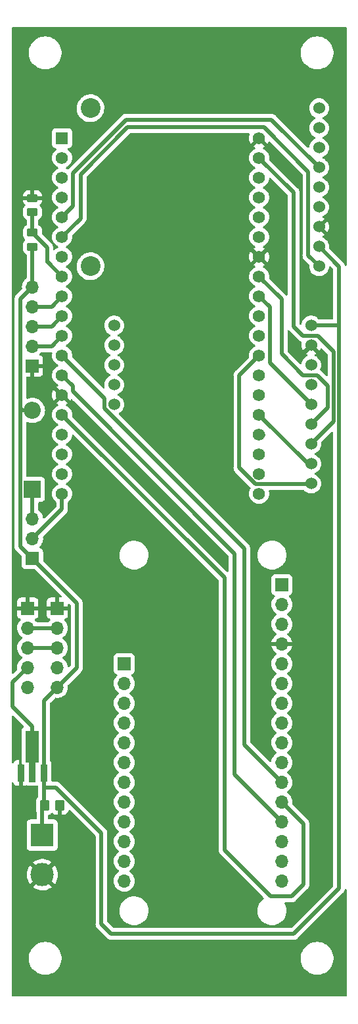
<source format=gtl>
G04 #@! TF.GenerationSoftware,KiCad,Pcbnew,(6.0.5)*
G04 #@! TF.CreationDate,2022-09-09T11:42:05-04:00*
G04 #@! TF.ProjectId,Buoy_WithoutGSM,42756f79-5f57-4697-9468-6f757447534d,Leonardo Ward*
G04 #@! TF.SameCoordinates,Original*
G04 #@! TF.FileFunction,Copper,L1,Top*
G04 #@! TF.FilePolarity,Positive*
%FSLAX46Y46*%
G04 Gerber Fmt 4.6, Leading zero omitted, Abs format (unit mm)*
G04 Created by KiCad (PCBNEW (6.0.5)) date 2022-09-09 11:42:05*
%MOMM*%
%LPD*%
G01*
G04 APERTURE LIST*
G04 Aperture macros list*
%AMRoundRect*
0 Rectangle with rounded corners*
0 $1 Rounding radius*
0 $2 $3 $4 $5 $6 $7 $8 $9 X,Y pos of 4 corners*
0 Add a 4 corners polygon primitive as box body*
4,1,4,$2,$3,$4,$5,$6,$7,$8,$9,$2,$3,0*
0 Add four circle primitives for the rounded corners*
1,1,$1+$1,$2,$3*
1,1,$1+$1,$4,$5*
1,1,$1+$1,$6,$7*
1,1,$1+$1,$8,$9*
0 Add four rect primitives between the rounded corners*
20,1,$1+$1,$2,$3,$4,$5,0*
20,1,$1+$1,$4,$5,$6,$7,0*
20,1,$1+$1,$6,$7,$8,$9,0*
20,1,$1+$1,$8,$9,$2,$3,0*%
%AMFreePoly0*
4,1,9,5.362500,-0.866500,1.237500,-0.866500,1.237500,-0.450000,-1.237500,-0.450000,-1.237500,0.450000,1.237500,0.450000,1.237500,0.866500,5.362500,0.866500,5.362500,-0.866500,5.362500,-0.866500,$1*%
G04 Aperture macros list end*
G04 #@! TA.AperFunction,ComponentPad*
%ADD10C,1.524000*%
G04 #@! TD*
G04 #@! TA.AperFunction,ComponentPad*
%ADD11C,2.540000*%
G04 #@! TD*
G04 #@! TA.AperFunction,ComponentPad*
%ADD12R,1.560000X1.560000*%
G04 #@! TD*
G04 #@! TA.AperFunction,ComponentPad*
%ADD13C,1.560000*%
G04 #@! TD*
G04 #@! TA.AperFunction,ComponentPad*
%ADD14R,1.700000X1.700000*%
G04 #@! TD*
G04 #@! TA.AperFunction,ComponentPad*
%ADD15O,1.700000X1.700000*%
G04 #@! TD*
G04 #@! TA.AperFunction,ComponentPad*
%ADD16R,3.000000X3.000000*%
G04 #@! TD*
G04 #@! TA.AperFunction,ComponentPad*
%ADD17C,3.000000*%
G04 #@! TD*
G04 #@! TA.AperFunction,SMDPad,CuDef*
%ADD18RoundRect,0.250000X-0.350000X-0.450000X0.350000X-0.450000X0.350000X0.450000X-0.350000X0.450000X0*%
G04 #@! TD*
G04 #@! TA.AperFunction,SMDPad,CuDef*
%ADD19RoundRect,0.250000X0.450000X-0.262500X0.450000X0.262500X-0.450000X0.262500X-0.450000X-0.262500X0*%
G04 #@! TD*
G04 #@! TA.AperFunction,ComponentPad*
%ADD20R,2.200000X2.200000*%
G04 #@! TD*
G04 #@! TA.AperFunction,ComponentPad*
%ADD21O,2.200000X2.200000*%
G04 #@! TD*
G04 #@! TA.AperFunction,SMDPad,CuDef*
%ADD22R,0.900000X2.300000*%
G04 #@! TD*
G04 #@! TA.AperFunction,SMDPad,CuDef*
%ADD23FreePoly0,90.000000*%
G04 #@! TD*
G04 #@! TA.AperFunction,ViaPad*
%ADD24C,0.800000*%
G04 #@! TD*
G04 #@! TA.AperFunction,Conductor*
%ADD25C,0.500000*%
G04 #@! TD*
G04 #@! TA.AperFunction,Conductor*
%ADD26C,0.250000*%
G04 #@! TD*
G04 #@! TA.AperFunction,Conductor*
%ADD27C,0.300000*%
G04 #@! TD*
G04 #@! TA.AperFunction,Conductor*
%ADD28C,0.800000*%
G04 #@! TD*
G04 APERTURE END LIST*
D10*
X167110999Y-43694999D03*
X167110999Y-46234999D03*
X167110999Y-48774999D03*
X167110999Y-51314999D03*
X167110999Y-53854999D03*
X167110999Y-56394999D03*
X167110999Y-58934999D03*
X167110999Y-61474999D03*
X167110999Y-64014999D03*
D11*
X137646999Y-64014999D03*
X137646999Y-43694999D03*
D12*
X133985000Y-47550000D03*
D13*
X133985000Y-50090000D03*
X133985000Y-52630000D03*
X133985000Y-55170000D03*
X133985000Y-57710000D03*
X133985000Y-60250000D03*
X133985000Y-62790000D03*
X133985000Y-65330000D03*
X133985000Y-67870000D03*
X133985000Y-70410000D03*
X133985000Y-72950000D03*
X133985000Y-75490000D03*
X133985000Y-78030000D03*
X133985000Y-80570000D03*
X133985000Y-83110000D03*
X133985000Y-85650000D03*
X133985000Y-88190000D03*
X133985000Y-90730000D03*
X133985000Y-93270000D03*
X159385000Y-47550000D03*
X159385000Y-50090000D03*
X159385000Y-52630000D03*
X159385000Y-55170000D03*
X159385000Y-57710000D03*
X159385000Y-60250000D03*
X159385000Y-62790000D03*
X159385000Y-65330000D03*
X159385000Y-67870000D03*
X159385000Y-70410000D03*
X159385000Y-72950000D03*
X159385000Y-75490000D03*
X159385000Y-78030000D03*
X159385000Y-80570000D03*
X159385000Y-83110000D03*
X159385000Y-85650000D03*
X159385000Y-88190000D03*
X159385000Y-90730000D03*
X159385000Y-93270000D03*
D14*
X130175000Y-101600000D03*
D15*
X130175000Y-99060000D03*
X130175000Y-96520000D03*
D16*
X131445000Y-137160000D03*
D17*
X131445000Y-142240000D03*
D18*
X131715000Y-133350000D03*
X133715000Y-133350000D03*
D14*
X130175000Y-76835000D03*
D15*
X130175000Y-74295000D03*
X130175000Y-71755000D03*
X130175000Y-69215000D03*
X130175000Y-66675000D03*
D19*
X130175000Y-61515000D03*
X130175000Y-59690000D03*
D20*
X130175000Y-92710000D03*
D21*
X130175000Y-82550000D03*
D14*
X133375000Y-107980000D03*
D15*
X133375000Y-110520000D03*
X133375000Y-113060000D03*
X133375000Y-115600000D03*
X133375000Y-118140000D03*
D19*
X130175000Y-57070000D03*
X130175000Y-55245000D03*
D14*
X129565000Y-107980000D03*
D15*
X129565000Y-110520000D03*
X129565000Y-113060000D03*
X129565000Y-115600000D03*
X129565000Y-118140000D03*
D22*
X128675000Y-129150000D03*
D23*
X130175000Y-129062500D03*
D22*
X131675000Y-129150000D03*
D10*
X166094999Y-71634999D03*
X166094999Y-74174999D03*
X166094999Y-76714999D03*
X166094999Y-79254999D03*
X166094999Y-81794999D03*
X166094999Y-84334999D03*
X166094999Y-86874999D03*
X166094999Y-89414999D03*
X166094999Y-91954999D03*
X140694999Y-81794999D03*
X140694999Y-79254999D03*
X140694999Y-76714999D03*
X140694999Y-74174999D03*
X140694999Y-71634999D03*
D15*
X142000000Y-135446420D03*
X162320000Y-140526420D03*
X142000000Y-117666420D03*
X162320000Y-110046420D03*
X142000000Y-122746420D03*
X162320000Y-137986420D03*
D14*
X162320000Y-104966420D03*
D15*
X142000000Y-132906420D03*
X142000000Y-143066420D03*
X142000000Y-137986420D03*
X162320000Y-143066420D03*
X162320000Y-122746420D03*
X142000000Y-140526420D03*
D14*
X142000000Y-115126420D03*
D15*
X142000000Y-125286420D03*
X142000000Y-120206420D03*
X162320000Y-117666420D03*
X162320000Y-115126420D03*
X162320000Y-127826420D03*
X142000000Y-127826420D03*
X162320000Y-120206420D03*
X162320000Y-125286420D03*
X162320000Y-107506420D03*
X162320000Y-132906420D03*
X162320000Y-135446420D03*
X162320000Y-130366420D03*
X142000000Y-130366420D03*
X162320000Y-112586420D03*
D24*
X130175000Y-52347500D03*
D25*
X142425001Y-46169999D02*
X136365011Y-52229989D01*
X165735000Y-62639000D02*
X165735000Y-51857598D01*
X136365011Y-52229989D02*
X136365011Y-57869989D01*
X165735000Y-51857598D02*
X160047401Y-46169999D01*
X136365011Y-57869989D02*
X133985000Y-60250000D01*
X167110999Y-64014999D02*
X165735000Y-62639000D01*
X160047401Y-46169999D02*
X142425001Y-46169999D01*
X128625489Y-68224511D02*
X128625489Y-82270489D01*
D26*
X131445000Y-133620000D02*
X131715000Y-133350000D01*
D25*
X131675000Y-131040000D02*
X133194270Y-131040000D01*
D27*
X169665001Y-71634999D02*
X169674040Y-71625960D01*
D25*
X139065000Y-136910730D02*
X139065000Y-148590000D01*
X130175000Y-101600000D02*
X135890000Y-107315000D01*
X139065000Y-148590000D02*
X140335000Y-149860000D01*
X128625489Y-100050489D02*
X130175000Y-101600000D01*
X128625489Y-82270489D02*
X128625489Y-100050489D01*
X131675000Y-129150000D02*
X131675000Y-119840000D01*
X131675000Y-133310000D02*
X131675000Y-131040000D01*
X163830000Y-149860000D02*
X169674040Y-144015960D01*
X169674040Y-71625960D02*
X169674040Y-64038040D01*
X131675000Y-119840000D02*
X133375000Y-118140000D01*
X130175000Y-82550000D02*
X128905000Y-82550000D01*
X140335000Y-149860000D02*
X163830000Y-149860000D01*
X166094999Y-71634999D02*
X169665001Y-71634999D01*
X169674040Y-64038040D02*
X167110999Y-61474999D01*
D26*
X131715000Y-133350000D02*
X131675000Y-133310000D01*
D25*
X135890000Y-107315000D02*
X135890000Y-115625000D01*
X135890000Y-115625000D02*
X133375000Y-118140000D01*
X131675000Y-131040000D02*
X131675000Y-129150000D01*
X133194270Y-131040000D02*
X139065000Y-136910730D01*
X130175000Y-61515000D02*
X130175000Y-66675000D01*
X131445000Y-137160000D02*
X131445000Y-133620000D01*
X130175000Y-66675000D02*
X128625489Y-68224511D01*
X169674040Y-144015960D02*
X169674040Y-71625960D01*
X128905000Y-82550000D02*
X128625489Y-82270489D01*
X130175000Y-55245000D02*
X130175000Y-52347500D01*
X128675000Y-139470000D02*
X131445000Y-142240000D01*
X131445000Y-142240000D02*
X133715000Y-139970000D01*
X128675000Y-129150000D02*
X128675000Y-139470000D01*
X133715000Y-139970000D02*
X133715000Y-133350000D01*
X160965989Y-45169989D02*
X142242609Y-45169989D01*
X135365001Y-56329999D02*
X133985000Y-57710000D01*
X167110999Y-51314999D02*
X160965989Y-45169989D01*
X142242609Y-45169989D02*
X135365001Y-52047597D01*
X135365001Y-52047597D02*
X135365001Y-56329999D01*
X130175000Y-92710000D02*
X130175000Y-96520000D01*
X130175000Y-69215000D02*
X132640000Y-69215000D01*
X132640000Y-69215000D02*
X133985000Y-67870000D01*
X130175000Y-71755000D02*
X132640000Y-71755000D01*
X132640000Y-71755000D02*
X133985000Y-70410000D01*
X132080000Y-61595000D02*
X132080000Y-63500000D01*
X132155000Y-63500000D02*
X133985000Y-65330000D01*
X130175000Y-59690000D02*
X130175000Y-57070000D01*
X132080000Y-63500000D02*
X132155000Y-63500000D01*
X130175000Y-59690000D02*
X132080000Y-61595000D01*
X130175000Y-123190000D02*
X127635000Y-120650000D01*
X127635000Y-117530000D02*
X129565000Y-115600000D01*
X130175000Y-129062500D02*
X130175000Y-123190000D01*
X127635000Y-120650000D02*
X127635000Y-117530000D01*
X163830000Y-71755000D02*
X165038488Y-72963488D01*
X165038488Y-72963488D02*
X166943488Y-72963488D01*
X163830000Y-54535000D02*
X163830000Y-71755000D01*
X166943488Y-72963488D02*
X168974520Y-74994520D01*
X168974520Y-83995478D02*
X166094999Y-86874999D01*
X159385000Y-50090000D02*
X163830000Y-54535000D01*
X168974520Y-74994520D02*
X168974520Y-83995478D01*
X159385000Y-65330000D02*
X162280000Y-68225000D01*
X166878968Y-78043488D02*
X168275000Y-79439520D01*
X168275000Y-79439520D02*
X168275000Y-82154998D01*
X165038488Y-78043488D02*
X166878968Y-78043488D01*
X162280000Y-68225000D02*
X162284999Y-68229999D01*
X168275000Y-82154998D02*
X166094999Y-84334999D01*
X162280000Y-75285000D02*
X165038488Y-78043488D01*
X162280000Y-68225000D02*
X162280000Y-75285000D01*
X160765001Y-76465001D02*
X166094999Y-81794999D01*
X160765001Y-69250001D02*
X160765001Y-76465001D01*
X159385000Y-67870000D02*
X160765001Y-69250001D01*
X165689999Y-89414999D02*
X166094999Y-89414999D01*
X159385000Y-83110000D02*
X165689999Y-89414999D01*
X156845000Y-89928792D02*
X158956697Y-92040489D01*
X158956697Y-92040489D02*
X166009509Y-92040489D01*
X156845000Y-78030000D02*
X156845000Y-89928792D01*
X159385000Y-75490000D02*
X156845000Y-78030000D01*
X166009509Y-92040489D02*
X166094999Y-91954999D01*
X130175000Y-74295000D02*
X132640000Y-74295000D01*
X132640000Y-74295000D02*
X133985000Y-72950000D01*
X133985000Y-75490000D02*
X139483488Y-80988488D01*
X139483488Y-80988488D02*
X139483488Y-82296824D01*
X139483488Y-82296824D02*
X157480000Y-100293336D01*
X157480000Y-100293336D02*
X157480000Y-125526420D01*
X157480000Y-125526420D02*
X162320000Y-130366420D01*
X135364511Y-80119511D02*
X156210000Y-100965000D01*
X156210000Y-100965000D02*
X156210000Y-129336420D01*
X135364511Y-79409511D02*
X135364511Y-80119511D01*
X133985000Y-78030000D02*
X135364511Y-79409511D01*
X156210000Y-129336420D02*
X162320000Y-135446420D01*
X160901899Y-145026899D02*
X154940000Y-139065000D01*
X165100000Y-135686420D02*
X165100000Y-143510000D01*
X154940000Y-139065000D02*
X154940000Y-104065000D01*
X163583101Y-145026899D02*
X160901899Y-145026899D01*
X154940000Y-104065000D02*
X133985000Y-83110000D01*
X165100000Y-143510000D02*
X163583101Y-145026899D01*
X162320000Y-132906420D02*
X165100000Y-135686420D01*
X129565000Y-110520000D02*
X133375000Y-110520000D01*
X129565000Y-113060000D02*
X133375000Y-113060000D01*
D28*
X159790000Y-85650000D02*
X159385000Y-85650000D01*
D25*
X130175000Y-99060000D02*
X133985000Y-95250000D01*
X133985000Y-95250000D02*
X133985000Y-93270000D01*
D28*
X133776001Y-93478999D02*
X133985000Y-93270000D01*
G04 #@! TA.AperFunction,Conductor*
G36*
X127696011Y-121784146D02*
G01*
X127702594Y-121790275D01*
X129014922Y-123102603D01*
X129048948Y-123164915D01*
X129043883Y-123235730D01*
X129001336Y-123292566D01*
X128993962Y-123297687D01*
X128972079Y-123311750D01*
X128966178Y-123318560D01*
X128882226Y-123415445D01*
X128882224Y-123415448D01*
X128876324Y-123422257D01*
X128872580Y-123430454D01*
X128872580Y-123430455D01*
X128845953Y-123488761D01*
X128815581Y-123555266D01*
X128794771Y-123700000D01*
X128794771Y-127825000D01*
X128794932Y-127827250D01*
X128799396Y-127889660D01*
X128800000Y-127898111D01*
X128801904Y-127904594D01*
X128836139Y-128021187D01*
X128841196Y-128038411D01*
X128846066Y-128045989D01*
X128846067Y-128045991D01*
X128908998Y-128143913D01*
X128929000Y-128212034D01*
X128929000Y-130789884D01*
X128933475Y-130805123D01*
X128934865Y-130806328D01*
X128942548Y-130807999D01*
X129169669Y-130807999D01*
X129176490Y-130807629D01*
X129227352Y-130802105D01*
X129242604Y-130798479D01*
X129363056Y-130753323D01*
X129367007Y-130751160D01*
X129371375Y-130750205D01*
X129371462Y-130750172D01*
X129371467Y-130750185D01*
X129436363Y-130735990D01*
X129479859Y-130747065D01*
X129580266Y-130792919D01*
X129725000Y-130813729D01*
X130625000Y-130813729D01*
X130656986Y-130811441D01*
X130691373Y-130808982D01*
X130691374Y-130808982D01*
X130698111Y-130808500D01*
X130755003Y-130791795D01*
X130825998Y-130791795D01*
X130885724Y-130830178D01*
X130915217Y-130894759D01*
X130916500Y-130912691D01*
X130916500Y-131012165D01*
X130916258Y-131019966D01*
X130912453Y-131081298D01*
X130913693Y-131088514D01*
X130914680Y-131094257D01*
X130916500Y-131115596D01*
X130916500Y-132223502D01*
X130896498Y-132291623D01*
X130879673Y-132312520D01*
X130765695Y-132426697D01*
X130761855Y-132432927D01*
X130761854Y-132432928D01*
X130740777Y-132467122D01*
X130672885Y-132577262D01*
X130670581Y-132584209D01*
X130620368Y-132735598D01*
X130617203Y-132745139D01*
X130606500Y-132849600D01*
X130606500Y-133850400D01*
X130617474Y-133956166D01*
X130619655Y-133962702D01*
X130619655Y-133962704D01*
X130670658Y-134115576D01*
X130673450Y-134123946D01*
X130675089Y-134126594D01*
X130686500Y-134177856D01*
X130686500Y-135025500D01*
X130666498Y-135093621D01*
X130612842Y-135140114D01*
X130560500Y-135151500D01*
X129896866Y-135151500D01*
X129834684Y-135158255D01*
X129698295Y-135209385D01*
X129581739Y-135296739D01*
X129494385Y-135413295D01*
X129443255Y-135549684D01*
X129436500Y-135611866D01*
X129436500Y-138708134D01*
X129443255Y-138770316D01*
X129494385Y-138906705D01*
X129581739Y-139023261D01*
X129698295Y-139110615D01*
X129834684Y-139161745D01*
X129896866Y-139168500D01*
X132993134Y-139168500D01*
X133055316Y-139161745D01*
X133191705Y-139110615D01*
X133308261Y-139023261D01*
X133395615Y-138906705D01*
X133446745Y-138770316D01*
X133453500Y-138708134D01*
X133453500Y-135611866D01*
X133446745Y-135549684D01*
X133395615Y-135413295D01*
X133308261Y-135296739D01*
X133191705Y-135209385D01*
X133055316Y-135158255D01*
X132993134Y-135151500D01*
X132329500Y-135151500D01*
X132261379Y-135131498D01*
X132214886Y-135077842D01*
X132203500Y-135025500D01*
X132203500Y-134644211D01*
X132223502Y-134576090D01*
X132277158Y-134529597D01*
X132289623Y-134524688D01*
X132381993Y-134493870D01*
X132381995Y-134493869D01*
X132388946Y-134491550D01*
X132539348Y-134398478D01*
X132544915Y-134392901D01*
X132626138Y-134311537D01*
X132688421Y-134277458D01*
X132759241Y-134282461D01*
X132804329Y-134311382D01*
X132886829Y-134393739D01*
X132898240Y-134402751D01*
X133036243Y-134487816D01*
X133049424Y-134493963D01*
X133203710Y-134545138D01*
X133217086Y-134548005D01*
X133311438Y-134557672D01*
X133317854Y-134558000D01*
X133442885Y-134558000D01*
X133458124Y-134553525D01*
X133459329Y-134552135D01*
X133461000Y-134544452D01*
X133461000Y-133222000D01*
X133481002Y-133153879D01*
X133534658Y-133107386D01*
X133587000Y-133096000D01*
X133843000Y-133096000D01*
X133911121Y-133116002D01*
X133957614Y-133169658D01*
X133969000Y-133222000D01*
X133969000Y-134539884D01*
X133973475Y-134555123D01*
X133974865Y-134556328D01*
X133982548Y-134557999D01*
X134112095Y-134557999D01*
X134118614Y-134557662D01*
X134214206Y-134547743D01*
X134227600Y-134544851D01*
X134381784Y-134493412D01*
X134394962Y-134487239D01*
X134532807Y-134401937D01*
X134544208Y-134392901D01*
X134658739Y-134278171D01*
X134667751Y-134266760D01*
X134752816Y-134128757D01*
X134758963Y-134115576D01*
X134803818Y-133980344D01*
X134844249Y-133921985D01*
X134909813Y-133894748D01*
X134979695Y-133907282D01*
X135012506Y-133930917D01*
X138269595Y-137188006D01*
X138303621Y-137250318D01*
X138306500Y-137277101D01*
X138306500Y-148522930D01*
X138305067Y-148541880D01*
X138301801Y-148563349D01*
X138302394Y-148570641D01*
X138302394Y-148570644D01*
X138306085Y-148616018D01*
X138306500Y-148626233D01*
X138306500Y-148634293D01*
X138306925Y-148637937D01*
X138309789Y-148662507D01*
X138310222Y-148666882D01*
X138315427Y-148730868D01*
X138316140Y-148739637D01*
X138318396Y-148746601D01*
X138319587Y-148752560D01*
X138320971Y-148758415D01*
X138321818Y-148765681D01*
X138346735Y-148834327D01*
X138348152Y-148838455D01*
X138370649Y-148907899D01*
X138374445Y-148914154D01*
X138376951Y-148919628D01*
X138379670Y-148925058D01*
X138382167Y-148931937D01*
X138386180Y-148938057D01*
X138386180Y-148938058D01*
X138422186Y-148992976D01*
X138424523Y-148996680D01*
X138462405Y-149059107D01*
X138466121Y-149063315D01*
X138466122Y-149063316D01*
X138469803Y-149067484D01*
X138469776Y-149067508D01*
X138472429Y-149070500D01*
X138475132Y-149073733D01*
X138479144Y-149079852D01*
X138484456Y-149084884D01*
X138535383Y-149133128D01*
X138537825Y-149135506D01*
X139751230Y-150348911D01*
X139763616Y-150363323D01*
X139772149Y-150374918D01*
X139772154Y-150374923D01*
X139776492Y-150380818D01*
X139782070Y-150385557D01*
X139782073Y-150385560D01*
X139816768Y-150415035D01*
X139824284Y-150421965D01*
X139829979Y-150427660D01*
X139832861Y-150429940D01*
X139852251Y-150445281D01*
X139855655Y-150448072D01*
X139905703Y-150490591D01*
X139911285Y-150495333D01*
X139917801Y-150498661D01*
X139922850Y-150502028D01*
X139927979Y-150505195D01*
X139933716Y-150509734D01*
X139999875Y-150540655D01*
X140003769Y-150542558D01*
X140068808Y-150575769D01*
X140075916Y-150577508D01*
X140081559Y-150579607D01*
X140087322Y-150581524D01*
X140093950Y-150584622D01*
X140101112Y-150586112D01*
X140101113Y-150586112D01*
X140165412Y-150599486D01*
X140169696Y-150600456D01*
X140240610Y-150617808D01*
X140246212Y-150618156D01*
X140246215Y-150618156D01*
X140251764Y-150618500D01*
X140251762Y-150618536D01*
X140255755Y-150618775D01*
X140259947Y-150619149D01*
X140267115Y-150620640D01*
X140344520Y-150618546D01*
X140347928Y-150618500D01*
X163762930Y-150618500D01*
X163781880Y-150619933D01*
X163796115Y-150622099D01*
X163796119Y-150622099D01*
X163803349Y-150623199D01*
X163810641Y-150622606D01*
X163810644Y-150622606D01*
X163856018Y-150618915D01*
X163866233Y-150618500D01*
X163874293Y-150618500D01*
X163891680Y-150616473D01*
X163902507Y-150615211D01*
X163906882Y-150614778D01*
X163972339Y-150609454D01*
X163972342Y-150609453D01*
X163979637Y-150608860D01*
X163986601Y-150606604D01*
X163992560Y-150605413D01*
X163998415Y-150604029D01*
X164005681Y-150603182D01*
X164074327Y-150578265D01*
X164078455Y-150576848D01*
X164140936Y-150556607D01*
X164140938Y-150556606D01*
X164147899Y-150554351D01*
X164154154Y-150550555D01*
X164159628Y-150548049D01*
X164165058Y-150545330D01*
X164171937Y-150542833D01*
X164178058Y-150538820D01*
X164232976Y-150502814D01*
X164236680Y-150500477D01*
X164299107Y-150462595D01*
X164307484Y-150455197D01*
X164307508Y-150455224D01*
X164310500Y-150452571D01*
X164313733Y-150449868D01*
X164319852Y-150445856D01*
X164373128Y-150389617D01*
X164375506Y-150387175D01*
X170162951Y-144599730D01*
X170177363Y-144587344D01*
X170188958Y-144578811D01*
X170188963Y-144578806D01*
X170194858Y-144574468D01*
X170199597Y-144568890D01*
X170199600Y-144568887D01*
X170229075Y-144534192D01*
X170236005Y-144526676D01*
X170241701Y-144520980D01*
X170243964Y-144518119D01*
X170243969Y-144518114D01*
X170259325Y-144498704D01*
X170262114Y-144495302D01*
X170304636Y-144445251D01*
X170304637Y-144445250D01*
X170309373Y-144439675D01*
X170312701Y-144433158D01*
X170316067Y-144428110D01*
X170319230Y-144422988D01*
X170323775Y-144417244D01*
X170354704Y-144351065D01*
X170356603Y-144347181D01*
X170389809Y-144282152D01*
X170391550Y-144275037D01*
X170393653Y-144269382D01*
X170395562Y-144263643D01*
X170398662Y-144257010D01*
X170413531Y-144185525D01*
X170414491Y-144181283D01*
X170418111Y-144166490D01*
X170453731Y-144105078D01*
X170516900Y-144072672D01*
X170587562Y-144079561D01*
X170643281Y-144123560D01*
X170666499Y-144196442D01*
X170666499Y-157782499D01*
X170646497Y-157850620D01*
X170592841Y-157897113D01*
X170540499Y-157908499D01*
X127613499Y-157908499D01*
X127545378Y-157888497D01*
X127498885Y-157834841D01*
X127487499Y-157782499D01*
X127487499Y-153132703D01*
X129695742Y-153132703D01*
X129733267Y-153417734D01*
X129809128Y-153695036D01*
X129921922Y-153959476D01*
X130069560Y-154206161D01*
X130249312Y-154430528D01*
X130457850Y-154628423D01*
X130691316Y-154796186D01*
X130695111Y-154798195D01*
X130695112Y-154798196D01*
X130716868Y-154809715D01*
X130945391Y-154930712D01*
X131215372Y-155029511D01*
X131496263Y-155090755D01*
X131524840Y-155093004D01*
X131719281Y-155108307D01*
X131719290Y-155108307D01*
X131721738Y-155108500D01*
X131877270Y-155108500D01*
X131879406Y-155108354D01*
X131879417Y-155108354D01*
X132087547Y-155094165D01*
X132087553Y-155094164D01*
X132091824Y-155093873D01*
X132096019Y-155093004D01*
X132096021Y-155093004D01*
X132232583Y-155064723D01*
X132373341Y-155035574D01*
X132644342Y-154939607D01*
X132899811Y-154807750D01*
X132903312Y-154805289D01*
X132903316Y-154805287D01*
X133017417Y-154725095D01*
X133135022Y-154642441D01*
X133345621Y-154446740D01*
X133527712Y-154224268D01*
X133677926Y-153979142D01*
X133793482Y-153715898D01*
X133872243Y-153439406D01*
X133912750Y-153154784D01*
X133912844Y-153136951D01*
X133912866Y-153132703D01*
X164747742Y-153132703D01*
X164785267Y-153417734D01*
X164861128Y-153695036D01*
X164973922Y-153959476D01*
X165121560Y-154206161D01*
X165301312Y-154430528D01*
X165509850Y-154628423D01*
X165743316Y-154796186D01*
X165747111Y-154798195D01*
X165747112Y-154798196D01*
X165768868Y-154809715D01*
X165997391Y-154930712D01*
X166267372Y-155029511D01*
X166548263Y-155090755D01*
X166576840Y-155093004D01*
X166771281Y-155108307D01*
X166771290Y-155108307D01*
X166773738Y-155108500D01*
X166929270Y-155108500D01*
X166931406Y-155108354D01*
X166931417Y-155108354D01*
X167139547Y-155094165D01*
X167139553Y-155094164D01*
X167143824Y-155093873D01*
X167148019Y-155093004D01*
X167148021Y-155093004D01*
X167284583Y-155064723D01*
X167425341Y-155035574D01*
X167696342Y-154939607D01*
X167951811Y-154807750D01*
X167955312Y-154805289D01*
X167955316Y-154805287D01*
X168069417Y-154725095D01*
X168187022Y-154642441D01*
X168397621Y-154446740D01*
X168579712Y-154224268D01*
X168729926Y-153979142D01*
X168845482Y-153715898D01*
X168924243Y-153439406D01*
X168964750Y-153154784D01*
X168964844Y-153136951D01*
X168966234Y-152871583D01*
X168966234Y-152871576D01*
X168966256Y-152867297D01*
X168928731Y-152582266D01*
X168852870Y-152304964D01*
X168740076Y-152040524D01*
X168592438Y-151793839D01*
X168412686Y-151569472D01*
X168204148Y-151371577D01*
X167970682Y-151203814D01*
X167948842Y-151192250D01*
X167925653Y-151179972D01*
X167716607Y-151069288D01*
X167446626Y-150970489D01*
X167165735Y-150909245D01*
X167134684Y-150906801D01*
X166942717Y-150891693D01*
X166942708Y-150891693D01*
X166940260Y-150891500D01*
X166784728Y-150891500D01*
X166782592Y-150891646D01*
X166782581Y-150891646D01*
X166574451Y-150905835D01*
X166574445Y-150905836D01*
X166570174Y-150906127D01*
X166565979Y-150906996D01*
X166565977Y-150906996D01*
X166429416Y-150935276D01*
X166288657Y-150964426D01*
X166017656Y-151060393D01*
X165762187Y-151192250D01*
X165758686Y-151194711D01*
X165758682Y-151194713D01*
X165748593Y-151201804D01*
X165526976Y-151357559D01*
X165316377Y-151553260D01*
X165134286Y-151775732D01*
X164984072Y-152020858D01*
X164868516Y-152284102D01*
X164789755Y-152560594D01*
X164749248Y-152845216D01*
X164749226Y-152849505D01*
X164749225Y-152849512D01*
X164747764Y-153128417D01*
X164747742Y-153132703D01*
X133912866Y-153132703D01*
X133914234Y-152871583D01*
X133914234Y-152871576D01*
X133914256Y-152867297D01*
X133876731Y-152582266D01*
X133800870Y-152304964D01*
X133688076Y-152040524D01*
X133540438Y-151793839D01*
X133360686Y-151569472D01*
X133152148Y-151371577D01*
X132918682Y-151203814D01*
X132896842Y-151192250D01*
X132873653Y-151179972D01*
X132664607Y-151069288D01*
X132394626Y-150970489D01*
X132113735Y-150909245D01*
X132082684Y-150906801D01*
X131890717Y-150891693D01*
X131890708Y-150891693D01*
X131888260Y-150891500D01*
X131732728Y-150891500D01*
X131730592Y-150891646D01*
X131730581Y-150891646D01*
X131522451Y-150905835D01*
X131522445Y-150905836D01*
X131518174Y-150906127D01*
X131513979Y-150906996D01*
X131513977Y-150906996D01*
X131377416Y-150935276D01*
X131236657Y-150964426D01*
X130965656Y-151060393D01*
X130710187Y-151192250D01*
X130706686Y-151194711D01*
X130706682Y-151194713D01*
X130696593Y-151201804D01*
X130474976Y-151357559D01*
X130264377Y-151553260D01*
X130082286Y-151775732D01*
X129932072Y-152020858D01*
X129816516Y-152284102D01*
X129737755Y-152560594D01*
X129697248Y-152845216D01*
X129697226Y-152849505D01*
X129697225Y-152849512D01*
X129695764Y-153128417D01*
X129695742Y-153132703D01*
X127487499Y-153132703D01*
X127487499Y-143829654D01*
X130220618Y-143829654D01*
X130227673Y-143839627D01*
X130258679Y-143865551D01*
X130265598Y-143870579D01*
X130490272Y-144011515D01*
X130497807Y-144015556D01*
X130739520Y-144124694D01*
X130747551Y-144127680D01*
X131001832Y-144203002D01*
X131010184Y-144204869D01*
X131272340Y-144244984D01*
X131280874Y-144245700D01*
X131546045Y-144249867D01*
X131554596Y-144249418D01*
X131817883Y-144217557D01*
X131826284Y-144215955D01*
X132082824Y-144148653D01*
X132090926Y-144145926D01*
X132335949Y-144044434D01*
X132343617Y-144040628D01*
X132572598Y-143906822D01*
X132579679Y-143902009D01*
X132659655Y-143839301D01*
X132668125Y-143827442D01*
X132661608Y-143815818D01*
X131457812Y-142612022D01*
X131443868Y-142604408D01*
X131442035Y-142604539D01*
X131435420Y-142608790D01*
X130227910Y-143816300D01*
X130220618Y-143829654D01*
X127487499Y-143829654D01*
X127487499Y-142223204D01*
X129432665Y-142223204D01*
X129447932Y-142487969D01*
X129449005Y-142496470D01*
X129500065Y-142756722D01*
X129502276Y-142764974D01*
X129588184Y-143015894D01*
X129591499Y-143023779D01*
X129710664Y-143260713D01*
X129715020Y-143268079D01*
X129844347Y-143456250D01*
X129854601Y-143464594D01*
X129868342Y-143457448D01*
X131072978Y-142252812D01*
X131079356Y-142241132D01*
X131809408Y-142241132D01*
X131809539Y-142242965D01*
X131813790Y-142249580D01*
X133020730Y-143456520D01*
X133032939Y-143463187D01*
X133044439Y-143454497D01*
X133141831Y-143321913D01*
X133146418Y-143314685D01*
X133272962Y-143081621D01*
X133276530Y-143073827D01*
X133370271Y-142825750D01*
X133372748Y-142817544D01*
X133431954Y-142559038D01*
X133433294Y-142550577D01*
X133457031Y-142284616D01*
X133457277Y-142279677D01*
X133457666Y-142242485D01*
X133457523Y-142237519D01*
X133439362Y-141971123D01*
X133438201Y-141962649D01*
X133384419Y-141702944D01*
X133382120Y-141694709D01*
X133293588Y-141444705D01*
X133290191Y-141436854D01*
X133168550Y-141201178D01*
X133164122Y-141193866D01*
X133045031Y-141024417D01*
X133034509Y-141016037D01*
X133021121Y-141023089D01*
X131817022Y-142227188D01*
X131809408Y-142241132D01*
X131079356Y-142241132D01*
X131080592Y-142238868D01*
X131080461Y-142237035D01*
X131076210Y-142230420D01*
X129868814Y-141023024D01*
X129856804Y-141016466D01*
X129845064Y-141025434D01*
X129736935Y-141175911D01*
X129732418Y-141183196D01*
X129608325Y-141417567D01*
X129604839Y-141425395D01*
X129513700Y-141674446D01*
X129511311Y-141682670D01*
X129454812Y-141941795D01*
X129453563Y-141950250D01*
X129432754Y-142214653D01*
X129432665Y-142223204D01*
X127487499Y-142223204D01*
X127487499Y-140652500D01*
X130221584Y-140652500D01*
X130227980Y-140663770D01*
X131432188Y-141867978D01*
X131446132Y-141875592D01*
X131447965Y-141875461D01*
X131454580Y-141871210D01*
X132661604Y-140664186D01*
X132668795Y-140651017D01*
X132661473Y-140640780D01*
X132614233Y-140602115D01*
X132607261Y-140597160D01*
X132381122Y-140458582D01*
X132373552Y-140454624D01*
X132130704Y-140348022D01*
X132122644Y-140345120D01*
X131867592Y-140272467D01*
X131859214Y-140270685D01*
X131596656Y-140233318D01*
X131588111Y-140232691D01*
X131322908Y-140231302D01*
X131314374Y-140231839D01*
X131051433Y-140266456D01*
X131043035Y-140268149D01*
X130787238Y-140338127D01*
X130779143Y-140340946D01*
X130535199Y-140444997D01*
X130527577Y-140448881D01*
X130300013Y-140585075D01*
X130292981Y-140589962D01*
X130230053Y-140640377D01*
X130221584Y-140652500D01*
X127487499Y-140652500D01*
X127487499Y-130475065D01*
X127507501Y-130406944D01*
X127561157Y-130360451D01*
X127631431Y-130350347D01*
X127696011Y-130379841D01*
X127731481Y-130430835D01*
X127771676Y-130538054D01*
X127780214Y-130553649D01*
X127856715Y-130655724D01*
X127869276Y-130668285D01*
X127971351Y-130744786D01*
X127986946Y-130753324D01*
X128107394Y-130798478D01*
X128122649Y-130802105D01*
X128173514Y-130807631D01*
X128180328Y-130808000D01*
X128402885Y-130808000D01*
X128418124Y-130803525D01*
X128419329Y-130802135D01*
X128421000Y-130794452D01*
X128421000Y-127510116D01*
X128416525Y-127494877D01*
X128415135Y-127493672D01*
X128407452Y-127492001D01*
X128180331Y-127492001D01*
X128173510Y-127492371D01*
X128122648Y-127497895D01*
X128107396Y-127501521D01*
X127986946Y-127546676D01*
X127971351Y-127555214D01*
X127869276Y-127631715D01*
X127856715Y-127644276D01*
X127780214Y-127746351D01*
X127771676Y-127761946D01*
X127731481Y-127869165D01*
X127688839Y-127925929D01*
X127622278Y-127950629D01*
X127552929Y-127935421D01*
X127502811Y-127885135D01*
X127487499Y-127824935D01*
X127487499Y-121879370D01*
X127507501Y-121811249D01*
X127561157Y-121764756D01*
X127631431Y-121754652D01*
X127696011Y-121784146D01*
G37*
G04 #@! TD.AperFunction*
G04 #@! TA.AperFunction,Conductor*
G36*
X158124000Y-46948501D02*
G01*
X158170493Y-47002157D01*
X158180597Y-47072431D01*
X158173299Y-47097292D01*
X158174259Y-47097641D01*
X158168630Y-47113106D01*
X158113145Y-47320177D01*
X158111243Y-47330964D01*
X158092559Y-47544525D01*
X158092559Y-47555475D01*
X158111243Y-47769036D01*
X158113145Y-47779823D01*
X158168630Y-47986894D01*
X158172378Y-47997190D01*
X158262972Y-48191473D01*
X158268455Y-48200968D01*
X158301870Y-48248689D01*
X158312347Y-48257064D01*
X158325794Y-48249996D01*
X159295905Y-47279885D01*
X159358217Y-47245859D01*
X159429032Y-47250924D01*
X159474095Y-47279885D01*
X160444927Y-48250717D01*
X160456702Y-48257147D01*
X160468717Y-48247851D01*
X160501545Y-48200968D01*
X160507028Y-48191473D01*
X160586541Y-48020955D01*
X160633458Y-47967670D01*
X160701735Y-47948209D01*
X160769695Y-47968751D01*
X160789831Y-47985110D01*
X164939595Y-52134874D01*
X164973621Y-52197186D01*
X164976500Y-52223969D01*
X164976500Y-62571930D01*
X164975067Y-62590880D01*
X164973196Y-62603181D01*
X164971801Y-62612349D01*
X164972394Y-62619641D01*
X164972394Y-62619644D01*
X164976085Y-62665018D01*
X164976500Y-62675233D01*
X164976500Y-62683293D01*
X164976925Y-62686937D01*
X164979789Y-62711507D01*
X164980222Y-62715882D01*
X164985472Y-62780420D01*
X164986140Y-62788637D01*
X164988396Y-62795601D01*
X164989587Y-62801560D01*
X164990971Y-62807415D01*
X164991818Y-62814681D01*
X165016735Y-62883327D01*
X165018152Y-62887455D01*
X165040649Y-62956899D01*
X165044445Y-62963154D01*
X165046951Y-62968628D01*
X165049670Y-62974058D01*
X165052167Y-62980937D01*
X165056180Y-62987057D01*
X165056180Y-62987058D01*
X165092186Y-63041976D01*
X165094523Y-63045680D01*
X165132405Y-63108107D01*
X165136121Y-63112315D01*
X165136122Y-63112316D01*
X165139803Y-63116484D01*
X165139776Y-63116508D01*
X165142429Y-63119500D01*
X165145132Y-63122733D01*
X165149144Y-63128852D01*
X165154456Y-63133884D01*
X165205383Y-63182128D01*
X165207825Y-63184506D01*
X165810404Y-63787085D01*
X165844430Y-63849397D01*
X165846830Y-63887161D01*
X165836967Y-63999899D01*
X165835646Y-64014999D01*
X165855021Y-64236462D01*
X165912559Y-64451195D01*
X165914881Y-64456176D01*
X165914882Y-64456177D01*
X166004185Y-64647688D01*
X166004188Y-64647693D01*
X166006511Y-64652675D01*
X166009667Y-64657182D01*
X166009668Y-64657184D01*
X166064856Y-64736000D01*
X166134022Y-64834780D01*
X166291218Y-64991976D01*
X166295726Y-64995133D01*
X166295729Y-64995135D01*
X166371494Y-65048186D01*
X166473322Y-65119487D01*
X166478304Y-65121810D01*
X166478309Y-65121813D01*
X166614990Y-65185548D01*
X166674803Y-65213439D01*
X166680111Y-65214861D01*
X166680113Y-65214862D01*
X166745948Y-65232502D01*
X166889536Y-65270977D01*
X167110999Y-65290352D01*
X167332462Y-65270977D01*
X167476050Y-65232502D01*
X167541885Y-65214862D01*
X167541887Y-65214861D01*
X167547195Y-65213439D01*
X167607008Y-65185548D01*
X167743689Y-65121813D01*
X167743694Y-65121810D01*
X167748676Y-65119487D01*
X167850504Y-65048186D01*
X167926269Y-64995135D01*
X167926272Y-64995133D01*
X167930780Y-64991976D01*
X168087976Y-64834780D01*
X168157143Y-64736000D01*
X168212330Y-64657184D01*
X168212331Y-64657182D01*
X168215487Y-64652675D01*
X168217810Y-64647693D01*
X168217813Y-64647688D01*
X168307116Y-64456177D01*
X168307117Y-64456176D01*
X168309439Y-64451195D01*
X168366977Y-64236462D01*
X168375533Y-64138662D01*
X168378246Y-64107656D01*
X168404110Y-64041538D01*
X168461613Y-63999899D01*
X168532500Y-63995958D01*
X168592862Y-64029543D01*
X168878635Y-64315316D01*
X168912661Y-64377628D01*
X168915540Y-64404411D01*
X168915540Y-70750499D01*
X168895538Y-70818620D01*
X168841882Y-70865113D01*
X168789540Y-70876499D01*
X167180476Y-70876499D01*
X167112355Y-70856497D01*
X167077263Y-70822769D01*
X167071976Y-70815218D01*
X166914780Y-70658022D01*
X166910272Y-70654865D01*
X166910269Y-70654863D01*
X166755316Y-70546364D01*
X166732676Y-70530511D01*
X166727694Y-70528188D01*
X166727689Y-70528185D01*
X166536177Y-70438882D01*
X166536176Y-70438881D01*
X166531195Y-70436559D01*
X166525887Y-70435137D01*
X166525885Y-70435136D01*
X166411643Y-70404525D01*
X166316462Y-70379021D01*
X166094999Y-70359646D01*
X165873536Y-70379021D01*
X165778355Y-70404525D01*
X165664113Y-70435136D01*
X165664111Y-70435137D01*
X165658803Y-70436559D01*
X165653822Y-70438881D01*
X165653821Y-70438882D01*
X165462310Y-70528185D01*
X165462305Y-70528188D01*
X165457323Y-70530511D01*
X165452816Y-70533667D01*
X165452814Y-70533668D01*
X165279729Y-70654863D01*
X165279726Y-70654865D01*
X165275218Y-70658022D01*
X165118022Y-70815218D01*
X165114867Y-70819724D01*
X165114863Y-70819729D01*
X165045033Y-70919457D01*
X164990511Y-70997323D01*
X164988188Y-71002305D01*
X164988185Y-71002310D01*
X164960717Y-71061216D01*
X164896559Y-71198803D01*
X164895137Y-71204111D01*
X164895136Y-71204113D01*
X164841582Y-71403978D01*
X164839021Y-71413536D01*
X164838947Y-71413516D01*
X164808291Y-71475363D01*
X164747376Y-71511829D01*
X164676415Y-71509573D01*
X164626642Y-71478961D01*
X164625405Y-71477724D01*
X164591379Y-71415412D01*
X164588500Y-71388629D01*
X164588500Y-54602069D01*
X164589933Y-54583118D01*
X164592099Y-54568883D01*
X164592099Y-54568881D01*
X164593199Y-54561651D01*
X164588915Y-54508982D01*
X164588500Y-54498767D01*
X164588500Y-54490707D01*
X164585211Y-54462493D01*
X164584778Y-54458118D01*
X164579454Y-54392661D01*
X164579453Y-54392658D01*
X164578860Y-54385363D01*
X164576604Y-54378399D01*
X164575413Y-54372440D01*
X164574029Y-54366585D01*
X164573182Y-54359319D01*
X164548265Y-54290673D01*
X164546848Y-54286545D01*
X164526607Y-54224064D01*
X164526606Y-54224062D01*
X164524351Y-54217101D01*
X164520555Y-54210846D01*
X164518049Y-54205372D01*
X164515330Y-54199942D01*
X164512833Y-54193063D01*
X164472809Y-54132016D01*
X164470472Y-54128312D01*
X164435509Y-54070693D01*
X164435505Y-54070688D01*
X164432595Y-54065892D01*
X164425197Y-54057516D01*
X164425223Y-54057493D01*
X164422574Y-54054503D01*
X164419866Y-54051264D01*
X164415856Y-54045148D01*
X164410549Y-54040121D01*
X164410546Y-54040117D01*
X164359617Y-53991872D01*
X164357175Y-53989494D01*
X160702210Y-50334529D01*
X160668184Y-50272217D01*
X160665784Y-50234452D01*
X160677943Y-50095475D01*
X160678422Y-50090000D01*
X160658772Y-49865400D01*
X160600419Y-49647624D01*
X160577595Y-49598677D01*
X160507459Y-49448270D01*
X160507457Y-49448267D01*
X160505136Y-49443289D01*
X160375819Y-49258604D01*
X160216396Y-49099181D01*
X160031711Y-48969864D01*
X160026733Y-48967543D01*
X160026730Y-48967541D01*
X159954627Y-48933919D01*
X159901342Y-48887002D01*
X159881881Y-48818724D01*
X159902423Y-48750764D01*
X159954628Y-48705529D01*
X160026469Y-48672030D01*
X160035968Y-48666545D01*
X160083689Y-48633130D01*
X160092064Y-48622653D01*
X160084996Y-48609206D01*
X159397812Y-47922022D01*
X159383868Y-47914408D01*
X159382035Y-47914539D01*
X159375420Y-47918790D01*
X158684283Y-48609927D01*
X158677853Y-48621702D01*
X158687149Y-48633717D01*
X158734032Y-48666545D01*
X158743531Y-48672030D01*
X158815372Y-48705529D01*
X158868657Y-48752445D01*
X158888119Y-48820722D01*
X158867578Y-48888683D01*
X158815373Y-48933919D01*
X158743270Y-48967541D01*
X158743267Y-48967543D01*
X158738289Y-48969864D01*
X158553604Y-49099181D01*
X158394181Y-49258604D01*
X158264864Y-49443289D01*
X158262543Y-49448267D01*
X158262541Y-49448270D01*
X158192405Y-49598677D01*
X158169581Y-49647624D01*
X158111228Y-49865400D01*
X158091578Y-50090000D01*
X158111228Y-50314600D01*
X158112652Y-50319913D01*
X158112652Y-50319915D01*
X158159625Y-50495218D01*
X158169581Y-50532376D01*
X158264864Y-50736711D01*
X158394181Y-50921396D01*
X158553604Y-51080819D01*
X158738289Y-51210136D01*
X158743267Y-51212457D01*
X158743270Y-51212459D01*
X158814781Y-51245805D01*
X158868066Y-51292723D01*
X158887527Y-51361000D01*
X158866985Y-51428960D01*
X158814781Y-51474195D01*
X158743270Y-51507541D01*
X158743267Y-51507543D01*
X158738289Y-51509864D01*
X158553604Y-51639181D01*
X158394181Y-51798604D01*
X158264864Y-51983289D01*
X158262543Y-51988267D01*
X158262541Y-51988270D01*
X158171904Y-52182642D01*
X158169581Y-52187624D01*
X158111228Y-52405400D01*
X158091578Y-52630000D01*
X158111228Y-52854600D01*
X158112652Y-52859913D01*
X158112652Y-52859915D01*
X158159625Y-53035218D01*
X158169581Y-53072376D01*
X158264864Y-53276711D01*
X158394181Y-53461396D01*
X158553604Y-53620819D01*
X158738289Y-53750136D01*
X158743267Y-53752457D01*
X158743270Y-53752459D01*
X158814781Y-53785805D01*
X158868066Y-53832723D01*
X158887527Y-53901000D01*
X158866985Y-53968960D01*
X158814781Y-54014195D01*
X158743270Y-54047541D01*
X158743267Y-54047543D01*
X158738289Y-54049864D01*
X158553604Y-54179181D01*
X158394181Y-54338604D01*
X158264864Y-54523289D01*
X158262543Y-54528267D01*
X158262541Y-54528270D01*
X158192405Y-54678677D01*
X158169581Y-54727624D01*
X158168159Y-54732932D01*
X158168158Y-54732934D01*
X158113906Y-54935405D01*
X158111228Y-54945400D01*
X158091578Y-55170000D01*
X158111228Y-55394600D01*
X158112652Y-55399913D01*
X158112652Y-55399915D01*
X158159625Y-55575218D01*
X158169581Y-55612376D01*
X158264864Y-55816711D01*
X158394181Y-56001396D01*
X158553604Y-56160819D01*
X158738289Y-56290136D01*
X158743267Y-56292457D01*
X158743270Y-56292459D01*
X158814781Y-56325805D01*
X158868066Y-56372723D01*
X158887527Y-56441000D01*
X158866985Y-56508960D01*
X158814781Y-56554195D01*
X158743270Y-56587541D01*
X158743267Y-56587543D01*
X158738289Y-56589864D01*
X158553604Y-56719181D01*
X158394181Y-56878604D01*
X158264864Y-57063289D01*
X158262543Y-57068267D01*
X158262541Y-57068270D01*
X158192405Y-57218677D01*
X158169581Y-57267624D01*
X158111228Y-57485400D01*
X158091578Y-57710000D01*
X158111228Y-57934600D01*
X158112652Y-57939913D01*
X158112652Y-57939915D01*
X158165242Y-58136181D01*
X158169581Y-58152376D01*
X158171903Y-58157357D01*
X158171904Y-58157358D01*
X158230097Y-58282152D01*
X158264864Y-58356711D01*
X158394181Y-58541396D01*
X158553604Y-58700819D01*
X158738289Y-58830136D01*
X158743267Y-58832457D01*
X158743270Y-58832459D01*
X158814781Y-58865805D01*
X158868066Y-58912723D01*
X158887527Y-58981000D01*
X158866985Y-59048960D01*
X158814781Y-59094195D01*
X158743270Y-59127541D01*
X158743267Y-59127543D01*
X158738289Y-59129864D01*
X158553604Y-59259181D01*
X158394181Y-59418604D01*
X158264864Y-59603289D01*
X158262543Y-59608267D01*
X158262541Y-59608270D01*
X158252771Y-59629222D01*
X158169581Y-59807624D01*
X158168159Y-59812932D01*
X158168158Y-59812934D01*
X158118132Y-59999634D01*
X158111228Y-60025400D01*
X158091578Y-60250000D01*
X158111228Y-60474600D01*
X158112652Y-60479913D01*
X158112652Y-60479915D01*
X158159625Y-60655218D01*
X158169581Y-60692376D01*
X158264864Y-60896711D01*
X158394181Y-61081396D01*
X158553604Y-61240819D01*
X158738289Y-61370136D01*
X158743267Y-61372457D01*
X158743270Y-61372459D01*
X158815373Y-61406081D01*
X158868658Y-61452998D01*
X158888119Y-61521276D01*
X158867577Y-61589236D01*
X158815372Y-61634471D01*
X158743531Y-61667970D01*
X158734032Y-61673455D01*
X158686311Y-61706870D01*
X158677936Y-61717347D01*
X158685004Y-61730794D01*
X159372188Y-62417978D01*
X159386132Y-62425592D01*
X159387965Y-62425461D01*
X159394580Y-62421210D01*
X160085717Y-61730073D01*
X160092147Y-61718298D01*
X160082851Y-61706283D01*
X160035968Y-61673455D01*
X160026469Y-61667970D01*
X159954628Y-61634471D01*
X159901343Y-61587555D01*
X159881881Y-61519278D01*
X159902422Y-61451317D01*
X159954627Y-61406081D01*
X160026730Y-61372459D01*
X160026733Y-61372457D01*
X160031711Y-61370136D01*
X160216396Y-61240819D01*
X160375819Y-61081396D01*
X160505136Y-60896711D01*
X160600419Y-60692376D01*
X160610376Y-60655218D01*
X160657348Y-60479915D01*
X160657348Y-60479913D01*
X160658772Y-60474600D01*
X160678422Y-60250000D01*
X160658772Y-60025400D01*
X160651868Y-59999634D01*
X160601842Y-59812934D01*
X160601841Y-59812932D01*
X160600419Y-59807624D01*
X160517229Y-59629222D01*
X160507459Y-59608270D01*
X160507457Y-59608267D01*
X160505136Y-59603289D01*
X160375819Y-59418604D01*
X160216396Y-59259181D01*
X160031711Y-59129864D01*
X160026733Y-59127543D01*
X160026730Y-59127541D01*
X159955219Y-59094195D01*
X159901934Y-59047277D01*
X159882473Y-58979000D01*
X159903015Y-58911040D01*
X159955219Y-58865805D01*
X160026730Y-58832459D01*
X160026733Y-58832457D01*
X160031711Y-58830136D01*
X160216396Y-58700819D01*
X160375819Y-58541396D01*
X160505136Y-58356711D01*
X160539904Y-58282152D01*
X160598096Y-58157358D01*
X160598097Y-58157357D01*
X160600419Y-58152376D01*
X160604759Y-58136181D01*
X160657348Y-57939915D01*
X160657348Y-57939913D01*
X160658772Y-57934600D01*
X160678422Y-57710000D01*
X160658772Y-57485400D01*
X160600419Y-57267624D01*
X160577595Y-57218677D01*
X160507459Y-57068270D01*
X160507457Y-57068267D01*
X160505136Y-57063289D01*
X160375819Y-56878604D01*
X160216396Y-56719181D01*
X160031711Y-56589864D01*
X160026733Y-56587543D01*
X160026730Y-56587541D01*
X159955219Y-56554195D01*
X159901934Y-56507277D01*
X159882473Y-56439000D01*
X159903015Y-56371040D01*
X159955219Y-56325805D01*
X160026730Y-56292459D01*
X160026733Y-56292457D01*
X160031711Y-56290136D01*
X160216396Y-56160819D01*
X160375819Y-56001396D01*
X160505136Y-55816711D01*
X160600419Y-55612376D01*
X160610376Y-55575218D01*
X160657348Y-55399915D01*
X160657348Y-55399913D01*
X160658772Y-55394600D01*
X160678422Y-55170000D01*
X160658772Y-54945400D01*
X160656094Y-54935405D01*
X160601842Y-54732934D01*
X160601841Y-54732932D01*
X160600419Y-54727624D01*
X160577595Y-54678677D01*
X160507459Y-54528270D01*
X160507457Y-54528267D01*
X160505136Y-54523289D01*
X160375819Y-54338604D01*
X160216396Y-54179181D01*
X160031711Y-54049864D01*
X160026733Y-54047543D01*
X160026730Y-54047541D01*
X159955219Y-54014195D01*
X159901934Y-53967277D01*
X159882473Y-53899000D01*
X159903015Y-53831040D01*
X159955219Y-53785805D01*
X160026730Y-53752459D01*
X160026733Y-53752457D01*
X160031711Y-53750136D01*
X160216396Y-53620819D01*
X160375819Y-53461396D01*
X160505136Y-53276711D01*
X160600419Y-53072376D01*
X160610376Y-53035218D01*
X160657348Y-52859915D01*
X160657348Y-52859913D01*
X160658772Y-52854600D01*
X160668862Y-52739272D01*
X160694726Y-52673154D01*
X160752229Y-52631515D01*
X160823116Y-52627574D01*
X160883478Y-52661159D01*
X163034595Y-54812276D01*
X163068621Y-54874588D01*
X163071500Y-54901371D01*
X163071500Y-67637035D01*
X163051498Y-67705156D01*
X162997842Y-67751649D01*
X162927568Y-67761753D01*
X162858847Y-67728508D01*
X162809617Y-67681872D01*
X162807175Y-67679494D01*
X160702210Y-65574529D01*
X160668184Y-65512217D01*
X160665784Y-65474452D01*
X160677943Y-65335475D01*
X160678422Y-65330000D01*
X160658772Y-65105400D01*
X160627336Y-64988079D01*
X160601842Y-64892934D01*
X160601841Y-64892932D01*
X160600419Y-64887624D01*
X160598096Y-64882642D01*
X160507459Y-64688270D01*
X160507457Y-64688267D01*
X160505136Y-64683289D01*
X160375819Y-64498604D01*
X160216396Y-64339181D01*
X160031711Y-64209864D01*
X160026733Y-64207543D01*
X160026730Y-64207541D01*
X159954627Y-64173919D01*
X159901342Y-64127002D01*
X159881881Y-64058724D01*
X159902423Y-63990764D01*
X159954628Y-63945529D01*
X160026469Y-63912030D01*
X160035968Y-63906545D01*
X160083689Y-63873130D01*
X160092064Y-63862653D01*
X160084996Y-63849206D01*
X159397812Y-63162022D01*
X159383868Y-63154408D01*
X159382035Y-63154539D01*
X159375420Y-63158790D01*
X158684283Y-63849927D01*
X158677853Y-63861702D01*
X158687149Y-63873717D01*
X158734032Y-63906545D01*
X158743531Y-63912030D01*
X158815372Y-63945529D01*
X158868657Y-63992445D01*
X158888119Y-64060722D01*
X158867578Y-64128683D01*
X158815373Y-64173919D01*
X158743270Y-64207541D01*
X158743267Y-64207543D01*
X158738289Y-64209864D01*
X158553604Y-64339181D01*
X158394181Y-64498604D01*
X158264864Y-64683289D01*
X158262543Y-64688267D01*
X158262541Y-64688270D01*
X158171904Y-64882642D01*
X158169581Y-64887624D01*
X158168159Y-64892932D01*
X158168158Y-64892934D01*
X158142664Y-64988079D01*
X158111228Y-65105400D01*
X158091578Y-65330000D01*
X158111228Y-65554600D01*
X158112652Y-65559913D01*
X158112652Y-65559915D01*
X158160294Y-65737715D01*
X158169581Y-65772376D01*
X158171903Y-65777357D01*
X158171904Y-65777358D01*
X158202643Y-65843277D01*
X158264864Y-65976711D01*
X158394181Y-66161396D01*
X158553604Y-66320819D01*
X158738289Y-66450136D01*
X158743267Y-66452457D01*
X158743270Y-66452459D01*
X158814781Y-66485805D01*
X158868066Y-66532723D01*
X158887527Y-66601000D01*
X158866985Y-66668960D01*
X158814781Y-66714195D01*
X158743270Y-66747541D01*
X158743267Y-66747543D01*
X158738289Y-66749864D01*
X158553604Y-66879181D01*
X158394181Y-67038604D01*
X158264864Y-67223289D01*
X158262543Y-67228267D01*
X158262541Y-67228270D01*
X158193151Y-67377077D01*
X158169581Y-67427624D01*
X158111228Y-67645400D01*
X158091578Y-67870000D01*
X158111228Y-68094600D01*
X158112652Y-68099913D01*
X158112652Y-68099915D01*
X158149502Y-68237439D01*
X158169581Y-68312376D01*
X158171903Y-68317357D01*
X158171904Y-68317358D01*
X158235445Y-68453621D01*
X158264864Y-68516711D01*
X158394181Y-68701396D01*
X158553604Y-68860819D01*
X158738289Y-68990136D01*
X158743267Y-68992457D01*
X158743270Y-68992459D01*
X158814781Y-69025805D01*
X158868066Y-69072723D01*
X158887527Y-69141000D01*
X158866985Y-69208960D01*
X158814781Y-69254195D01*
X158743270Y-69287541D01*
X158743267Y-69287543D01*
X158738289Y-69289864D01*
X158553604Y-69419181D01*
X158394181Y-69578604D01*
X158264864Y-69763289D01*
X158169581Y-69967624D01*
X158168159Y-69972932D01*
X158168158Y-69972934D01*
X158161038Y-69999505D01*
X158111228Y-70185400D01*
X158091578Y-70410000D01*
X158111228Y-70634600D01*
X158112652Y-70639913D01*
X158112652Y-70639915D01*
X158159625Y-70815218D01*
X158169581Y-70852376D01*
X158171903Y-70857357D01*
X158171904Y-70857358D01*
X158235445Y-70993621D01*
X158264864Y-71056711D01*
X158394181Y-71241396D01*
X158553604Y-71400819D01*
X158738289Y-71530136D01*
X158743267Y-71532457D01*
X158743270Y-71532459D01*
X158814781Y-71565805D01*
X158868066Y-71612723D01*
X158887527Y-71681000D01*
X158866985Y-71748960D01*
X158814781Y-71794195D01*
X158743270Y-71827541D01*
X158743267Y-71827543D01*
X158738289Y-71829864D01*
X158553604Y-71959181D01*
X158394181Y-72118604D01*
X158264864Y-72303289D01*
X158262543Y-72308267D01*
X158262541Y-72308270D01*
X158192405Y-72458677D01*
X158169581Y-72507624D01*
X158168159Y-72512932D01*
X158168158Y-72512934D01*
X158153946Y-72565974D01*
X158111228Y-72725400D01*
X158091578Y-72950000D01*
X158111228Y-73174600D01*
X158112652Y-73179913D01*
X158112652Y-73179915D01*
X158159625Y-73355218D01*
X158169581Y-73392376D01*
X158171903Y-73397357D01*
X158171904Y-73397358D01*
X158247125Y-73558669D01*
X158264864Y-73596711D01*
X158394181Y-73781396D01*
X158553604Y-73940819D01*
X158738289Y-74070136D01*
X158743267Y-74072457D01*
X158743270Y-74072459D01*
X158814781Y-74105805D01*
X158868066Y-74152723D01*
X158887527Y-74221000D01*
X158866985Y-74288960D01*
X158814781Y-74334195D01*
X158743270Y-74367541D01*
X158743267Y-74367543D01*
X158738289Y-74369864D01*
X158553604Y-74499181D01*
X158394181Y-74658604D01*
X158264864Y-74843289D01*
X158262543Y-74848267D01*
X158262541Y-74848270D01*
X158192405Y-74998677D01*
X158169581Y-75047624D01*
X158168159Y-75052932D01*
X158168158Y-75052934D01*
X158116639Y-75245206D01*
X158111228Y-75265400D01*
X158091578Y-75490000D01*
X158092057Y-75495475D01*
X158104216Y-75634452D01*
X158090227Y-75704057D01*
X158067790Y-75734529D01*
X156356089Y-77446230D01*
X156341677Y-77458616D01*
X156330082Y-77467149D01*
X156330077Y-77467154D01*
X156324182Y-77471492D01*
X156319443Y-77477070D01*
X156319440Y-77477073D01*
X156289965Y-77511768D01*
X156283035Y-77519284D01*
X156277340Y-77524979D01*
X156275060Y-77527861D01*
X156259719Y-77547251D01*
X156256928Y-77550655D01*
X156214409Y-77600703D01*
X156209667Y-77606285D01*
X156206339Y-77612801D01*
X156202972Y-77617850D01*
X156199805Y-77622979D01*
X156195266Y-77628716D01*
X156164345Y-77694875D01*
X156162442Y-77698769D01*
X156129231Y-77763808D01*
X156127492Y-77770916D01*
X156125393Y-77776559D01*
X156123476Y-77782322D01*
X156120378Y-77788950D01*
X156118888Y-77796112D01*
X156118888Y-77796113D01*
X156105514Y-77860412D01*
X156104544Y-77864696D01*
X156087192Y-77935610D01*
X156086500Y-77946764D01*
X156086464Y-77946762D01*
X156086225Y-77950755D01*
X156085851Y-77954947D01*
X156084360Y-77962115D01*
X156084558Y-77969432D01*
X156086454Y-78039521D01*
X156086500Y-78042928D01*
X156086500Y-89861722D01*
X156085067Y-89880672D01*
X156082932Y-89894709D01*
X156081801Y-89902141D01*
X156082394Y-89909433D01*
X156082394Y-89909436D01*
X156086085Y-89954810D01*
X156086500Y-89965025D01*
X156086500Y-89973085D01*
X156086925Y-89976729D01*
X156089789Y-90001299D01*
X156090222Y-90005674D01*
X156093640Y-90047688D01*
X156096140Y-90078429D01*
X156098396Y-90085393D01*
X156099587Y-90091352D01*
X156100971Y-90097207D01*
X156101818Y-90104473D01*
X156126735Y-90173119D01*
X156128152Y-90177247D01*
X156140285Y-90214698D01*
X156150649Y-90246691D01*
X156154445Y-90252946D01*
X156156951Y-90258420D01*
X156159670Y-90263850D01*
X156162167Y-90270729D01*
X156166180Y-90276849D01*
X156166180Y-90276850D01*
X156202186Y-90331768D01*
X156204523Y-90335472D01*
X156242405Y-90397899D01*
X156246121Y-90402107D01*
X156246122Y-90402108D01*
X156249803Y-90406276D01*
X156249776Y-90406300D01*
X156252429Y-90409292D01*
X156255132Y-90412525D01*
X156259144Y-90418644D01*
X156264456Y-90423676D01*
X156315383Y-90471920D01*
X156317825Y-90474298D01*
X158273275Y-92429748D01*
X158307301Y-92492060D01*
X158302236Y-92562875D01*
X158287394Y-92591112D01*
X158264864Y-92623289D01*
X158262543Y-92628267D01*
X158262541Y-92628270D01*
X158171904Y-92822642D01*
X158169581Y-92827624D01*
X158111228Y-93045400D01*
X158091578Y-93270000D01*
X158111228Y-93494600D01*
X158169581Y-93712376D01*
X158171903Y-93717357D01*
X158171904Y-93717358D01*
X158235956Y-93854717D01*
X158264864Y-93916711D01*
X158394181Y-94101396D01*
X158553604Y-94260819D01*
X158738289Y-94390136D01*
X158743267Y-94392457D01*
X158743270Y-94392459D01*
X158937642Y-94483096D01*
X158942624Y-94485419D01*
X158947932Y-94486841D01*
X158947934Y-94486842D01*
X159155085Y-94542348D01*
X159155087Y-94542348D01*
X159160400Y-94543772D01*
X159385000Y-94563422D01*
X159609600Y-94543772D01*
X159614913Y-94542348D01*
X159614915Y-94542348D01*
X159822066Y-94486842D01*
X159822068Y-94486841D01*
X159827376Y-94485419D01*
X159832358Y-94483096D01*
X160026730Y-94392459D01*
X160026733Y-94392457D01*
X160031711Y-94390136D01*
X160216396Y-94260819D01*
X160375819Y-94101396D01*
X160505136Y-93916711D01*
X160534045Y-93854717D01*
X160598096Y-93717358D01*
X160598097Y-93717357D01*
X160600419Y-93712376D01*
X160658772Y-93494600D01*
X160678422Y-93270000D01*
X160658772Y-93045400D01*
X160635246Y-92957600D01*
X160636936Y-92886624D01*
X160676730Y-92827828D01*
X160741994Y-92799880D01*
X160756953Y-92798989D01*
X165090041Y-92798989D01*
X165158162Y-92818991D01*
X165179136Y-92835894D01*
X165275218Y-92931976D01*
X165279726Y-92935133D01*
X165279729Y-92935135D01*
X165355494Y-92988186D01*
X165457322Y-93059487D01*
X165462304Y-93061810D01*
X165462309Y-93061813D01*
X165653821Y-93151116D01*
X165658803Y-93153439D01*
X165664111Y-93154861D01*
X165664113Y-93154862D01*
X165729948Y-93172502D01*
X165873536Y-93210977D01*
X166094999Y-93230352D01*
X166316462Y-93210977D01*
X166460050Y-93172502D01*
X166525885Y-93154862D01*
X166525887Y-93154861D01*
X166531195Y-93153439D01*
X166536177Y-93151116D01*
X166727689Y-93061813D01*
X166727694Y-93061810D01*
X166732676Y-93059487D01*
X166834504Y-92988186D01*
X166910269Y-92935135D01*
X166910272Y-92935133D01*
X166914780Y-92931976D01*
X167071976Y-92774780D01*
X167181206Y-92618784D01*
X167196330Y-92597184D01*
X167196331Y-92597182D01*
X167199487Y-92592675D01*
X167201810Y-92587693D01*
X167201813Y-92587688D01*
X167291116Y-92396177D01*
X167291117Y-92396176D01*
X167293439Y-92391195D01*
X167350977Y-92176462D01*
X167370352Y-91954999D01*
X167350977Y-91733536D01*
X167293439Y-91518803D01*
X167284524Y-91499684D01*
X167201813Y-91322310D01*
X167201810Y-91322305D01*
X167199487Y-91317323D01*
X167174746Y-91281989D01*
X167075135Y-91139729D01*
X167075133Y-91139726D01*
X167071976Y-91135218D01*
X166914780Y-90978022D01*
X166910272Y-90974865D01*
X166910269Y-90974863D01*
X166834504Y-90921812D01*
X166732676Y-90850511D01*
X166727694Y-90848188D01*
X166727689Y-90848185D01*
X166622626Y-90799194D01*
X166569341Y-90752277D01*
X166549880Y-90684000D01*
X166570422Y-90616040D01*
X166622626Y-90570804D01*
X166727689Y-90521813D01*
X166727694Y-90521810D01*
X166732676Y-90519487D01*
X166869508Y-90423676D01*
X166910269Y-90395135D01*
X166910272Y-90395133D01*
X166914780Y-90391976D01*
X167071976Y-90234780D01*
X167113727Y-90175154D01*
X167196330Y-90057184D01*
X167196331Y-90057182D01*
X167199487Y-90052675D01*
X167201810Y-90047693D01*
X167201813Y-90047688D01*
X167291116Y-89856177D01*
X167291117Y-89856176D01*
X167293439Y-89851195D01*
X167350977Y-89636462D01*
X167370352Y-89414999D01*
X167350977Y-89193536D01*
X167293439Y-88978803D01*
X167229281Y-88841216D01*
X167201813Y-88782310D01*
X167201810Y-88782305D01*
X167199487Y-88777323D01*
X167101483Y-88637358D01*
X167075135Y-88599729D01*
X167075133Y-88599726D01*
X167071976Y-88595218D01*
X166914780Y-88438022D01*
X166910272Y-88434865D01*
X166910269Y-88434863D01*
X166834504Y-88381812D01*
X166732676Y-88310511D01*
X166727694Y-88308188D01*
X166727689Y-88308185D01*
X166622626Y-88259194D01*
X166569341Y-88212277D01*
X166549880Y-88144000D01*
X166570422Y-88076040D01*
X166622626Y-88030804D01*
X166727689Y-87981813D01*
X166727694Y-87981810D01*
X166732676Y-87979487D01*
X166834504Y-87908186D01*
X166910269Y-87855135D01*
X166910272Y-87855133D01*
X166914780Y-87851976D01*
X167071976Y-87694780D01*
X167181206Y-87538784D01*
X167196330Y-87517184D01*
X167196331Y-87517182D01*
X167199487Y-87512675D01*
X167201810Y-87507693D01*
X167201813Y-87507688D01*
X167291116Y-87316177D01*
X167291117Y-87316176D01*
X167293439Y-87311195D01*
X167350977Y-87096462D01*
X167370352Y-86874999D01*
X167368256Y-86851040D01*
X167359168Y-86747161D01*
X167373157Y-86677557D01*
X167395594Y-86647085D01*
X168700445Y-85342234D01*
X168762757Y-85308208D01*
X168833572Y-85313273D01*
X168890408Y-85355820D01*
X168915219Y-85422340D01*
X168915540Y-85431329D01*
X168915540Y-143649590D01*
X168895538Y-143717711D01*
X168878635Y-143738685D01*
X163552724Y-149064595D01*
X163490412Y-149098621D01*
X163463629Y-149101500D01*
X140701371Y-149101500D01*
X140633250Y-149081498D01*
X140612276Y-149064595D01*
X139860405Y-148312724D01*
X139826379Y-148250412D01*
X139823500Y-148223629D01*
X139823500Y-146918697D01*
X141407009Y-146918697D01*
X141432625Y-147187189D01*
X141433710Y-147191623D01*
X141433711Y-147191629D01*
X141495645Y-147444732D01*
X141496731Y-147449170D01*
X141597985Y-147699153D01*
X141734265Y-147931902D01*
X141737118Y-147935469D01*
X141854686Y-148082480D01*
X141902716Y-148142539D01*
X142099809Y-148326654D01*
X142321416Y-148480388D01*
X142325499Y-148482419D01*
X142325502Y-148482421D01*
X142406929Y-148522930D01*
X142562894Y-148600521D01*
X142567228Y-148601942D01*
X142567231Y-148601943D01*
X142814853Y-148683118D01*
X142814859Y-148683119D01*
X142819186Y-148684538D01*
X142823677Y-148685318D01*
X142823678Y-148685318D01*
X143081140Y-148730021D01*
X143081148Y-148730022D01*
X143084921Y-148730677D01*
X143088758Y-148730868D01*
X143168578Y-148734842D01*
X143168586Y-148734842D01*
X143170149Y-148734920D01*
X143338512Y-148734920D01*
X143340780Y-148734755D01*
X143340792Y-148734755D01*
X143471884Y-148725243D01*
X143539004Y-148720373D01*
X143543459Y-148719389D01*
X143543462Y-148719389D01*
X143797912Y-148663211D01*
X143797916Y-148663210D01*
X143802372Y-148662226D01*
X143928480Y-148614448D01*
X144050318Y-148568288D01*
X144050321Y-148568287D01*
X144054588Y-148566670D01*
X144290368Y-148435706D01*
X144504773Y-148272077D01*
X144693312Y-148079212D01*
X144852034Y-147861150D01*
X144935190Y-147703096D01*
X144975490Y-147626499D01*
X144975493Y-147626493D01*
X144977615Y-147622459D01*
X145040378Y-147444732D01*
X145065902Y-147372453D01*
X145065902Y-147372452D01*
X145067425Y-147368140D01*
X145119581Y-147103520D01*
X145128782Y-146918697D01*
X145132764Y-146838712D01*
X145132764Y-146838706D01*
X145132991Y-146834143D01*
X145107375Y-146565651D01*
X145062042Y-146380387D01*
X145044355Y-146308108D01*
X145043269Y-146303670D01*
X144942015Y-146053687D01*
X144805735Y-145820938D01*
X144687928Y-145673628D01*
X144640136Y-145613867D01*
X144640135Y-145613865D01*
X144637284Y-145610301D01*
X144440191Y-145426186D01*
X144218584Y-145272452D01*
X144214501Y-145270421D01*
X144214498Y-145270419D01*
X144049606Y-145188387D01*
X143977106Y-145152319D01*
X143972772Y-145150898D01*
X143972769Y-145150897D01*
X143725147Y-145069722D01*
X143725141Y-145069721D01*
X143720814Y-145068302D01*
X143716322Y-145067522D01*
X143458860Y-145022819D01*
X143458852Y-145022818D01*
X143455079Y-145022163D01*
X143443817Y-145021602D01*
X143371422Y-145017998D01*
X143371414Y-145017998D01*
X143369851Y-145017920D01*
X143201488Y-145017920D01*
X143199220Y-145018085D01*
X143199208Y-145018085D01*
X143068116Y-145027597D01*
X143000996Y-145032467D01*
X142996541Y-145033451D01*
X142996538Y-145033451D01*
X142742088Y-145089629D01*
X142742084Y-145089630D01*
X142737628Y-145090614D01*
X142611520Y-145138392D01*
X142489682Y-145184552D01*
X142489679Y-145184553D01*
X142485412Y-145186170D01*
X142249632Y-145317134D01*
X142035227Y-145480763D01*
X141846688Y-145673628D01*
X141687966Y-145891690D01*
X141685844Y-145895724D01*
X141564510Y-146126341D01*
X141564507Y-146126347D01*
X141562385Y-146130381D01*
X141560865Y-146134686D01*
X141560863Y-146134690D01*
X141474098Y-146380387D01*
X141472575Y-146384700D01*
X141420419Y-146649320D01*
X141420192Y-146653873D01*
X141420192Y-146653876D01*
X141410991Y-146838712D01*
X141407009Y-146918697D01*
X139823500Y-146918697D01*
X139823500Y-143033115D01*
X140637251Y-143033115D01*
X140637548Y-143038268D01*
X140637548Y-143038271D01*
X140643011Y-143133010D01*
X140650110Y-143256135D01*
X140651247Y-143261181D01*
X140651248Y-143261187D01*
X140663305Y-143314685D01*
X140699222Y-143474059D01*
X140783266Y-143681036D01*
X140833603Y-143763179D01*
X140896337Y-143865551D01*
X140899987Y-143871508D01*
X141046250Y-144040358D01*
X141218126Y-144183052D01*
X141411000Y-144295758D01*
X141619692Y-144375450D01*
X141624760Y-144376481D01*
X141624763Y-144376482D01*
X141732017Y-144398303D01*
X141838597Y-144419987D01*
X141843772Y-144420177D01*
X141843774Y-144420177D01*
X142056673Y-144427984D01*
X142056677Y-144427984D01*
X142061837Y-144428173D01*
X142066957Y-144427517D01*
X142066959Y-144427517D01*
X142278288Y-144400445D01*
X142278289Y-144400445D01*
X142283416Y-144399788D01*
X142288366Y-144398303D01*
X142492429Y-144337081D01*
X142492434Y-144337079D01*
X142497384Y-144335594D01*
X142697994Y-144237316D01*
X142879860Y-144107593D01*
X142888287Y-144099196D01*
X143034435Y-143953557D01*
X143038096Y-143949909D01*
X143045722Y-143939297D01*
X143165435Y-143772697D01*
X143168453Y-143768497D01*
X143171082Y-143763179D01*
X143265136Y-143572873D01*
X143265137Y-143572871D01*
X143267430Y-143568231D01*
X143332370Y-143354489D01*
X143361529Y-143133010D01*
X143363156Y-143066420D01*
X143344852Y-142843781D01*
X143290431Y-142627122D01*
X143201354Y-142422260D01*
X143091733Y-142252812D01*
X143082822Y-142239037D01*
X143082820Y-142239034D01*
X143080014Y-142234697D01*
X142929670Y-142069471D01*
X142925619Y-142066272D01*
X142925615Y-142066268D01*
X142758414Y-141934220D01*
X142758410Y-141934218D01*
X142754359Y-141931018D01*
X142713053Y-141908216D01*
X142663084Y-141857784D01*
X142648312Y-141788341D01*
X142673428Y-141721936D01*
X142700780Y-141695329D01*
X142744603Y-141664070D01*
X142879860Y-141567593D01*
X143038096Y-141409909D01*
X143097594Y-141327109D01*
X143165435Y-141232697D01*
X143168453Y-141228497D01*
X143194443Y-141175911D01*
X143265136Y-141032873D01*
X143265137Y-141032871D01*
X143267430Y-141028231D01*
X143332370Y-140814489D01*
X143361529Y-140593010D01*
X143363156Y-140526420D01*
X143344852Y-140303781D01*
X143290431Y-140087122D01*
X143201354Y-139882260D01*
X143080014Y-139694697D01*
X142929670Y-139529471D01*
X142925619Y-139526272D01*
X142925615Y-139526268D01*
X142758414Y-139394220D01*
X142758410Y-139394218D01*
X142754359Y-139391018D01*
X142713053Y-139368216D01*
X142663084Y-139317784D01*
X142648312Y-139248341D01*
X142673428Y-139181936D01*
X142700780Y-139155329D01*
X142765320Y-139109293D01*
X142879860Y-139027593D01*
X142891413Y-139016081D01*
X143001171Y-138906705D01*
X143038096Y-138869909D01*
X143097594Y-138787109D01*
X143165435Y-138692697D01*
X143168453Y-138688497D01*
X143267430Y-138488231D01*
X143332370Y-138274489D01*
X143361529Y-138053010D01*
X143363156Y-137986420D01*
X143344852Y-137763781D01*
X143290431Y-137547122D01*
X143201354Y-137342260D01*
X143141874Y-137250318D01*
X143082822Y-137159037D01*
X143082820Y-137159034D01*
X143080014Y-137154697D01*
X142929670Y-136989471D01*
X142925619Y-136986272D01*
X142925615Y-136986268D01*
X142758414Y-136854220D01*
X142758410Y-136854218D01*
X142754359Y-136851018D01*
X142713053Y-136828216D01*
X142663084Y-136777784D01*
X142648312Y-136708341D01*
X142673428Y-136641936D01*
X142700780Y-136615329D01*
X142744603Y-136584070D01*
X142879860Y-136487593D01*
X143038096Y-136329909D01*
X143097594Y-136247109D01*
X143165435Y-136152697D01*
X143168453Y-136148497D01*
X143228991Y-136026008D01*
X143265136Y-135952873D01*
X143265137Y-135952871D01*
X143267430Y-135948231D01*
X143326597Y-135753490D01*
X143330865Y-135739443D01*
X143330865Y-135739441D01*
X143332370Y-135734489D01*
X143361529Y-135513010D01*
X143363156Y-135446420D01*
X143344852Y-135223781D01*
X143290431Y-135007122D01*
X143201354Y-134802260D01*
X143161906Y-134741282D01*
X143082822Y-134619037D01*
X143082820Y-134619034D01*
X143080014Y-134614697D01*
X142929670Y-134449471D01*
X142925619Y-134446272D01*
X142925615Y-134446268D01*
X142758414Y-134314220D01*
X142758410Y-134314218D01*
X142754359Y-134311018D01*
X142713053Y-134288216D01*
X142663084Y-134237784D01*
X142648312Y-134168341D01*
X142673428Y-134101936D01*
X142700780Y-134075329D01*
X142744603Y-134044070D01*
X142879860Y-133947593D01*
X142896595Y-133930917D01*
X143034435Y-133793557D01*
X143038096Y-133789909D01*
X143097594Y-133707109D01*
X143165435Y-133612697D01*
X143168453Y-133608497D01*
X143267430Y-133408231D01*
X143299900Y-133301360D01*
X143330865Y-133199443D01*
X143330865Y-133199441D01*
X143332370Y-133194489D01*
X143361529Y-132973010D01*
X143363156Y-132906420D01*
X143344852Y-132683781D01*
X143290431Y-132467122D01*
X143201354Y-132262260D01*
X143080014Y-132074697D01*
X142929670Y-131909471D01*
X142925619Y-131906272D01*
X142925615Y-131906268D01*
X142758414Y-131774220D01*
X142758410Y-131774218D01*
X142754359Y-131771018D01*
X142713053Y-131748216D01*
X142663084Y-131697784D01*
X142648312Y-131628341D01*
X142673428Y-131561936D01*
X142700780Y-131535329D01*
X142744603Y-131504070D01*
X142879860Y-131407593D01*
X143038096Y-131249909D01*
X143097594Y-131167109D01*
X143165435Y-131072697D01*
X143168453Y-131068497D01*
X143267430Y-130868231D01*
X143308767Y-130732176D01*
X143330865Y-130659443D01*
X143330865Y-130659441D01*
X143332370Y-130654489D01*
X143361529Y-130433010D01*
X143362385Y-130397972D01*
X143363074Y-130369785D01*
X143363074Y-130369781D01*
X143363156Y-130366420D01*
X143344852Y-130143781D01*
X143290431Y-129927122D01*
X143201354Y-129722260D01*
X143080014Y-129534697D01*
X142929670Y-129369471D01*
X142925619Y-129366272D01*
X142925615Y-129366268D01*
X142758414Y-129234220D01*
X142758410Y-129234218D01*
X142754359Y-129231018D01*
X142713053Y-129208216D01*
X142663084Y-129157784D01*
X142648312Y-129088341D01*
X142673428Y-129021936D01*
X142700780Y-128995329D01*
X142744603Y-128964070D01*
X142879860Y-128867593D01*
X143038096Y-128709909D01*
X143097594Y-128627109D01*
X143165435Y-128532697D01*
X143168453Y-128528497D01*
X143267430Y-128328231D01*
X143332370Y-128114489D01*
X143361529Y-127893010D01*
X143361611Y-127889660D01*
X143363074Y-127829785D01*
X143363074Y-127829781D01*
X143363156Y-127826420D01*
X143344852Y-127603781D01*
X143290431Y-127387122D01*
X143201354Y-127182260D01*
X143080014Y-126994697D01*
X142929670Y-126829471D01*
X142925619Y-126826272D01*
X142925615Y-126826268D01*
X142758414Y-126694220D01*
X142758410Y-126694218D01*
X142754359Y-126691018D01*
X142713053Y-126668216D01*
X142663084Y-126617784D01*
X142648312Y-126548341D01*
X142673428Y-126481936D01*
X142700780Y-126455329D01*
X142744603Y-126424070D01*
X142879860Y-126327593D01*
X142930453Y-126277177D01*
X143034435Y-126173557D01*
X143038096Y-126169909D01*
X143097594Y-126087109D01*
X143165435Y-125992697D01*
X143168453Y-125988497D01*
X143267430Y-125788231D01*
X143332370Y-125574489D01*
X143361529Y-125353010D01*
X143363156Y-125286420D01*
X143344852Y-125063781D01*
X143290431Y-124847122D01*
X143201354Y-124642260D01*
X143080014Y-124454697D01*
X142929670Y-124289471D01*
X142925619Y-124286272D01*
X142925615Y-124286268D01*
X142758414Y-124154220D01*
X142758410Y-124154218D01*
X142754359Y-124151018D01*
X142713053Y-124128216D01*
X142663084Y-124077784D01*
X142648312Y-124008341D01*
X142673428Y-123941936D01*
X142700780Y-123915329D01*
X142744603Y-123884070D01*
X142879860Y-123787593D01*
X143038096Y-123629909D01*
X143097594Y-123547109D01*
X143165435Y-123452697D01*
X143168453Y-123448497D01*
X143232672Y-123318560D01*
X143265136Y-123252873D01*
X143265137Y-123252871D01*
X143267430Y-123248231D01*
X143332370Y-123034489D01*
X143361529Y-122813010D01*
X143363156Y-122746420D01*
X143344852Y-122523781D01*
X143290431Y-122307122D01*
X143201354Y-122102260D01*
X143080014Y-121914697D01*
X142929670Y-121749471D01*
X142925619Y-121746272D01*
X142925615Y-121746268D01*
X142758414Y-121614220D01*
X142758410Y-121614218D01*
X142754359Y-121611018D01*
X142713053Y-121588216D01*
X142663084Y-121537784D01*
X142648312Y-121468341D01*
X142673428Y-121401936D01*
X142700780Y-121375329D01*
X142744603Y-121344070D01*
X142879860Y-121247593D01*
X143038096Y-121089909D01*
X143097594Y-121007109D01*
X143165435Y-120912697D01*
X143168453Y-120908497D01*
X143267430Y-120708231D01*
X143332370Y-120494489D01*
X143361529Y-120273010D01*
X143363156Y-120206420D01*
X143344852Y-119983781D01*
X143290431Y-119767122D01*
X143201354Y-119562260D01*
X143157037Y-119493757D01*
X143082822Y-119379037D01*
X143082820Y-119379034D01*
X143080014Y-119374697D01*
X142929670Y-119209471D01*
X142925619Y-119206272D01*
X142925615Y-119206268D01*
X142758414Y-119074220D01*
X142758410Y-119074218D01*
X142754359Y-119071018D01*
X142713053Y-119048216D01*
X142663084Y-118997784D01*
X142648312Y-118928341D01*
X142673428Y-118861936D01*
X142700780Y-118835329D01*
X142744603Y-118804070D01*
X142879860Y-118707593D01*
X143038096Y-118549909D01*
X143097594Y-118467109D01*
X143165435Y-118372697D01*
X143168453Y-118368497D01*
X143267430Y-118168231D01*
X143332370Y-117954489D01*
X143361529Y-117733010D01*
X143362196Y-117705720D01*
X143363074Y-117669785D01*
X143363074Y-117669781D01*
X143363156Y-117666420D01*
X143344852Y-117443781D01*
X143290431Y-117227122D01*
X143201354Y-117022260D01*
X143142551Y-116931364D01*
X143082822Y-116839037D01*
X143082820Y-116839034D01*
X143080014Y-116834697D01*
X143075138Y-116829338D01*
X142932798Y-116672908D01*
X142901746Y-116609062D01*
X142910141Y-116538563D01*
X142955317Y-116483795D01*
X142981761Y-116470126D01*
X143088297Y-116430187D01*
X143096705Y-116427035D01*
X143213261Y-116339681D01*
X143300615Y-116223125D01*
X143351745Y-116086736D01*
X143358500Y-116024554D01*
X143358500Y-114228286D01*
X143351745Y-114166104D01*
X143300615Y-114029715D01*
X143213261Y-113913159D01*
X143096705Y-113825805D01*
X142960316Y-113774675D01*
X142898134Y-113767920D01*
X141101866Y-113767920D01*
X141039684Y-113774675D01*
X140903295Y-113825805D01*
X140786739Y-113913159D01*
X140699385Y-114029715D01*
X140648255Y-114166104D01*
X140641500Y-114228286D01*
X140641500Y-116024554D01*
X140648255Y-116086736D01*
X140699385Y-116223125D01*
X140786739Y-116339681D01*
X140903295Y-116427035D01*
X140911704Y-116430187D01*
X140911705Y-116430188D01*
X141020451Y-116470955D01*
X141077216Y-116513596D01*
X141101916Y-116580158D01*
X141086709Y-116649507D01*
X141067316Y-116675988D01*
X140978519Y-116768909D01*
X140940629Y-116808558D01*
X140937715Y-116812830D01*
X140937714Y-116812831D01*
X140897490Y-116871797D01*
X140814743Y-116993100D01*
X140799003Y-117027010D01*
X140743366Y-117146870D01*
X140720688Y-117195725D01*
X140660989Y-117410990D01*
X140637251Y-117633115D01*
X140637548Y-117638268D01*
X140637548Y-117638271D01*
X140643011Y-117733010D01*
X140650110Y-117856135D01*
X140651247Y-117861181D01*
X140651248Y-117861187D01*
X140662777Y-117912342D01*
X140699222Y-118074059D01*
X140783266Y-118281036D01*
X140819324Y-118339877D01*
X140873368Y-118428069D01*
X140899987Y-118471508D01*
X141046250Y-118640358D01*
X141218126Y-118783052D01*
X141288595Y-118824231D01*
X141291445Y-118825896D01*
X141340169Y-118877534D01*
X141353240Y-118947317D01*
X141326509Y-119013089D01*
X141286055Y-119046447D01*
X141273607Y-119052927D01*
X141269474Y-119056030D01*
X141269471Y-119056032D01*
X141187942Y-119117246D01*
X141094965Y-119187055D01*
X140940629Y-119348558D01*
X140937715Y-119352830D01*
X140937714Y-119352831D01*
X140894429Y-119416285D01*
X140814743Y-119533100D01*
X140720688Y-119735725D01*
X140660989Y-119950990D01*
X140637251Y-120173115D01*
X140637548Y-120178268D01*
X140637548Y-120178271D01*
X140643011Y-120273010D01*
X140650110Y-120396135D01*
X140651247Y-120401181D01*
X140651248Y-120401187D01*
X140671119Y-120489359D01*
X140699222Y-120614059D01*
X140783266Y-120821036D01*
X140899987Y-121011508D01*
X141046250Y-121180358D01*
X141218126Y-121323052D01*
X141288595Y-121364231D01*
X141291445Y-121365896D01*
X141340169Y-121417534D01*
X141353240Y-121487317D01*
X141326509Y-121553089D01*
X141286055Y-121586447D01*
X141273607Y-121592927D01*
X141269474Y-121596030D01*
X141269471Y-121596032D01*
X141245247Y-121614220D01*
X141094965Y-121727055D01*
X140940629Y-121888558D01*
X140814743Y-122073100D01*
X140720688Y-122275725D01*
X140660989Y-122490990D01*
X140637251Y-122713115D01*
X140637548Y-122718268D01*
X140637548Y-122718271D01*
X140646418Y-122872101D01*
X140650110Y-122936135D01*
X140651247Y-122941181D01*
X140651248Y-122941187D01*
X140666685Y-123009685D01*
X140699222Y-123154059D01*
X140783266Y-123361036D01*
X140899987Y-123551508D01*
X141046250Y-123720358D01*
X141218126Y-123863052D01*
X141288595Y-123904231D01*
X141291445Y-123905896D01*
X141340169Y-123957534D01*
X141353240Y-124027317D01*
X141326509Y-124093089D01*
X141286055Y-124126447D01*
X141273607Y-124132927D01*
X141269474Y-124136030D01*
X141269471Y-124136032D01*
X141245247Y-124154220D01*
X141094965Y-124267055D01*
X140940629Y-124428558D01*
X140814743Y-124613100D01*
X140720688Y-124815725D01*
X140660989Y-125030990D01*
X140637251Y-125253115D01*
X140637548Y-125258268D01*
X140637548Y-125258271D01*
X140643011Y-125353010D01*
X140650110Y-125476135D01*
X140651247Y-125481181D01*
X140651248Y-125481187D01*
X140671119Y-125569359D01*
X140699222Y-125694059D01*
X140783266Y-125901036D01*
X140899987Y-126091508D01*
X141046250Y-126260358D01*
X141218126Y-126403052D01*
X141288595Y-126444231D01*
X141291445Y-126445896D01*
X141340169Y-126497534D01*
X141353240Y-126567317D01*
X141326509Y-126633089D01*
X141286055Y-126666447D01*
X141273607Y-126672927D01*
X141269474Y-126676030D01*
X141269471Y-126676032D01*
X141245247Y-126694220D01*
X141094965Y-126807055D01*
X140940629Y-126968558D01*
X140814743Y-127153100D01*
X140720688Y-127355725D01*
X140660989Y-127570990D01*
X140637251Y-127793115D01*
X140637548Y-127798268D01*
X140637548Y-127798271D01*
X140642819Y-127889684D01*
X140650110Y-128016135D01*
X140651247Y-128021181D01*
X140651248Y-128021187D01*
X140655130Y-128038411D01*
X140699222Y-128234059D01*
X140783266Y-128441036D01*
X140899987Y-128631508D01*
X141046250Y-128800358D01*
X141218126Y-128943052D01*
X141264326Y-128970049D01*
X141291445Y-128985896D01*
X141340169Y-129037534D01*
X141353240Y-129107317D01*
X141326509Y-129173089D01*
X141286055Y-129206447D01*
X141273607Y-129212927D01*
X141269474Y-129216030D01*
X141269471Y-129216032D01*
X141245247Y-129234220D01*
X141094965Y-129347055D01*
X140940629Y-129508558D01*
X140814743Y-129693100D01*
X140720688Y-129895725D01*
X140660989Y-130110990D01*
X140637251Y-130333115D01*
X140637548Y-130338268D01*
X140637548Y-130338271D01*
X140648988Y-130536677D01*
X140650110Y-130556135D01*
X140651247Y-130561181D01*
X140651248Y-130561187D01*
X140668203Y-130636421D01*
X140699222Y-130774059D01*
X140783266Y-130981036D01*
X140899987Y-131171508D01*
X141046250Y-131340358D01*
X141218126Y-131483052D01*
X141288595Y-131524231D01*
X141291445Y-131525896D01*
X141340169Y-131577534D01*
X141353240Y-131647317D01*
X141326509Y-131713089D01*
X141286055Y-131746447D01*
X141273607Y-131752927D01*
X141269474Y-131756030D01*
X141269471Y-131756032D01*
X141099100Y-131883950D01*
X141094965Y-131887055D01*
X140940629Y-132048558D01*
X140814743Y-132233100D01*
X140780394Y-132307099D01*
X140724879Y-132426697D01*
X140720688Y-132435725D01*
X140660989Y-132650990D01*
X140637251Y-132873115D01*
X140637548Y-132878268D01*
X140637548Y-132878271D01*
X140643011Y-132973010D01*
X140650110Y-133096135D01*
X140651247Y-133101181D01*
X140651248Y-133101187D01*
X140663123Y-133153879D01*
X140699222Y-133314059D01*
X140783266Y-133521036D01*
X140899987Y-133711508D01*
X141046250Y-133880358D01*
X141218126Y-134023052D01*
X141288595Y-134064231D01*
X141291445Y-134065896D01*
X141340169Y-134117534D01*
X141353240Y-134187317D01*
X141326509Y-134253089D01*
X141286055Y-134286447D01*
X141273607Y-134292927D01*
X141269474Y-134296030D01*
X141269471Y-134296032D01*
X141099100Y-134423950D01*
X141094965Y-134427055D01*
X140940629Y-134588558D01*
X140814743Y-134773100D01*
X140720688Y-134975725D01*
X140660989Y-135190990D01*
X140637251Y-135413115D01*
X140637548Y-135418268D01*
X140637548Y-135418271D01*
X140644645Y-135541351D01*
X140650110Y-135636135D01*
X140651247Y-135641181D01*
X140651248Y-135641187D01*
X140669079Y-135720305D01*
X140699222Y-135854059D01*
X140783266Y-136061036D01*
X140899987Y-136251508D01*
X141046250Y-136420358D01*
X141218126Y-136563052D01*
X141269087Y-136592831D01*
X141291445Y-136605896D01*
X141340169Y-136657534D01*
X141353240Y-136727317D01*
X141326509Y-136793089D01*
X141286055Y-136826447D01*
X141273607Y-136832927D01*
X141269474Y-136836030D01*
X141269471Y-136836032D01*
X141144203Y-136930086D01*
X141094965Y-136967055D01*
X140940629Y-137128558D01*
X140814743Y-137313100D01*
X140720688Y-137515725D01*
X140660989Y-137730990D01*
X140637251Y-137953115D01*
X140637548Y-137958268D01*
X140637548Y-137958271D01*
X140643011Y-138053010D01*
X140650110Y-138176135D01*
X140651247Y-138181181D01*
X140651248Y-138181187D01*
X140671119Y-138269359D01*
X140699222Y-138394059D01*
X140783266Y-138601036D01*
X140785965Y-138605440D01*
X140891535Y-138777715D01*
X140899987Y-138791508D01*
X141046250Y-138960358D01*
X141218126Y-139103052D01*
X141236463Y-139113767D01*
X141291445Y-139145896D01*
X141340169Y-139197534D01*
X141353240Y-139267317D01*
X141326509Y-139333089D01*
X141286055Y-139366447D01*
X141273607Y-139372927D01*
X141269474Y-139376030D01*
X141269471Y-139376032D01*
X141220157Y-139413058D01*
X141094965Y-139507055D01*
X140940629Y-139668558D01*
X140814743Y-139853100D01*
X140720688Y-140055725D01*
X140660989Y-140270990D01*
X140637251Y-140493115D01*
X140637548Y-140498268D01*
X140637548Y-140498271D01*
X140642835Y-140589962D01*
X140650110Y-140716135D01*
X140651247Y-140721181D01*
X140651248Y-140721187D01*
X140671119Y-140809359D01*
X140699222Y-140934059D01*
X140783266Y-141141036D01*
X140899987Y-141331508D01*
X141046250Y-141500358D01*
X141218126Y-141643052D01*
X141271851Y-141674446D01*
X141291445Y-141685896D01*
X141340169Y-141737534D01*
X141353240Y-141807317D01*
X141326509Y-141873089D01*
X141286055Y-141906447D01*
X141273607Y-141912927D01*
X141269474Y-141916030D01*
X141269471Y-141916032D01*
X141245247Y-141934220D01*
X141094965Y-142047055D01*
X140940629Y-142208558D01*
X140937715Y-142212830D01*
X140937714Y-142212831D01*
X140917158Y-142242965D01*
X140814743Y-142393100D01*
X140720688Y-142595725D01*
X140660989Y-142810990D01*
X140637251Y-143033115D01*
X139823500Y-143033115D01*
X139823500Y-136977800D01*
X139824933Y-136958850D01*
X139827099Y-136944615D01*
X139827099Y-136944611D01*
X139828199Y-136937381D01*
X139823915Y-136884712D01*
X139823500Y-136874497D01*
X139823500Y-136866437D01*
X139820211Y-136838223D01*
X139819778Y-136833848D01*
X139814454Y-136768391D01*
X139814453Y-136768388D01*
X139813860Y-136761093D01*
X139811604Y-136754129D01*
X139810413Y-136748170D01*
X139809029Y-136742315D01*
X139808182Y-136735049D01*
X139783265Y-136666403D01*
X139781848Y-136662275D01*
X139761607Y-136599794D01*
X139761606Y-136599792D01*
X139759351Y-136592831D01*
X139755555Y-136586576D01*
X139753049Y-136581102D01*
X139750330Y-136575672D01*
X139747833Y-136568793D01*
X139707814Y-136507754D01*
X139705467Y-136504035D01*
X139695490Y-136487593D01*
X139667595Y-136441623D01*
X139660197Y-136433246D01*
X139660224Y-136433222D01*
X139657571Y-136430230D01*
X139654868Y-136426997D01*
X139650856Y-136420878D01*
X139594617Y-136367602D01*
X139592175Y-136365224D01*
X133778040Y-130551089D01*
X133765654Y-130536677D01*
X133757121Y-130525082D01*
X133757116Y-130525077D01*
X133752778Y-130519182D01*
X133747200Y-130514443D01*
X133747197Y-130514440D01*
X133712502Y-130484965D01*
X133704986Y-130478035D01*
X133699291Y-130472340D01*
X133693150Y-130467482D01*
X133677019Y-130454719D01*
X133673615Y-130451928D01*
X133623567Y-130409409D01*
X133623565Y-130409408D01*
X133617985Y-130404667D01*
X133611469Y-130401339D01*
X133606420Y-130397972D01*
X133601291Y-130394805D01*
X133595554Y-130390266D01*
X133529395Y-130359345D01*
X133525495Y-130357439D01*
X133460462Y-130324231D01*
X133453354Y-130322492D01*
X133447711Y-130320393D01*
X133441948Y-130318476D01*
X133435320Y-130315378D01*
X133363853Y-130300513D01*
X133359569Y-130299543D01*
X133288660Y-130282192D01*
X133283058Y-130281844D01*
X133283055Y-130281844D01*
X133277506Y-130281500D01*
X133277508Y-130281464D01*
X133273515Y-130281225D01*
X133269323Y-130280851D01*
X133262155Y-130279360D01*
X133195945Y-130281151D01*
X133184749Y-130281454D01*
X133181342Y-130281500D01*
X132759500Y-130281500D01*
X132691379Y-130261498D01*
X132644886Y-130207842D01*
X132633500Y-130155500D01*
X132633500Y-127951866D01*
X132626745Y-127889684D01*
X132575615Y-127753295D01*
X132488261Y-127636739D01*
X132481081Y-127631358D01*
X132474731Y-127625008D01*
X132476366Y-127623373D01*
X132441421Y-127576641D01*
X132433500Y-127532671D01*
X132433500Y-120206371D01*
X132453502Y-120138250D01*
X132470405Y-120117276D01*
X133066441Y-119521240D01*
X133128753Y-119487214D01*
X133180657Y-119486865D01*
X133213597Y-119493567D01*
X133218772Y-119493757D01*
X133218774Y-119493757D01*
X133431673Y-119501564D01*
X133431677Y-119501564D01*
X133436837Y-119501753D01*
X133441957Y-119501097D01*
X133441959Y-119501097D01*
X133653288Y-119474025D01*
X133653289Y-119474025D01*
X133658416Y-119473368D01*
X133663366Y-119471883D01*
X133867429Y-119410661D01*
X133867434Y-119410659D01*
X133872384Y-119409174D01*
X134072994Y-119310896D01*
X134254860Y-119181173D01*
X134413096Y-119023489D01*
X134543453Y-118842077D01*
X134550198Y-118828431D01*
X134640136Y-118646453D01*
X134640137Y-118646451D01*
X134642430Y-118641811D01*
X134707370Y-118428069D01*
X134736529Y-118206590D01*
X134738156Y-118140000D01*
X134720870Y-117929747D01*
X134735223Y-117860219D01*
X134757351Y-117830330D01*
X136378911Y-116208770D01*
X136393323Y-116196384D01*
X136404918Y-116187851D01*
X136404923Y-116187846D01*
X136410818Y-116183508D01*
X136415557Y-116177930D01*
X136415560Y-116177927D01*
X136445035Y-116143232D01*
X136451965Y-116135716D01*
X136457660Y-116130021D01*
X136475281Y-116107749D01*
X136478072Y-116104345D01*
X136520591Y-116054297D01*
X136520592Y-116054295D01*
X136525333Y-116048715D01*
X136528661Y-116042199D01*
X136532028Y-116037150D01*
X136535195Y-116032021D01*
X136539734Y-116026284D01*
X136570655Y-115960125D01*
X136572561Y-115956225D01*
X136585182Y-115931508D01*
X136605769Y-115891192D01*
X136607508Y-115884084D01*
X136609607Y-115878441D01*
X136611524Y-115872678D01*
X136614622Y-115866050D01*
X136629487Y-115794583D01*
X136630457Y-115790299D01*
X136631862Y-115784556D01*
X136647808Y-115719390D01*
X136648500Y-115708236D01*
X136648536Y-115708238D01*
X136648775Y-115704245D01*
X136649149Y-115700053D01*
X136650640Y-115692885D01*
X136648546Y-115615479D01*
X136648500Y-115612072D01*
X136648500Y-107382070D01*
X136649933Y-107363120D01*
X136652099Y-107348885D01*
X136652099Y-107348881D01*
X136653199Y-107341651D01*
X136648915Y-107288982D01*
X136648500Y-107278767D01*
X136648500Y-107270707D01*
X136645209Y-107242480D01*
X136644778Y-107238121D01*
X136639454Y-107172662D01*
X136639453Y-107172659D01*
X136638860Y-107165364D01*
X136636604Y-107158400D01*
X136635417Y-107152461D01*
X136634030Y-107146590D01*
X136633182Y-107139319D01*
X136630686Y-107132443D01*
X136630684Y-107132434D01*
X136608275Y-107070702D01*
X136606865Y-107066598D01*
X136584352Y-106997101D01*
X136580556Y-106990846D01*
X136578057Y-106985387D01*
X136575329Y-106979939D01*
X136572833Y-106973063D01*
X136532805Y-106912010D01*
X136530481Y-106908327D01*
X136495500Y-106850680D01*
X136495499Y-106850679D01*
X136492595Y-106845893D01*
X136485198Y-106837517D01*
X136485225Y-106837493D01*
X136482570Y-106834499D01*
X136479868Y-106831268D01*
X136475856Y-106825148D01*
X136419617Y-106771872D01*
X136417175Y-106769494D01*
X131570405Y-101922724D01*
X131536379Y-101860412D01*
X131533500Y-101833629D01*
X131533500Y-101198697D01*
X141407009Y-101198697D01*
X141432625Y-101467189D01*
X141433710Y-101471623D01*
X141433711Y-101471629D01*
X141493727Y-101716893D01*
X141496731Y-101729170D01*
X141597985Y-101979153D01*
X141734265Y-102211902D01*
X141737118Y-102215469D01*
X141854686Y-102362480D01*
X141902716Y-102422539D01*
X142099809Y-102606654D01*
X142321416Y-102760388D01*
X142325499Y-102762419D01*
X142325502Y-102762421D01*
X142413263Y-102806081D01*
X142562894Y-102880521D01*
X142567228Y-102881942D01*
X142567231Y-102881943D01*
X142814853Y-102963118D01*
X142814859Y-102963119D01*
X142819186Y-102964538D01*
X142823677Y-102965318D01*
X142823678Y-102965318D01*
X143081140Y-103010021D01*
X143081148Y-103010022D01*
X143084921Y-103010677D01*
X143088758Y-103010868D01*
X143168578Y-103014842D01*
X143168586Y-103014842D01*
X143170149Y-103014920D01*
X143338512Y-103014920D01*
X143340780Y-103014755D01*
X143340792Y-103014755D01*
X143471884Y-103005243D01*
X143539004Y-103000373D01*
X143543459Y-102999389D01*
X143543462Y-102999389D01*
X143797912Y-102943211D01*
X143797916Y-102943210D01*
X143802372Y-102942226D01*
X143928480Y-102894448D01*
X144050318Y-102848288D01*
X144050321Y-102848287D01*
X144054588Y-102846670D01*
X144290368Y-102715706D01*
X144484282Y-102567715D01*
X144501141Y-102554849D01*
X144501142Y-102554848D01*
X144504773Y-102552077D01*
X144509727Y-102547010D01*
X144634891Y-102418973D01*
X144693312Y-102359212D01*
X144852034Y-102141150D01*
X144935190Y-101983096D01*
X144975490Y-101906499D01*
X144975493Y-101906493D01*
X144977615Y-101902459D01*
X144980384Y-101894620D01*
X145065902Y-101652453D01*
X145065902Y-101652452D01*
X145067425Y-101648140D01*
X145119581Y-101383520D01*
X145123033Y-101314181D01*
X145132764Y-101118712D01*
X145132764Y-101118706D01*
X145132991Y-101114143D01*
X145107375Y-100845651D01*
X145104371Y-100833372D01*
X145044355Y-100588108D01*
X145043269Y-100583670D01*
X144942015Y-100333687D01*
X144819930Y-100125181D01*
X144808045Y-100104883D01*
X144808044Y-100104882D01*
X144805735Y-100100938D01*
X144686145Y-99951399D01*
X144640136Y-99893867D01*
X144640135Y-99893865D01*
X144637284Y-99890301D01*
X144440191Y-99706186D01*
X144218584Y-99552452D01*
X144214501Y-99550421D01*
X144214498Y-99550419D01*
X144049606Y-99468387D01*
X143977106Y-99432319D01*
X143972772Y-99430898D01*
X143972769Y-99430897D01*
X143725147Y-99349722D01*
X143725141Y-99349721D01*
X143720814Y-99348302D01*
X143716322Y-99347522D01*
X143458860Y-99302819D01*
X143458852Y-99302818D01*
X143455079Y-99302163D01*
X143443817Y-99301602D01*
X143371422Y-99297998D01*
X143371414Y-99297998D01*
X143369851Y-99297920D01*
X143201488Y-99297920D01*
X143199220Y-99298085D01*
X143199208Y-99298085D01*
X143068116Y-99307597D01*
X143000996Y-99312467D01*
X142996541Y-99313451D01*
X142996538Y-99313451D01*
X142742088Y-99369629D01*
X142742084Y-99369630D01*
X142737628Y-99370614D01*
X142611520Y-99418392D01*
X142489682Y-99464552D01*
X142489679Y-99464553D01*
X142485412Y-99466170D01*
X142249632Y-99597134D01*
X142246000Y-99599906D01*
X142045499Y-99752924D01*
X142035227Y-99760763D01*
X142032034Y-99764029D01*
X142032032Y-99764031D01*
X141968492Y-99829029D01*
X141846688Y-99953628D01*
X141687966Y-100171690D01*
X141663269Y-100218632D01*
X141564510Y-100406341D01*
X141564507Y-100406347D01*
X141562385Y-100410381D01*
X141560865Y-100414686D01*
X141560863Y-100414690D01*
X141497677Y-100593617D01*
X141472575Y-100664700D01*
X141420419Y-100929320D01*
X141420192Y-100933873D01*
X141420192Y-100933876D01*
X141407627Y-101186289D01*
X141407009Y-101198697D01*
X131533500Y-101198697D01*
X131533500Y-100701866D01*
X131526745Y-100639684D01*
X131475615Y-100503295D01*
X131388261Y-100386739D01*
X131271705Y-100299385D01*
X131259132Y-100294672D01*
X131153203Y-100254960D01*
X131096439Y-100212318D01*
X131071739Y-100145756D01*
X131086947Y-100076408D01*
X131108493Y-100047727D01*
X131192806Y-99963708D01*
X131213096Y-99943489D01*
X131304829Y-99815829D01*
X131340435Y-99766277D01*
X131343453Y-99762077D01*
X131350495Y-99747830D01*
X131440136Y-99566453D01*
X131440137Y-99566451D01*
X131442430Y-99561811D01*
X131483537Y-99426514D01*
X131505865Y-99353023D01*
X131505865Y-99353021D01*
X131507370Y-99348069D01*
X131536529Y-99126590D01*
X131538156Y-99060000D01*
X131520870Y-98849747D01*
X131535223Y-98780219D01*
X131557351Y-98750330D01*
X134473911Y-95833770D01*
X134488323Y-95821384D01*
X134499918Y-95812851D01*
X134499923Y-95812846D01*
X134505818Y-95808508D01*
X134510557Y-95802930D01*
X134510560Y-95802927D01*
X134540035Y-95768232D01*
X134546965Y-95760716D01*
X134552661Y-95755020D01*
X134554924Y-95752159D01*
X134554929Y-95752154D01*
X134570293Y-95732734D01*
X134573082Y-95729333D01*
X134574743Y-95727378D01*
X134620333Y-95673715D01*
X134623659Y-95667202D01*
X134627020Y-95662163D01*
X134630196Y-95657021D01*
X134634734Y-95651284D01*
X134665655Y-95585125D01*
X134667561Y-95581225D01*
X134700769Y-95516192D01*
X134702508Y-95509083D01*
X134704604Y-95503449D01*
X134706523Y-95497679D01*
X134709622Y-95491050D01*
X134724491Y-95419565D01*
X134725461Y-95415282D01*
X134742808Y-95344390D01*
X134743500Y-95333236D01*
X134743535Y-95333238D01*
X134743775Y-95329266D01*
X134744152Y-95325045D01*
X134745641Y-95317885D01*
X134743546Y-95240458D01*
X134743500Y-95237050D01*
X134743500Y-94377452D01*
X134763502Y-94309331D01*
X134797227Y-94274241D01*
X134816396Y-94260819D01*
X134975819Y-94101396D01*
X135105136Y-93916711D01*
X135134045Y-93854717D01*
X135198096Y-93717358D01*
X135198097Y-93717357D01*
X135200419Y-93712376D01*
X135258772Y-93494600D01*
X135278422Y-93270000D01*
X135258772Y-93045400D01*
X135200419Y-92827624D01*
X135198096Y-92822642D01*
X135107459Y-92628270D01*
X135107457Y-92628267D01*
X135105136Y-92623289D01*
X134975819Y-92438604D01*
X134816396Y-92279181D01*
X134631711Y-92149864D01*
X134626733Y-92147543D01*
X134626730Y-92147541D01*
X134555219Y-92114195D01*
X134501934Y-92067277D01*
X134482473Y-91999000D01*
X134503015Y-91931040D01*
X134555219Y-91885805D01*
X134626730Y-91852459D01*
X134626733Y-91852457D01*
X134631711Y-91850136D01*
X134816396Y-91720819D01*
X134975819Y-91561396D01*
X135105136Y-91376711D01*
X135107472Y-91371703D01*
X135198096Y-91177358D01*
X135198097Y-91177357D01*
X135200419Y-91172376D01*
X135210376Y-91135218D01*
X135257348Y-90959915D01*
X135257348Y-90959913D01*
X135258772Y-90954600D01*
X135278422Y-90730000D01*
X135258772Y-90505400D01*
X135250438Y-90474298D01*
X135201842Y-90292934D01*
X135201841Y-90292932D01*
X135200419Y-90287624D01*
X135177595Y-90238677D01*
X135107459Y-90088270D01*
X135107457Y-90088267D01*
X135105136Y-90083289D01*
X134975819Y-89898604D01*
X134816396Y-89739181D01*
X134631711Y-89609864D01*
X134626733Y-89607543D01*
X134626730Y-89607541D01*
X134555219Y-89574195D01*
X134501934Y-89527277D01*
X134482473Y-89459000D01*
X134503015Y-89391040D01*
X134555219Y-89345805D01*
X134626730Y-89312459D01*
X134626733Y-89312457D01*
X134631711Y-89310136D01*
X134816396Y-89180819D01*
X134975819Y-89021396D01*
X135105136Y-88836711D01*
X135200419Y-88632376D01*
X135210376Y-88595218D01*
X135257348Y-88419915D01*
X135257348Y-88419913D01*
X135258772Y-88414600D01*
X135278422Y-88190000D01*
X135258772Y-87965400D01*
X135200419Y-87747624D01*
X135177595Y-87698677D01*
X135107459Y-87548270D01*
X135107457Y-87548267D01*
X135105136Y-87543289D01*
X134975819Y-87358604D01*
X134816396Y-87199181D01*
X134631711Y-87069864D01*
X134626733Y-87067543D01*
X134626730Y-87067541D01*
X134555219Y-87034195D01*
X134501934Y-86987277D01*
X134482473Y-86919000D01*
X134503015Y-86851040D01*
X134555219Y-86805805D01*
X134626730Y-86772459D01*
X134626733Y-86772457D01*
X134631711Y-86770136D01*
X134816396Y-86640819D01*
X134975819Y-86481396D01*
X135105136Y-86296711D01*
X135198095Y-86097361D01*
X135198096Y-86097358D01*
X135198097Y-86097357D01*
X135200419Y-86092376D01*
X135210376Y-86055218D01*
X135257348Y-85879915D01*
X135257348Y-85879913D01*
X135258772Y-85874600D01*
X135268862Y-85759272D01*
X135294726Y-85693154D01*
X135352229Y-85651515D01*
X135423116Y-85647574D01*
X135483478Y-85681159D01*
X154144595Y-104342276D01*
X154178621Y-104404588D01*
X154181500Y-104431371D01*
X154181500Y-138997930D01*
X154180067Y-139016880D01*
X154178278Y-139028642D01*
X154176801Y-139038349D01*
X154177394Y-139045641D01*
X154177394Y-139045644D01*
X154181085Y-139091018D01*
X154181500Y-139101233D01*
X154181500Y-139109293D01*
X154181925Y-139112937D01*
X154184789Y-139137507D01*
X154185222Y-139141882D01*
X154186478Y-139157316D01*
X154191140Y-139214637D01*
X154193396Y-139221601D01*
X154194587Y-139227560D01*
X154195971Y-139233415D01*
X154196818Y-139240681D01*
X154221735Y-139309327D01*
X154223152Y-139313455D01*
X154241645Y-139370538D01*
X154245649Y-139382899D01*
X154249445Y-139389154D01*
X154251951Y-139394628D01*
X154254670Y-139400058D01*
X154257167Y-139406937D01*
X154261180Y-139413057D01*
X154261180Y-139413058D01*
X154297186Y-139467976D01*
X154299523Y-139471680D01*
X154337405Y-139534107D01*
X154341121Y-139538315D01*
X154341122Y-139538316D01*
X154344803Y-139542484D01*
X154344776Y-139542508D01*
X154347429Y-139545500D01*
X154350132Y-139548733D01*
X154354144Y-139554852D01*
X154359456Y-139559884D01*
X154410383Y-139608128D01*
X154412825Y-139610506D01*
X159978712Y-145176393D01*
X160012738Y-145238705D01*
X160007673Y-145309520D01*
X159966059Y-145365651D01*
X159890152Y-145423582D01*
X159815227Y-145480763D01*
X159626688Y-145673628D01*
X159467966Y-145891690D01*
X159465844Y-145895724D01*
X159344510Y-146126341D01*
X159344507Y-146126347D01*
X159342385Y-146130381D01*
X159340865Y-146134686D01*
X159340863Y-146134690D01*
X159254098Y-146380387D01*
X159252575Y-146384700D01*
X159200419Y-146649320D01*
X159200192Y-146653873D01*
X159200192Y-146653876D01*
X159190991Y-146838712D01*
X159187009Y-146918697D01*
X159212625Y-147187189D01*
X159213710Y-147191623D01*
X159213711Y-147191629D01*
X159275645Y-147444732D01*
X159276731Y-147449170D01*
X159377985Y-147699153D01*
X159514265Y-147931902D01*
X159517118Y-147935469D01*
X159634686Y-148082480D01*
X159682716Y-148142539D01*
X159879809Y-148326654D01*
X160101416Y-148480388D01*
X160105499Y-148482419D01*
X160105502Y-148482421D01*
X160186929Y-148522930D01*
X160342894Y-148600521D01*
X160347228Y-148601942D01*
X160347231Y-148601943D01*
X160594853Y-148683118D01*
X160594859Y-148683119D01*
X160599186Y-148684538D01*
X160603677Y-148685318D01*
X160603678Y-148685318D01*
X160861140Y-148730021D01*
X160861148Y-148730022D01*
X160864921Y-148730677D01*
X160868758Y-148730868D01*
X160948578Y-148734842D01*
X160948586Y-148734842D01*
X160950149Y-148734920D01*
X161118512Y-148734920D01*
X161120780Y-148734755D01*
X161120792Y-148734755D01*
X161251884Y-148725243D01*
X161319004Y-148720373D01*
X161323459Y-148719389D01*
X161323462Y-148719389D01*
X161577912Y-148663211D01*
X161577916Y-148663210D01*
X161582372Y-148662226D01*
X161708480Y-148614448D01*
X161830318Y-148568288D01*
X161830321Y-148568287D01*
X161834588Y-148566670D01*
X162070368Y-148435706D01*
X162284773Y-148272077D01*
X162473312Y-148079212D01*
X162632034Y-147861150D01*
X162715190Y-147703096D01*
X162755490Y-147626499D01*
X162755493Y-147626493D01*
X162757615Y-147622459D01*
X162820378Y-147444732D01*
X162845902Y-147372453D01*
X162845902Y-147372452D01*
X162847425Y-147368140D01*
X162899581Y-147103520D01*
X162908782Y-146918697D01*
X162912764Y-146838712D01*
X162912764Y-146838706D01*
X162912991Y-146834143D01*
X162887375Y-146565651D01*
X162842042Y-146380387D01*
X162824355Y-146308108D01*
X162823269Y-146303670D01*
X162722015Y-146053687D01*
X162675978Y-145975062D01*
X162658819Y-145906173D01*
X162681630Y-145838940D01*
X162737167Y-145794713D01*
X162784711Y-145785399D01*
X163516031Y-145785399D01*
X163534981Y-145786832D01*
X163549216Y-145788998D01*
X163549220Y-145788998D01*
X163556450Y-145790098D01*
X163563742Y-145789505D01*
X163563745Y-145789505D01*
X163609119Y-145785814D01*
X163619334Y-145785399D01*
X163627394Y-145785399D01*
X163640684Y-145783850D01*
X163655608Y-145782110D01*
X163659983Y-145781677D01*
X163725440Y-145776353D01*
X163725443Y-145776352D01*
X163732738Y-145775759D01*
X163739702Y-145773503D01*
X163745661Y-145772312D01*
X163751516Y-145770928D01*
X163758782Y-145770081D01*
X163827428Y-145745164D01*
X163831556Y-145743747D01*
X163894037Y-145723506D01*
X163894039Y-145723505D01*
X163901000Y-145721250D01*
X163907255Y-145717454D01*
X163912729Y-145714948D01*
X163918159Y-145712229D01*
X163925038Y-145709732D01*
X163974476Y-145677319D01*
X163986077Y-145669713D01*
X163989781Y-145667376D01*
X164052208Y-145629494D01*
X164060585Y-145622096D01*
X164060609Y-145622123D01*
X164063601Y-145619470D01*
X164066834Y-145616767D01*
X164072953Y-145612755D01*
X164126229Y-145556516D01*
X164128607Y-145554074D01*
X165588911Y-144093770D01*
X165603323Y-144081384D01*
X165614918Y-144072851D01*
X165614923Y-144072846D01*
X165620818Y-144068508D01*
X165625557Y-144062930D01*
X165625560Y-144062927D01*
X165655035Y-144028232D01*
X165661965Y-144020716D01*
X165667660Y-144015021D01*
X165685281Y-143992749D01*
X165688072Y-143989345D01*
X165730591Y-143939297D01*
X165730592Y-143939295D01*
X165735333Y-143933715D01*
X165738661Y-143927199D01*
X165742028Y-143922150D01*
X165745196Y-143917020D01*
X165749734Y-143911284D01*
X165780655Y-143845125D01*
X165782561Y-143841225D01*
X165783377Y-143839627D01*
X165815769Y-143776192D01*
X165817508Y-143769084D01*
X165819607Y-143763441D01*
X165821524Y-143757678D01*
X165824622Y-143751050D01*
X165839487Y-143679583D01*
X165840457Y-143675299D01*
X165846748Y-143649590D01*
X165857808Y-143604390D01*
X165858500Y-143593236D01*
X165858536Y-143593238D01*
X165858775Y-143589245D01*
X165859149Y-143585053D01*
X165860640Y-143577885D01*
X165858546Y-143500479D01*
X165858500Y-143497072D01*
X165858500Y-135753490D01*
X165859933Y-135734540D01*
X165862099Y-135720305D01*
X165862099Y-135720301D01*
X165863199Y-135713071D01*
X165858915Y-135660402D01*
X165858500Y-135650187D01*
X165858500Y-135642127D01*
X165857802Y-135636135D01*
X165856557Y-135625462D01*
X165855209Y-135613900D01*
X165854778Y-135609541D01*
X165849909Y-135549684D01*
X165848860Y-135536784D01*
X165846605Y-135529823D01*
X165845418Y-135523883D01*
X165844029Y-135518008D01*
X165843182Y-135510739D01*
X165818264Y-135442090D01*
X165816847Y-135437962D01*
X165796607Y-135375484D01*
X165796606Y-135375482D01*
X165794351Y-135368521D01*
X165790555Y-135362266D01*
X165788049Y-135356792D01*
X165785330Y-135351362D01*
X165782833Y-135344483D01*
X165756238Y-135303919D01*
X165742814Y-135283444D01*
X165740467Y-135279725D01*
X165702595Y-135217313D01*
X165695197Y-135208936D01*
X165695224Y-135208912D01*
X165692571Y-135205920D01*
X165689868Y-135202687D01*
X165685856Y-135196568D01*
X165629617Y-135143292D01*
X165627175Y-135140914D01*
X163699609Y-133213348D01*
X163665583Y-133151036D01*
X163663782Y-133107809D01*
X163681529Y-132973010D01*
X163683156Y-132906420D01*
X163664852Y-132683781D01*
X163610431Y-132467122D01*
X163521354Y-132262260D01*
X163400014Y-132074697D01*
X163249670Y-131909471D01*
X163245619Y-131906272D01*
X163245615Y-131906268D01*
X163078414Y-131774220D01*
X163078410Y-131774218D01*
X163074359Y-131771018D01*
X163033053Y-131748216D01*
X162983084Y-131697784D01*
X162968312Y-131628341D01*
X162993428Y-131561936D01*
X163020780Y-131535329D01*
X163064603Y-131504070D01*
X163199860Y-131407593D01*
X163358096Y-131249909D01*
X163417594Y-131167109D01*
X163485435Y-131072697D01*
X163488453Y-131068497D01*
X163587430Y-130868231D01*
X163628767Y-130732176D01*
X163650865Y-130659443D01*
X163650865Y-130659441D01*
X163652370Y-130654489D01*
X163681529Y-130433010D01*
X163682385Y-130397972D01*
X163683074Y-130369785D01*
X163683074Y-130369781D01*
X163683156Y-130366420D01*
X163664852Y-130143781D01*
X163610431Y-129927122D01*
X163521354Y-129722260D01*
X163400014Y-129534697D01*
X163249670Y-129369471D01*
X163245619Y-129366272D01*
X163245615Y-129366268D01*
X163078414Y-129234220D01*
X163078410Y-129234218D01*
X163074359Y-129231018D01*
X163033053Y-129208216D01*
X162983084Y-129157784D01*
X162968312Y-129088341D01*
X162993428Y-129021936D01*
X163020780Y-128995329D01*
X163064603Y-128964070D01*
X163199860Y-128867593D01*
X163358096Y-128709909D01*
X163417594Y-128627109D01*
X163485435Y-128532697D01*
X163488453Y-128528497D01*
X163587430Y-128328231D01*
X163652370Y-128114489D01*
X163681529Y-127893010D01*
X163681611Y-127889660D01*
X163683074Y-127829785D01*
X163683074Y-127829781D01*
X163683156Y-127826420D01*
X163664852Y-127603781D01*
X163610431Y-127387122D01*
X163521354Y-127182260D01*
X163400014Y-126994697D01*
X163249670Y-126829471D01*
X163245619Y-126826272D01*
X163245615Y-126826268D01*
X163078414Y-126694220D01*
X163078410Y-126694218D01*
X163074359Y-126691018D01*
X163033053Y-126668216D01*
X162983084Y-126617784D01*
X162968312Y-126548341D01*
X162993428Y-126481936D01*
X163020780Y-126455329D01*
X163064603Y-126424070D01*
X163199860Y-126327593D01*
X163250453Y-126277177D01*
X163354435Y-126173557D01*
X163358096Y-126169909D01*
X163417594Y-126087109D01*
X163485435Y-125992697D01*
X163488453Y-125988497D01*
X163587430Y-125788231D01*
X163652370Y-125574489D01*
X163681529Y-125353010D01*
X163683156Y-125286420D01*
X163664852Y-125063781D01*
X163610431Y-124847122D01*
X163521354Y-124642260D01*
X163400014Y-124454697D01*
X163249670Y-124289471D01*
X163245619Y-124286272D01*
X163245615Y-124286268D01*
X163078414Y-124154220D01*
X163078410Y-124154218D01*
X163074359Y-124151018D01*
X163033053Y-124128216D01*
X162983084Y-124077784D01*
X162968312Y-124008341D01*
X162993428Y-123941936D01*
X163020780Y-123915329D01*
X163064603Y-123884070D01*
X163199860Y-123787593D01*
X163358096Y-123629909D01*
X163417594Y-123547109D01*
X163485435Y-123452697D01*
X163488453Y-123448497D01*
X163552672Y-123318560D01*
X163585136Y-123252873D01*
X163585137Y-123252871D01*
X163587430Y-123248231D01*
X163652370Y-123034489D01*
X163681529Y-122813010D01*
X163683156Y-122746420D01*
X163664852Y-122523781D01*
X163610431Y-122307122D01*
X163521354Y-122102260D01*
X163400014Y-121914697D01*
X163249670Y-121749471D01*
X163245619Y-121746272D01*
X163245615Y-121746268D01*
X163078414Y-121614220D01*
X163078410Y-121614218D01*
X163074359Y-121611018D01*
X163033053Y-121588216D01*
X162983084Y-121537784D01*
X162968312Y-121468341D01*
X162993428Y-121401936D01*
X163020780Y-121375329D01*
X163064603Y-121344070D01*
X163199860Y-121247593D01*
X163358096Y-121089909D01*
X163417594Y-121007109D01*
X163485435Y-120912697D01*
X163488453Y-120908497D01*
X163587430Y-120708231D01*
X163652370Y-120494489D01*
X163681529Y-120273010D01*
X163683156Y-120206420D01*
X163664852Y-119983781D01*
X163610431Y-119767122D01*
X163521354Y-119562260D01*
X163477037Y-119493757D01*
X163402822Y-119379037D01*
X163402820Y-119379034D01*
X163400014Y-119374697D01*
X163249670Y-119209471D01*
X163245619Y-119206272D01*
X163245615Y-119206268D01*
X163078414Y-119074220D01*
X163078410Y-119074218D01*
X163074359Y-119071018D01*
X163033053Y-119048216D01*
X162983084Y-118997784D01*
X162968312Y-118928341D01*
X162993428Y-118861936D01*
X163020780Y-118835329D01*
X163064603Y-118804070D01*
X163199860Y-118707593D01*
X163358096Y-118549909D01*
X163417594Y-118467109D01*
X163485435Y-118372697D01*
X163488453Y-118368497D01*
X163587430Y-118168231D01*
X163652370Y-117954489D01*
X163681529Y-117733010D01*
X163682196Y-117705720D01*
X163683074Y-117669785D01*
X163683074Y-117669781D01*
X163683156Y-117666420D01*
X163664852Y-117443781D01*
X163610431Y-117227122D01*
X163521354Y-117022260D01*
X163462551Y-116931364D01*
X163402822Y-116839037D01*
X163402820Y-116839034D01*
X163400014Y-116834697D01*
X163249670Y-116669471D01*
X163245619Y-116666272D01*
X163245615Y-116666268D01*
X163078414Y-116534220D01*
X163078410Y-116534218D01*
X163074359Y-116531018D01*
X163033053Y-116508216D01*
X162983084Y-116457784D01*
X162968312Y-116388341D01*
X162993428Y-116321936D01*
X163020780Y-116295329D01*
X163064603Y-116264070D01*
X163199860Y-116167593D01*
X163234959Y-116132617D01*
X163319154Y-116048715D01*
X163358096Y-116009909D01*
X163417594Y-115927109D01*
X163485435Y-115832697D01*
X163488453Y-115828497D01*
X163505124Y-115794767D01*
X163585136Y-115632873D01*
X163585137Y-115632871D01*
X163587430Y-115628231D01*
X163652370Y-115414489D01*
X163681529Y-115193010D01*
X163682196Y-115165720D01*
X163683074Y-115129785D01*
X163683074Y-115129781D01*
X163683156Y-115126420D01*
X163664852Y-114903781D01*
X163610431Y-114687122D01*
X163521354Y-114482260D01*
X163462551Y-114391364D01*
X163402822Y-114299037D01*
X163402820Y-114299034D01*
X163400014Y-114294697D01*
X163249670Y-114129471D01*
X163245619Y-114126272D01*
X163245615Y-114126268D01*
X163078414Y-113994220D01*
X163078410Y-113994218D01*
X163074359Y-113991018D01*
X163032569Y-113967949D01*
X162982598Y-113917517D01*
X162967826Y-113848074D01*
X162992942Y-113781668D01*
X163020294Y-113755061D01*
X163195328Y-113630212D01*
X163203200Y-113623559D01*
X163354052Y-113473232D01*
X163360730Y-113465385D01*
X163485003Y-113292440D01*
X163490313Y-113283603D01*
X163584670Y-113092687D01*
X163588469Y-113083092D01*
X163650377Y-112879330D01*
X163652555Y-112869257D01*
X163653986Y-112858382D01*
X163651775Y-112844198D01*
X163638617Y-112840420D01*
X161003225Y-112840420D01*
X160989694Y-112844393D01*
X160988257Y-112854386D01*
X161018565Y-112988866D01*
X161021645Y-112998695D01*
X161101770Y-113196023D01*
X161106413Y-113205214D01*
X161217694Y-113386808D01*
X161223777Y-113395119D01*
X161363213Y-113556087D01*
X161370580Y-113563303D01*
X161534434Y-113699336D01*
X161542881Y-113705251D01*
X161611969Y-113745623D01*
X161660693Y-113797262D01*
X161673764Y-113867045D01*
X161647033Y-113932816D01*
X161606584Y-113966172D01*
X161593607Y-113972927D01*
X161589474Y-113976030D01*
X161589471Y-113976032D01*
X161427652Y-114097529D01*
X161414965Y-114107055D01*
X161411393Y-114110793D01*
X161298519Y-114228909D01*
X161260629Y-114268558D01*
X161257715Y-114272830D01*
X161257714Y-114272831D01*
X161217490Y-114331797D01*
X161134743Y-114453100D01*
X161119003Y-114487010D01*
X161063366Y-114606870D01*
X161040688Y-114655725D01*
X160980989Y-114870990D01*
X160957251Y-115093115D01*
X160957548Y-115098268D01*
X160957548Y-115098271D01*
X160963011Y-115193010D01*
X160970110Y-115316135D01*
X160971247Y-115321181D01*
X160971248Y-115321187D01*
X160982777Y-115372342D01*
X161019222Y-115534059D01*
X161057461Y-115628231D01*
X161096692Y-115724845D01*
X161103266Y-115741036D01*
X161133454Y-115790299D01*
X161199276Y-115897710D01*
X161219987Y-115931508D01*
X161366250Y-116100358D01*
X161538126Y-116243052D01*
X161608595Y-116284231D01*
X161611445Y-116285896D01*
X161660169Y-116337534D01*
X161673240Y-116407317D01*
X161646509Y-116473089D01*
X161606055Y-116506447D01*
X161593607Y-116512927D01*
X161589474Y-116516030D01*
X161589471Y-116516032D01*
X161465567Y-116609062D01*
X161414965Y-116647055D01*
X161411393Y-116650793D01*
X161298519Y-116768909D01*
X161260629Y-116808558D01*
X161257715Y-116812830D01*
X161257714Y-116812831D01*
X161217490Y-116871797D01*
X161134743Y-116993100D01*
X161119003Y-117027010D01*
X161063366Y-117146870D01*
X161040688Y-117195725D01*
X160980989Y-117410990D01*
X160957251Y-117633115D01*
X160957548Y-117638268D01*
X160957548Y-117638271D01*
X160963011Y-117733010D01*
X160970110Y-117856135D01*
X160971247Y-117861181D01*
X160971248Y-117861187D01*
X160982777Y-117912342D01*
X161019222Y-118074059D01*
X161103266Y-118281036D01*
X161139324Y-118339877D01*
X161193368Y-118428069D01*
X161219987Y-118471508D01*
X161366250Y-118640358D01*
X161538126Y-118783052D01*
X161608595Y-118824231D01*
X161611445Y-118825896D01*
X161660169Y-118877534D01*
X161673240Y-118947317D01*
X161646509Y-119013089D01*
X161606055Y-119046447D01*
X161593607Y-119052927D01*
X161589474Y-119056030D01*
X161589471Y-119056032D01*
X161507942Y-119117246D01*
X161414965Y-119187055D01*
X161260629Y-119348558D01*
X161257715Y-119352830D01*
X161257714Y-119352831D01*
X161214429Y-119416285D01*
X161134743Y-119533100D01*
X161040688Y-119735725D01*
X160980989Y-119950990D01*
X160957251Y-120173115D01*
X160957548Y-120178268D01*
X160957548Y-120178271D01*
X160963011Y-120273010D01*
X160970110Y-120396135D01*
X160971247Y-120401181D01*
X160971248Y-120401187D01*
X160991119Y-120489359D01*
X161019222Y-120614059D01*
X161103266Y-120821036D01*
X161219987Y-121011508D01*
X161366250Y-121180358D01*
X161538126Y-121323052D01*
X161608595Y-121364231D01*
X161611445Y-121365896D01*
X161660169Y-121417534D01*
X161673240Y-121487317D01*
X161646509Y-121553089D01*
X161606055Y-121586447D01*
X161593607Y-121592927D01*
X161589474Y-121596030D01*
X161589471Y-121596032D01*
X161565247Y-121614220D01*
X161414965Y-121727055D01*
X161260629Y-121888558D01*
X161134743Y-122073100D01*
X161040688Y-122275725D01*
X160980989Y-122490990D01*
X160957251Y-122713115D01*
X160957548Y-122718268D01*
X160957548Y-122718271D01*
X160966418Y-122872101D01*
X160970110Y-122936135D01*
X160971247Y-122941181D01*
X160971248Y-122941187D01*
X160986685Y-123009685D01*
X161019222Y-123154059D01*
X161103266Y-123361036D01*
X161219987Y-123551508D01*
X161366250Y-123720358D01*
X161538126Y-123863052D01*
X161608595Y-123904231D01*
X161611445Y-123905896D01*
X161660169Y-123957534D01*
X161673240Y-124027317D01*
X161646509Y-124093089D01*
X161606055Y-124126447D01*
X161593607Y-124132927D01*
X161589474Y-124136030D01*
X161589471Y-124136032D01*
X161565247Y-124154220D01*
X161414965Y-124267055D01*
X161260629Y-124428558D01*
X161134743Y-124613100D01*
X161040688Y-124815725D01*
X160980989Y-125030990D01*
X160957251Y-125253115D01*
X160957548Y-125258268D01*
X160957548Y-125258271D01*
X160963011Y-125353010D01*
X160970110Y-125476135D01*
X160971247Y-125481181D01*
X160971248Y-125481187D01*
X160991119Y-125569359D01*
X161019222Y-125694059D01*
X161103266Y-125901036D01*
X161219987Y-126091508D01*
X161366250Y-126260358D01*
X161538126Y-126403052D01*
X161608595Y-126444231D01*
X161611445Y-126445896D01*
X161660169Y-126497534D01*
X161673240Y-126567317D01*
X161646509Y-126633089D01*
X161606055Y-126666447D01*
X161593607Y-126672927D01*
X161589474Y-126676030D01*
X161589471Y-126676032D01*
X161565247Y-126694220D01*
X161414965Y-126807055D01*
X161260629Y-126968558D01*
X161134743Y-127153100D01*
X161040688Y-127355725D01*
X160980989Y-127570990D01*
X160980440Y-127576127D01*
X160971947Y-127655598D01*
X160944819Y-127721208D01*
X160886527Y-127761736D01*
X160815577Y-127764315D01*
X160757565Y-127731304D01*
X158275405Y-125249144D01*
X158241379Y-125186832D01*
X158238500Y-125160049D01*
X158238500Y-110013115D01*
X160957251Y-110013115D01*
X160957548Y-110018268D01*
X160957548Y-110018271D01*
X160963011Y-110113010D01*
X160970110Y-110236135D01*
X160971247Y-110241181D01*
X160971248Y-110241187D01*
X160982777Y-110292342D01*
X161019222Y-110454059D01*
X161103266Y-110661036D01*
X161136192Y-110714767D01*
X161193368Y-110808069D01*
X161219987Y-110851508D01*
X161366250Y-111020358D01*
X161538126Y-111163052D01*
X161611955Y-111206194D01*
X161660679Y-111257832D01*
X161673750Y-111327615D01*
X161647019Y-111393387D01*
X161606562Y-111426747D01*
X161598457Y-111430966D01*
X161589738Y-111436456D01*
X161419433Y-111564325D01*
X161411726Y-111571168D01*
X161264590Y-111725137D01*
X161258104Y-111733147D01*
X161138098Y-111909069D01*
X161133000Y-111918043D01*
X161043338Y-112111203D01*
X161039775Y-112120890D01*
X160984389Y-112320603D01*
X160985912Y-112329027D01*
X160998292Y-112332420D01*
X163638344Y-112332420D01*
X163651875Y-112328447D01*
X163653180Y-112319367D01*
X163611214Y-112152295D01*
X163607894Y-112142544D01*
X163522972Y-111947234D01*
X163518105Y-111938159D01*
X163402426Y-111759346D01*
X163396136Y-111751177D01*
X163252806Y-111593660D01*
X163245273Y-111586635D01*
X163078139Y-111454642D01*
X163069556Y-111448940D01*
X163032602Y-111428540D01*
X162982631Y-111378107D01*
X162967859Y-111308665D01*
X162992975Y-111242259D01*
X163020327Y-111215652D01*
X163043797Y-111198911D01*
X163199860Y-111087593D01*
X163358096Y-110929909D01*
X163417594Y-110847109D01*
X163485435Y-110752697D01*
X163488453Y-110748497D01*
X163505124Y-110714767D01*
X163585136Y-110552873D01*
X163585137Y-110552871D01*
X163587430Y-110548231D01*
X163652370Y-110334489D01*
X163681529Y-110113010D01*
X163682196Y-110085720D01*
X163683074Y-110049785D01*
X163683074Y-110049781D01*
X163683156Y-110046420D01*
X163664852Y-109823781D01*
X163610431Y-109607122D01*
X163521354Y-109402260D01*
X163470277Y-109323307D01*
X163402822Y-109219037D01*
X163402820Y-109219034D01*
X163400014Y-109214697D01*
X163249670Y-109049471D01*
X163245619Y-109046272D01*
X163245615Y-109046268D01*
X163078414Y-108914220D01*
X163078410Y-108914218D01*
X163074359Y-108911018D01*
X163033053Y-108888216D01*
X162983084Y-108837784D01*
X162968312Y-108768341D01*
X162993428Y-108701936D01*
X163020780Y-108675329D01*
X163064603Y-108644070D01*
X163199860Y-108547593D01*
X163358096Y-108389909D01*
X163417594Y-108307109D01*
X163485435Y-108212697D01*
X163488453Y-108208497D01*
X163587430Y-108008231D01*
X163652370Y-107794489D01*
X163681529Y-107573010D01*
X163683156Y-107506420D01*
X163664852Y-107283781D01*
X163610431Y-107067122D01*
X163521354Y-106862260D01*
X163461341Y-106769494D01*
X163402822Y-106679037D01*
X163402820Y-106679034D01*
X163400014Y-106674697D01*
X163396532Y-106670870D01*
X163252798Y-106512908D01*
X163221746Y-106449062D01*
X163230141Y-106378563D01*
X163275317Y-106323795D01*
X163301761Y-106310126D01*
X163408297Y-106270187D01*
X163416705Y-106267035D01*
X163533261Y-106179681D01*
X163620615Y-106063125D01*
X163671745Y-105926736D01*
X163678500Y-105864554D01*
X163678500Y-104068286D01*
X163671745Y-104006104D01*
X163620615Y-103869715D01*
X163533261Y-103753159D01*
X163416705Y-103665805D01*
X163280316Y-103614675D01*
X163218134Y-103607920D01*
X161421866Y-103607920D01*
X161359684Y-103614675D01*
X161223295Y-103665805D01*
X161106739Y-103753159D01*
X161019385Y-103869715D01*
X160968255Y-104006104D01*
X160961500Y-104068286D01*
X160961500Y-105864554D01*
X160968255Y-105926736D01*
X161019385Y-106063125D01*
X161106739Y-106179681D01*
X161223295Y-106267035D01*
X161231704Y-106270187D01*
X161231705Y-106270188D01*
X161340451Y-106310955D01*
X161397216Y-106353596D01*
X161421916Y-106420158D01*
X161406709Y-106489507D01*
X161387316Y-106515988D01*
X161260629Y-106648558D01*
X161134743Y-106833100D01*
X161119003Y-106867010D01*
X161044437Y-107027649D01*
X161040688Y-107035725D01*
X160980989Y-107250990D01*
X160957251Y-107473115D01*
X160957548Y-107478268D01*
X160957548Y-107478271D01*
X160967714Y-107654588D01*
X160970110Y-107696135D01*
X160971247Y-107701181D01*
X160971248Y-107701187D01*
X160976840Y-107726000D01*
X161019222Y-107914059D01*
X161103266Y-108121036D01*
X161219987Y-108311508D01*
X161366250Y-108480358D01*
X161538126Y-108623052D01*
X161608595Y-108664231D01*
X161611445Y-108665896D01*
X161660169Y-108717534D01*
X161673240Y-108787317D01*
X161646509Y-108853089D01*
X161606055Y-108886447D01*
X161593607Y-108892927D01*
X161589474Y-108896030D01*
X161589471Y-108896032D01*
X161520781Y-108947606D01*
X161414965Y-109027055D01*
X161260629Y-109188558D01*
X161134743Y-109373100D01*
X161119003Y-109407010D01*
X161063729Y-109526088D01*
X161040688Y-109575725D01*
X160980989Y-109790990D01*
X160957251Y-110013115D01*
X158238500Y-110013115D01*
X158238500Y-101190858D01*
X159185358Y-101190858D01*
X159210974Y-101459350D01*
X159212059Y-101463784D01*
X159212060Y-101463790D01*
X159257170Y-101648140D01*
X159275080Y-101721331D01*
X159376334Y-101971314D01*
X159512614Y-102204063D01*
X159518883Y-102211902D01*
X159639304Y-102362480D01*
X159681065Y-102414700D01*
X159878158Y-102598815D01*
X160099765Y-102752549D01*
X160103848Y-102754580D01*
X160103851Y-102754582D01*
X160207369Y-102806081D01*
X160341243Y-102872682D01*
X160345577Y-102874103D01*
X160345580Y-102874104D01*
X160593202Y-102955279D01*
X160593208Y-102955280D01*
X160597535Y-102956699D01*
X160602026Y-102957479D01*
X160602027Y-102957479D01*
X160859489Y-103002182D01*
X160859497Y-103002183D01*
X160863270Y-103002838D01*
X160867107Y-103003029D01*
X160946927Y-103007003D01*
X160946935Y-103007003D01*
X160948498Y-103007081D01*
X161116861Y-103007081D01*
X161119129Y-103006916D01*
X161119141Y-103006916D01*
X161250233Y-102997404D01*
X161317353Y-102992534D01*
X161321808Y-102991550D01*
X161321811Y-102991550D01*
X161576261Y-102935372D01*
X161576265Y-102935371D01*
X161580721Y-102934387D01*
X161728267Y-102878487D01*
X161828667Y-102840449D01*
X161828670Y-102840448D01*
X161832937Y-102838831D01*
X162068717Y-102707867D01*
X162272349Y-102552460D01*
X162279490Y-102547010D01*
X162279491Y-102547009D01*
X162283122Y-102544238D01*
X162471661Y-102351373D01*
X162630383Y-102133311D01*
X162713715Y-101974923D01*
X162753839Y-101898660D01*
X162753842Y-101898654D01*
X162755964Y-101894620D01*
X162777503Y-101833629D01*
X162844251Y-101644614D01*
X162844251Y-101644613D01*
X162845774Y-101640301D01*
X162897930Y-101375681D01*
X162898157Y-101371125D01*
X162911113Y-101110873D01*
X162911113Y-101110867D01*
X162911340Y-101106304D01*
X162885724Y-100837812D01*
X162852459Y-100701866D01*
X162822704Y-100580269D01*
X162821618Y-100575831D01*
X162720364Y-100325848D01*
X162614916Y-100145756D01*
X162586394Y-100097044D01*
X162586393Y-100097043D01*
X162584084Y-100093099D01*
X162464438Y-99943489D01*
X162418485Y-99886028D01*
X162418484Y-99886026D01*
X162415633Y-99882462D01*
X162218540Y-99698347D01*
X161996933Y-99544613D01*
X161992850Y-99542582D01*
X161992847Y-99542580D01*
X161843712Y-99468387D01*
X161755455Y-99424480D01*
X161751121Y-99423059D01*
X161751118Y-99423058D01*
X161503496Y-99341883D01*
X161503490Y-99341882D01*
X161499163Y-99340463D01*
X161494671Y-99339683D01*
X161237209Y-99294980D01*
X161237201Y-99294979D01*
X161233428Y-99294324D01*
X161222166Y-99293763D01*
X161149771Y-99290159D01*
X161149763Y-99290159D01*
X161148200Y-99290081D01*
X160979837Y-99290081D01*
X160977569Y-99290246D01*
X160977557Y-99290246D01*
X160846465Y-99299758D01*
X160779345Y-99304628D01*
X160774890Y-99305612D01*
X160774887Y-99305612D01*
X160520437Y-99361790D01*
X160520433Y-99361791D01*
X160515977Y-99362775D01*
X160491016Y-99372232D01*
X160268031Y-99456713D01*
X160268028Y-99456714D01*
X160263761Y-99458331D01*
X160027981Y-99589295D01*
X159813576Y-99752924D01*
X159810383Y-99756190D01*
X159810381Y-99756192D01*
X159769068Y-99798453D01*
X159625037Y-99945789D01*
X159466315Y-100163851D01*
X159419573Y-100252694D01*
X159342859Y-100398502D01*
X159342856Y-100398508D01*
X159340734Y-100402542D01*
X159339214Y-100406847D01*
X159339212Y-100406851D01*
X159275203Y-100588108D01*
X159250924Y-100656861D01*
X159198768Y-100921481D01*
X159198541Y-100926034D01*
X159198541Y-100926037D01*
X159188950Y-101118712D01*
X159185358Y-101190858D01*
X158238500Y-101190858D01*
X158238500Y-100360399D01*
X158239933Y-100341450D01*
X158241663Y-100330078D01*
X158243198Y-100319987D01*
X158241961Y-100304771D01*
X158238915Y-100267327D01*
X158238500Y-100257113D01*
X158238500Y-100249043D01*
X158238078Y-100245423D01*
X158238077Y-100245405D01*
X158235208Y-100220797D01*
X158234775Y-100216422D01*
X158229454Y-100150997D01*
X158229453Y-100150994D01*
X158228860Y-100143699D01*
X158226604Y-100136735D01*
X158225413Y-100130776D01*
X158224029Y-100124921D01*
X158223182Y-100117655D01*
X158198265Y-100049009D01*
X158196848Y-100044881D01*
X158176607Y-99982400D01*
X158176606Y-99982398D01*
X158174351Y-99975437D01*
X158170555Y-99969182D01*
X158168049Y-99963708D01*
X158165330Y-99958278D01*
X158162833Y-99951399D01*
X158122809Y-99890352D01*
X158120472Y-99886648D01*
X158085509Y-99829029D01*
X158085505Y-99829024D01*
X158082595Y-99824228D01*
X158075197Y-99815852D01*
X158075223Y-99815829D01*
X158072574Y-99812839D01*
X158069866Y-99809600D01*
X158065856Y-99803484D01*
X158060549Y-99798457D01*
X158060546Y-99798453D01*
X158009617Y-99750208D01*
X158007175Y-99747830D01*
X141336607Y-83077262D01*
X141302581Y-83014950D01*
X141307646Y-82944135D01*
X141353431Y-82884954D01*
X141510269Y-82775135D01*
X141510272Y-82775133D01*
X141514780Y-82771976D01*
X141671976Y-82614780D01*
X141713884Y-82554930D01*
X141796330Y-82437184D01*
X141796331Y-82437182D01*
X141799487Y-82432675D01*
X141801810Y-82427693D01*
X141801813Y-82427688D01*
X141891116Y-82236177D01*
X141891117Y-82236176D01*
X141893439Y-82231195D01*
X141950977Y-82016462D01*
X141970352Y-81794999D01*
X141950977Y-81573536D01*
X141893439Y-81358803D01*
X141891116Y-81353821D01*
X141801813Y-81162310D01*
X141801810Y-81162305D01*
X141799487Y-81157323D01*
X141782880Y-81133606D01*
X141675135Y-80979729D01*
X141675133Y-80979726D01*
X141671976Y-80975218D01*
X141514780Y-80818022D01*
X141510272Y-80814865D01*
X141510269Y-80814863D01*
X141434504Y-80761812D01*
X141332676Y-80690511D01*
X141327694Y-80688188D01*
X141327689Y-80688185D01*
X141222626Y-80639194D01*
X141169341Y-80592277D01*
X141149880Y-80524000D01*
X141170422Y-80456040D01*
X141222626Y-80410804D01*
X141327689Y-80361813D01*
X141327694Y-80361810D01*
X141332676Y-80359487D01*
X141461693Y-80269148D01*
X141510269Y-80235135D01*
X141510272Y-80235133D01*
X141514780Y-80231976D01*
X141671976Y-80074780D01*
X141781206Y-79918784D01*
X141796330Y-79897184D01*
X141796331Y-79897182D01*
X141799487Y-79892675D01*
X141801810Y-79887693D01*
X141801813Y-79887688D01*
X141891116Y-79696177D01*
X141891117Y-79696176D01*
X141893439Y-79691195D01*
X141950977Y-79476462D01*
X141970352Y-79254999D01*
X141950977Y-79033536D01*
X141893439Y-78818803D01*
X141869804Y-78768117D01*
X141801813Y-78622310D01*
X141801810Y-78622305D01*
X141799487Y-78617323D01*
X141795163Y-78611148D01*
X141675135Y-78439729D01*
X141675133Y-78439726D01*
X141671976Y-78435218D01*
X141514780Y-78278022D01*
X141510272Y-78274865D01*
X141510269Y-78274863D01*
X141393355Y-78192999D01*
X141332676Y-78150511D01*
X141327694Y-78148188D01*
X141327689Y-78148185D01*
X141222626Y-78099194D01*
X141169341Y-78052277D01*
X141149880Y-77984000D01*
X141170422Y-77916040D01*
X141222626Y-77870804D01*
X141327689Y-77821813D01*
X141327694Y-77821810D01*
X141332676Y-77819487D01*
X141460945Y-77729672D01*
X141510269Y-77695135D01*
X141510272Y-77695133D01*
X141514780Y-77691976D01*
X141671976Y-77534780D01*
X141676325Y-77528570D01*
X141796330Y-77357184D01*
X141796331Y-77357182D01*
X141799487Y-77352675D01*
X141801810Y-77347693D01*
X141801813Y-77347688D01*
X141891116Y-77156177D01*
X141891117Y-77156176D01*
X141893439Y-77151195D01*
X141909657Y-77090671D01*
X141949553Y-76941775D01*
X141950977Y-76936462D01*
X141970352Y-76714999D01*
X141950977Y-76493536D01*
X141893439Y-76278803D01*
X141891116Y-76273821D01*
X141801813Y-76082310D01*
X141801810Y-76082305D01*
X141799487Y-76077323D01*
X141796330Y-76072814D01*
X141675135Y-75899729D01*
X141675133Y-75899726D01*
X141671976Y-75895218D01*
X141514780Y-75738022D01*
X141510272Y-75734865D01*
X141510269Y-75734863D01*
X141358178Y-75628368D01*
X141332676Y-75610511D01*
X141327694Y-75608188D01*
X141327689Y-75608185D01*
X141222626Y-75559194D01*
X141169341Y-75512277D01*
X141149880Y-75444000D01*
X141170422Y-75376040D01*
X141222626Y-75330804D01*
X141327689Y-75281813D01*
X141327694Y-75281810D01*
X141332676Y-75279487D01*
X141482910Y-75174292D01*
X141510269Y-75155135D01*
X141510272Y-75155133D01*
X141514780Y-75151976D01*
X141671976Y-74994780D01*
X141725298Y-74918629D01*
X141796330Y-74817184D01*
X141796331Y-74817182D01*
X141799487Y-74812675D01*
X141801810Y-74807693D01*
X141801813Y-74807688D01*
X141891116Y-74616177D01*
X141891117Y-74616176D01*
X141893439Y-74611195D01*
X141950977Y-74396462D01*
X141970352Y-74174999D01*
X141950977Y-73953536D01*
X141893439Y-73738803D01*
X141869804Y-73688117D01*
X141801813Y-73542310D01*
X141801810Y-73542305D01*
X141799487Y-73537323D01*
X141795163Y-73531148D01*
X141675135Y-73359729D01*
X141675133Y-73359726D01*
X141671976Y-73355218D01*
X141514780Y-73198022D01*
X141510272Y-73194865D01*
X141510269Y-73194863D01*
X141355316Y-73086364D01*
X141332676Y-73070511D01*
X141327694Y-73068188D01*
X141327689Y-73068185D01*
X141233306Y-73024174D01*
X141222626Y-73019194D01*
X141169341Y-72972277D01*
X141149880Y-72904000D01*
X141170422Y-72836040D01*
X141222626Y-72790804D01*
X141327689Y-72741813D01*
X141327694Y-72741810D01*
X141332676Y-72739487D01*
X141482910Y-72634292D01*
X141510269Y-72615135D01*
X141510272Y-72615133D01*
X141514780Y-72611976D01*
X141671976Y-72454780D01*
X141680456Y-72442670D01*
X141796330Y-72277184D01*
X141796331Y-72277182D01*
X141799487Y-72272675D01*
X141801810Y-72267693D01*
X141801813Y-72267688D01*
X141891116Y-72076177D01*
X141891117Y-72076176D01*
X141893439Y-72071195D01*
X141950977Y-71856462D01*
X141970352Y-71634999D01*
X141950977Y-71413536D01*
X141893439Y-71198803D01*
X141829281Y-71061216D01*
X141801813Y-71002310D01*
X141801810Y-71002305D01*
X141799487Y-70997323D01*
X141744965Y-70919457D01*
X141675135Y-70819729D01*
X141675131Y-70819724D01*
X141671976Y-70815218D01*
X141514780Y-70658022D01*
X141510272Y-70654865D01*
X141510269Y-70654863D01*
X141355316Y-70546364D01*
X141332676Y-70530511D01*
X141327694Y-70528188D01*
X141327689Y-70528185D01*
X141136177Y-70438882D01*
X141136176Y-70438881D01*
X141131195Y-70436559D01*
X141125887Y-70435137D01*
X141125885Y-70435136D01*
X141011643Y-70404525D01*
X140916462Y-70379021D01*
X140694999Y-70359646D01*
X140473536Y-70379021D01*
X140378355Y-70404525D01*
X140264113Y-70435136D01*
X140264111Y-70435137D01*
X140258803Y-70436559D01*
X140253822Y-70438881D01*
X140253821Y-70438882D01*
X140062310Y-70528185D01*
X140062305Y-70528188D01*
X140057323Y-70530511D01*
X140052816Y-70533667D01*
X140052814Y-70533668D01*
X139879729Y-70654863D01*
X139879726Y-70654865D01*
X139875218Y-70658022D01*
X139718022Y-70815218D01*
X139714867Y-70819724D01*
X139714863Y-70819729D01*
X139645033Y-70919457D01*
X139590511Y-70997323D01*
X139588188Y-71002305D01*
X139588185Y-71002310D01*
X139560717Y-71061216D01*
X139496559Y-71198803D01*
X139439021Y-71413536D01*
X139419646Y-71634999D01*
X139439021Y-71856462D01*
X139496559Y-72071195D01*
X139498881Y-72076176D01*
X139498882Y-72076177D01*
X139588185Y-72267688D01*
X139588188Y-72267693D01*
X139590511Y-72272675D01*
X139593667Y-72277182D01*
X139593668Y-72277184D01*
X139709543Y-72442670D01*
X139718022Y-72454780D01*
X139875218Y-72611976D01*
X139879726Y-72615133D01*
X139879729Y-72615135D01*
X139907088Y-72634292D01*
X140057322Y-72739487D01*
X140062304Y-72741810D01*
X140062309Y-72741813D01*
X140167372Y-72790804D01*
X140220657Y-72837721D01*
X140240118Y-72905998D01*
X140219576Y-72973958D01*
X140167372Y-73019194D01*
X140062310Y-73068185D01*
X140062305Y-73068188D01*
X140057323Y-73070511D01*
X140052816Y-73073667D01*
X140052814Y-73073668D01*
X139879729Y-73194863D01*
X139879726Y-73194865D01*
X139875218Y-73198022D01*
X139718022Y-73355218D01*
X139714865Y-73359726D01*
X139714863Y-73359729D01*
X139594835Y-73531148D01*
X139590511Y-73537323D01*
X139588188Y-73542305D01*
X139588185Y-73542310D01*
X139520194Y-73688117D01*
X139496559Y-73738803D01*
X139439021Y-73953536D01*
X139419646Y-74174999D01*
X139439021Y-74396462D01*
X139496559Y-74611195D01*
X139498881Y-74616176D01*
X139498882Y-74616177D01*
X139588185Y-74807688D01*
X139588188Y-74807693D01*
X139590511Y-74812675D01*
X139593667Y-74817182D01*
X139593668Y-74817184D01*
X139664701Y-74918629D01*
X139718022Y-74994780D01*
X139875218Y-75151976D01*
X139879726Y-75155133D01*
X139879729Y-75155135D01*
X139907088Y-75174292D01*
X140057322Y-75279487D01*
X140062304Y-75281810D01*
X140062309Y-75281813D01*
X140167372Y-75330804D01*
X140220657Y-75377721D01*
X140240118Y-75445998D01*
X140219576Y-75513958D01*
X140167372Y-75559194D01*
X140062310Y-75608185D01*
X140062305Y-75608188D01*
X140057323Y-75610511D01*
X140052816Y-75613667D01*
X140052814Y-75613668D01*
X139879729Y-75734863D01*
X139879726Y-75734865D01*
X139875218Y-75738022D01*
X139718022Y-75895218D01*
X139714865Y-75899726D01*
X139714863Y-75899729D01*
X139593668Y-76072814D01*
X139590511Y-76077323D01*
X139588188Y-76082305D01*
X139588185Y-76082310D01*
X139498882Y-76273821D01*
X139496559Y-76278803D01*
X139439021Y-76493536D01*
X139419646Y-76714999D01*
X139439021Y-76936462D01*
X139440445Y-76941775D01*
X139480342Y-77090671D01*
X139496559Y-77151195D01*
X139498881Y-77156176D01*
X139498882Y-77156177D01*
X139588185Y-77347688D01*
X139588188Y-77347693D01*
X139590511Y-77352675D01*
X139593667Y-77357182D01*
X139593668Y-77357184D01*
X139713674Y-77528570D01*
X139718022Y-77534780D01*
X139875218Y-77691976D01*
X139879726Y-77695133D01*
X139879729Y-77695135D01*
X139929053Y-77729672D01*
X140057322Y-77819487D01*
X140062304Y-77821810D01*
X140062309Y-77821813D01*
X140167372Y-77870804D01*
X140220657Y-77917721D01*
X140240118Y-77985998D01*
X140219576Y-78053958D01*
X140167372Y-78099194D01*
X140062310Y-78148185D01*
X140062305Y-78148188D01*
X140057323Y-78150511D01*
X140052816Y-78153667D01*
X140052814Y-78153668D01*
X139879729Y-78274863D01*
X139879726Y-78274865D01*
X139875218Y-78278022D01*
X139718022Y-78435218D01*
X139714865Y-78439726D01*
X139714863Y-78439729D01*
X139594835Y-78611148D01*
X139590511Y-78617323D01*
X139588188Y-78622305D01*
X139588185Y-78622310D01*
X139520194Y-78768117D01*
X139496559Y-78818803D01*
X139439021Y-79033536D01*
X139419646Y-79254999D01*
X139439021Y-79476462D01*
X139440445Y-79481775D01*
X139461850Y-79561661D01*
X139460160Y-79632637D01*
X139420366Y-79691433D01*
X139355102Y-79719381D01*
X139285088Y-79707608D01*
X139251048Y-79683367D01*
X135302210Y-75734529D01*
X135268184Y-75672217D01*
X135265784Y-75634452D01*
X135277943Y-75495475D01*
X135278422Y-75490000D01*
X135258772Y-75265400D01*
X135253361Y-75245206D01*
X135201842Y-75052934D01*
X135201841Y-75052932D01*
X135200419Y-75047624D01*
X135177595Y-74998677D01*
X135107459Y-74848270D01*
X135107457Y-74848267D01*
X135105136Y-74843289D01*
X134975819Y-74658604D01*
X134816396Y-74499181D01*
X134631711Y-74369864D01*
X134626733Y-74367543D01*
X134626730Y-74367541D01*
X134555219Y-74334195D01*
X134501934Y-74287277D01*
X134482473Y-74219000D01*
X134503015Y-74151040D01*
X134555219Y-74105805D01*
X134626730Y-74072459D01*
X134626733Y-74072457D01*
X134631711Y-74070136D01*
X134816396Y-73940819D01*
X134975819Y-73781396D01*
X135105136Y-73596711D01*
X135122876Y-73558669D01*
X135198096Y-73397358D01*
X135198097Y-73397357D01*
X135200419Y-73392376D01*
X135210376Y-73355218D01*
X135257348Y-73179915D01*
X135257348Y-73179913D01*
X135258772Y-73174600D01*
X135278422Y-72950000D01*
X135258772Y-72725400D01*
X135216054Y-72565974D01*
X135201842Y-72512934D01*
X135201841Y-72512932D01*
X135200419Y-72507624D01*
X135177595Y-72458677D01*
X135107459Y-72308270D01*
X135107457Y-72308267D01*
X135105136Y-72303289D01*
X134975819Y-72118604D01*
X134816396Y-71959181D01*
X134631711Y-71829864D01*
X134626733Y-71827543D01*
X134626730Y-71827541D01*
X134555219Y-71794195D01*
X134501934Y-71747277D01*
X134482473Y-71679000D01*
X134503015Y-71611040D01*
X134555219Y-71565805D01*
X134626730Y-71532459D01*
X134626733Y-71532457D01*
X134631711Y-71530136D01*
X134816396Y-71400819D01*
X134975819Y-71241396D01*
X135105136Y-71056711D01*
X135134556Y-70993621D01*
X135198096Y-70857358D01*
X135198097Y-70857357D01*
X135200419Y-70852376D01*
X135210376Y-70815218D01*
X135257348Y-70639915D01*
X135257348Y-70639913D01*
X135258772Y-70634600D01*
X135278422Y-70410000D01*
X135258772Y-70185400D01*
X135208962Y-69999505D01*
X135201842Y-69972934D01*
X135201841Y-69972932D01*
X135200419Y-69967624D01*
X135105136Y-69763289D01*
X134975819Y-69578604D01*
X134816396Y-69419181D01*
X134631711Y-69289864D01*
X134626733Y-69287543D01*
X134626730Y-69287541D01*
X134555219Y-69254195D01*
X134501934Y-69207277D01*
X134482473Y-69139000D01*
X134503015Y-69071040D01*
X134555219Y-69025805D01*
X134626730Y-68992459D01*
X134626733Y-68992457D01*
X134631711Y-68990136D01*
X134816396Y-68860819D01*
X134975819Y-68701396D01*
X135105136Y-68516711D01*
X135134556Y-68453621D01*
X135198096Y-68317358D01*
X135198097Y-68317357D01*
X135200419Y-68312376D01*
X135220499Y-68237439D01*
X135257348Y-68099915D01*
X135257348Y-68099913D01*
X135258772Y-68094600D01*
X135278422Y-67870000D01*
X135258772Y-67645400D01*
X135200419Y-67427624D01*
X135176849Y-67377077D01*
X135107459Y-67228270D01*
X135107457Y-67228267D01*
X135105136Y-67223289D01*
X134975819Y-67038604D01*
X134816396Y-66879181D01*
X134631711Y-66749864D01*
X134626733Y-66747543D01*
X134626730Y-66747541D01*
X134555219Y-66714195D01*
X134501934Y-66667277D01*
X134482473Y-66599000D01*
X134503015Y-66531040D01*
X134555219Y-66485805D01*
X134626730Y-66452459D01*
X134626733Y-66452457D01*
X134631711Y-66450136D01*
X134816396Y-66320819D01*
X134975819Y-66161396D01*
X135105136Y-65976711D01*
X135167358Y-65843277D01*
X135198096Y-65777358D01*
X135198097Y-65777357D01*
X135200419Y-65772376D01*
X135209707Y-65737715D01*
X135257348Y-65559915D01*
X135257348Y-65559913D01*
X135258772Y-65554600D01*
X135278422Y-65330000D01*
X135258772Y-65105400D01*
X135227336Y-64988079D01*
X135201842Y-64892934D01*
X135201841Y-64892932D01*
X135200419Y-64887624D01*
X135198096Y-64882642D01*
X135107459Y-64688270D01*
X135107457Y-64688267D01*
X135105136Y-64683289D01*
X134975819Y-64498604D01*
X134816396Y-64339181D01*
X134631711Y-64209864D01*
X134626733Y-64207543D01*
X134626730Y-64207541D01*
X134555219Y-64174195D01*
X134501934Y-64127277D01*
X134482473Y-64059000D01*
X134503015Y-63991040D01*
X134529243Y-63968313D01*
X135864123Y-63968313D01*
X135864347Y-63972979D01*
X135864347Y-63972984D01*
X135866645Y-64020818D01*
X135876806Y-64232351D01*
X135877719Y-64236939D01*
X135919281Y-64445885D01*
X135928377Y-64491615D01*
X135929956Y-64496013D01*
X135929958Y-64496020D01*
X135984413Y-64647688D01*
X136017703Y-64740409D01*
X136019920Y-64744535D01*
X136087300Y-64869935D01*
X136142821Y-64973266D01*
X136145616Y-64977010D01*
X136145618Y-64977012D01*
X136226608Y-65085471D01*
X136300984Y-65185072D01*
X136304291Y-65188350D01*
X136304296Y-65188356D01*
X136403878Y-65287072D01*
X136488717Y-65371173D01*
X136701895Y-65527482D01*
X136706030Y-65529658D01*
X136706034Y-65529660D01*
X136791316Y-65574529D01*
X136935835Y-65650564D01*
X137185399Y-65737715D01*
X137189992Y-65738587D01*
X137440514Y-65786150D01*
X137440517Y-65786150D01*
X137445103Y-65787021D01*
X137577172Y-65792210D01*
X137704574Y-65797217D01*
X137704580Y-65797217D01*
X137709242Y-65797400D01*
X137972014Y-65768621D01*
X137976525Y-65767433D01*
X137976527Y-65767433D01*
X138223123Y-65702510D01*
X138223125Y-65702509D01*
X138227646Y-65701319D01*
X138333978Y-65655635D01*
X138466228Y-65598816D01*
X138466230Y-65598815D01*
X138470522Y-65596971D01*
X138695306Y-65457870D01*
X138711787Y-65443918D01*
X138893495Y-65290092D01*
X138893497Y-65290090D01*
X138897062Y-65287072D01*
X139071355Y-65088328D01*
X139135838Y-64988079D01*
X139211830Y-64869935D01*
X139214358Y-64866005D01*
X139322929Y-64624987D01*
X139394682Y-64370569D01*
X139420876Y-64164670D01*
X139427644Y-64111470D01*
X139427644Y-64111464D01*
X139428042Y-64108339D01*
X139428377Y-64095574D01*
X139430209Y-64025560D01*
X139430486Y-64014999D01*
X139424545Y-63935058D01*
X139411242Y-63756035D01*
X139411241Y-63756031D01*
X139410896Y-63751383D01*
X139352556Y-63493558D01*
X139337027Y-63453625D01*
X139258441Y-63251541D01*
X139258440Y-63251539D01*
X139256748Y-63247188D01*
X139245248Y-63227066D01*
X139203720Y-63154408D01*
X139125577Y-63017686D01*
X138961924Y-62810093D01*
X138946385Y-62795475D01*
X158092559Y-62795475D01*
X158111243Y-63009036D01*
X158113145Y-63019823D01*
X158168630Y-63226894D01*
X158172378Y-63237190D01*
X158262972Y-63431473D01*
X158268455Y-63440968D01*
X158301870Y-63488689D01*
X158312347Y-63497064D01*
X158325794Y-63489996D01*
X159012978Y-62802812D01*
X159019356Y-62791132D01*
X159749408Y-62791132D01*
X159749539Y-62792965D01*
X159753790Y-62799580D01*
X160444927Y-63490717D01*
X160456702Y-63497147D01*
X160468717Y-63487851D01*
X160501545Y-63440968D01*
X160507028Y-63431473D01*
X160597622Y-63237190D01*
X160601370Y-63226894D01*
X160656855Y-63019823D01*
X160658757Y-63009036D01*
X160677441Y-62795475D01*
X160677441Y-62784525D01*
X160658757Y-62570964D01*
X160656855Y-62560177D01*
X160601370Y-62353106D01*
X160597622Y-62342810D01*
X160507028Y-62148527D01*
X160501545Y-62139032D01*
X160468130Y-62091311D01*
X160457653Y-62082936D01*
X160444206Y-62090004D01*
X159757022Y-62777188D01*
X159749408Y-62791132D01*
X159019356Y-62791132D01*
X159020592Y-62788868D01*
X159020461Y-62787035D01*
X159016210Y-62780420D01*
X158325073Y-62089283D01*
X158313298Y-62082853D01*
X158301283Y-62092149D01*
X158268455Y-62139032D01*
X158262972Y-62148527D01*
X158172378Y-62342810D01*
X158168630Y-62353106D01*
X158113145Y-62560177D01*
X158111243Y-62570964D01*
X158092559Y-62784525D01*
X158092559Y-62795475D01*
X138946385Y-62795475D01*
X138769384Y-62628969D01*
X138745426Y-62612349D01*
X138556025Y-62480957D01*
X138556020Y-62480954D01*
X138552187Y-62478295D01*
X138544163Y-62474338D01*
X138319293Y-62363444D01*
X138319290Y-62363443D01*
X138315105Y-62361379D01*
X138289261Y-62353106D01*
X138067791Y-62282213D01*
X138067793Y-62282213D01*
X138063346Y-62280790D01*
X137917398Y-62257021D01*
X137807052Y-62239050D01*
X137807051Y-62239050D01*
X137802440Y-62238299D01*
X137670280Y-62236569D01*
X137542797Y-62234900D01*
X137542794Y-62234900D01*
X137538120Y-62234839D01*
X137276191Y-62270485D01*
X137271701Y-62271794D01*
X137271695Y-62271795D01*
X137163731Y-62303264D01*
X137022409Y-62344456D01*
X137018162Y-62346414D01*
X137018159Y-62346415D01*
X136927949Y-62388003D01*
X136782347Y-62455126D01*
X136760248Y-62469615D01*
X136565194Y-62597498D01*
X136565189Y-62597502D01*
X136561281Y-62600064D01*
X136531883Y-62626303D01*
X136411166Y-62734047D01*
X136364066Y-62776085D01*
X136195035Y-62979323D01*
X136057900Y-63205313D01*
X136056094Y-63209621D01*
X136056093Y-63209622D01*
X135958978Y-63441216D01*
X135955676Y-63449090D01*
X135954525Y-63453622D01*
X135954524Y-63453625D01*
X135944331Y-63493761D01*
X135890607Y-63705300D01*
X135864123Y-63968313D01*
X134529243Y-63968313D01*
X134555219Y-63945805D01*
X134626730Y-63912459D01*
X134626733Y-63912457D01*
X134631711Y-63910136D01*
X134816396Y-63780819D01*
X134975819Y-63621396D01*
X135105136Y-63436711D01*
X135195404Y-63243132D01*
X135198096Y-63237358D01*
X135198097Y-63237357D01*
X135200419Y-63232376D01*
X135219271Y-63162022D01*
X135257348Y-63019915D01*
X135257348Y-63019913D01*
X135258772Y-63014600D01*
X135278422Y-62790000D01*
X135258772Y-62565400D01*
X135254327Y-62548811D01*
X135201842Y-62352934D01*
X135201841Y-62352932D01*
X135200419Y-62347624D01*
X135196823Y-62339912D01*
X135107459Y-62148270D01*
X135107457Y-62148267D01*
X135105136Y-62143289D01*
X134975819Y-61958604D01*
X134816396Y-61799181D01*
X134631711Y-61669864D01*
X134626733Y-61667543D01*
X134626730Y-61667541D01*
X134555219Y-61634195D01*
X134501934Y-61587277D01*
X134482473Y-61519000D01*
X134503015Y-61451040D01*
X134555219Y-61405805D01*
X134626730Y-61372459D01*
X134626733Y-61372457D01*
X134631711Y-61370136D01*
X134816396Y-61240819D01*
X134975819Y-61081396D01*
X135105136Y-60896711D01*
X135200419Y-60692376D01*
X135210376Y-60655218D01*
X135257348Y-60479915D01*
X135257348Y-60479913D01*
X135258772Y-60474600D01*
X135278422Y-60250000D01*
X135274017Y-60199646D01*
X135265784Y-60105547D01*
X135279773Y-60035942D01*
X135302210Y-60005470D01*
X136853918Y-58453762D01*
X136868330Y-58441376D01*
X136879928Y-58432840D01*
X136879930Y-58432839D01*
X136885829Y-58428497D01*
X136890568Y-58422919D01*
X136890571Y-58422916D01*
X136920052Y-58388214D01*
X136926982Y-58380698D01*
X136932671Y-58375009D01*
X136934929Y-58372155D01*
X136934938Y-58372145D01*
X136950285Y-58352747D01*
X136953073Y-58349347D01*
X136995606Y-58299282D01*
X136995609Y-58299278D01*
X137000344Y-58293704D01*
X137003671Y-58287189D01*
X137007030Y-58282152D01*
X137010203Y-58277014D01*
X137014745Y-58271273D01*
X137045666Y-58205114D01*
X137047572Y-58201214D01*
X137072510Y-58152376D01*
X137080780Y-58136181D01*
X137082519Y-58129072D01*
X137084615Y-58123438D01*
X137086534Y-58117668D01*
X137089633Y-58111039D01*
X137091137Y-58103811D01*
X137101672Y-58053159D01*
X137104502Y-58039554D01*
X137105472Y-58035271D01*
X137106957Y-58029203D01*
X137122819Y-57964379D01*
X137123511Y-57953225D01*
X137123546Y-57953227D01*
X137123786Y-57949255D01*
X137124163Y-57945034D01*
X137125652Y-57937874D01*
X137123557Y-57860447D01*
X137123511Y-57857039D01*
X137123511Y-52596360D01*
X137143513Y-52528239D01*
X137160416Y-52507265D01*
X142702277Y-46965404D01*
X142764589Y-46931378D01*
X142791372Y-46928499D01*
X158055879Y-46928499D01*
X158124000Y-46948501D01*
G37*
G04 #@! TD.AperFunction*
G04 #@! TA.AperFunction,Conductor*
G36*
X170608620Y-33301501D02*
G01*
X170655113Y-33355157D01*
X170666499Y-33407499D01*
X170666499Y-63839834D01*
X170646497Y-63907955D01*
X170592841Y-63954448D01*
X170522567Y-63964552D01*
X170457987Y-63935058D01*
X170417998Y-63869018D01*
X170417222Y-63862359D01*
X170392305Y-63793713D01*
X170390888Y-63789585D01*
X170370647Y-63727104D01*
X170370646Y-63727102D01*
X170368391Y-63720141D01*
X170364595Y-63713886D01*
X170362089Y-63708412D01*
X170359370Y-63702982D01*
X170356873Y-63696103D01*
X170316849Y-63635056D01*
X170314512Y-63631352D01*
X170279549Y-63573733D01*
X170279545Y-63573728D01*
X170276635Y-63568932D01*
X170269237Y-63560556D01*
X170269263Y-63560533D01*
X170266614Y-63557543D01*
X170263906Y-63554304D01*
X170259896Y-63548188D01*
X170254589Y-63543161D01*
X170254586Y-63543157D01*
X170203657Y-63494912D01*
X170201215Y-63492534D01*
X168411594Y-61702913D01*
X168377568Y-61640601D01*
X168375168Y-61602837D01*
X168385873Y-61480475D01*
X168385873Y-61480474D01*
X168386352Y-61474999D01*
X168366977Y-61253536D01*
X168312941Y-61051872D01*
X168310862Y-61044113D01*
X168310861Y-61044111D01*
X168309439Y-61038803D01*
X168261832Y-60936709D01*
X168217813Y-60842310D01*
X168217810Y-60842305D01*
X168215487Y-60837323D01*
X168117483Y-60697358D01*
X168091135Y-60659729D01*
X168091133Y-60659726D01*
X168087976Y-60655218D01*
X167930780Y-60498022D01*
X167926272Y-60494865D01*
X167926269Y-60494863D01*
X167820239Y-60420620D01*
X167748676Y-60370511D01*
X167743694Y-60368188D01*
X167743689Y-60368185D01*
X167638034Y-60318918D01*
X167584749Y-60272001D01*
X167565288Y-60203724D01*
X167585830Y-60135764D01*
X167638034Y-60090528D01*
X167743444Y-60041375D01*
X167752930Y-60035897D01*
X167796763Y-60005206D01*
X167805138Y-59994728D01*
X167798070Y-59981280D01*
X166840884Y-59024094D01*
X166806858Y-58961782D01*
X166808693Y-58936131D01*
X167475407Y-58936131D01*
X167475538Y-58937964D01*
X167479789Y-58944579D01*
X168158002Y-59622792D01*
X168169776Y-59629222D01*
X168181792Y-59619925D01*
X168211896Y-59576931D01*
X168217376Y-59567440D01*
X168306644Y-59376006D01*
X168310390Y-59365714D01*
X168365058Y-59161690D01*
X168366961Y-59150895D01*
X168385371Y-58940474D01*
X168385371Y-58929524D01*
X168366961Y-58719103D01*
X168365058Y-58708308D01*
X168310390Y-58504284D01*
X168306644Y-58493992D01*
X168217376Y-58302558D01*
X168211896Y-58293067D01*
X168181205Y-58249234D01*
X168170728Y-58240859D01*
X168157281Y-58247927D01*
X167483021Y-58922187D01*
X167475407Y-58936131D01*
X166808693Y-58936131D01*
X166811923Y-58890967D01*
X166840884Y-58845904D01*
X167798792Y-57887996D01*
X167805222Y-57876222D01*
X167795925Y-57864206D01*
X167752930Y-57834101D01*
X167743444Y-57828623D01*
X167638034Y-57779470D01*
X167584749Y-57732553D01*
X167565288Y-57664276D01*
X167585830Y-57596316D01*
X167638034Y-57551080D01*
X167743689Y-57501813D01*
X167743694Y-57501810D01*
X167748676Y-57499487D01*
X167850504Y-57428186D01*
X167926269Y-57375135D01*
X167926272Y-57375133D01*
X167930780Y-57371976D01*
X168087976Y-57214780D01*
X168197206Y-57058784D01*
X168212330Y-57037184D01*
X168212331Y-57037182D01*
X168215487Y-57032675D01*
X168217810Y-57027693D01*
X168217813Y-57027688D01*
X168307116Y-56836177D01*
X168307117Y-56836176D01*
X168309439Y-56831195D01*
X168366977Y-56616462D01*
X168386352Y-56394999D01*
X168366977Y-56173536D01*
X168309439Y-55958803D01*
X168246712Y-55824284D01*
X168217813Y-55762310D01*
X168217810Y-55762305D01*
X168215487Y-55757323D01*
X168153496Y-55668790D01*
X168091135Y-55579729D01*
X168091133Y-55579726D01*
X168087976Y-55575218D01*
X167930780Y-55418022D01*
X167926272Y-55414865D01*
X167926269Y-55414863D01*
X167850504Y-55361812D01*
X167748676Y-55290511D01*
X167743694Y-55288188D01*
X167743689Y-55288185D01*
X167638626Y-55239194D01*
X167585341Y-55192277D01*
X167565880Y-55124000D01*
X167586422Y-55056040D01*
X167638626Y-55010804D01*
X167743689Y-54961813D01*
X167743694Y-54961810D01*
X167748676Y-54959487D01*
X167906209Y-54849181D01*
X167926269Y-54835135D01*
X167926272Y-54835133D01*
X167930780Y-54831976D01*
X168087976Y-54674780D01*
X168102707Y-54653743D01*
X168212330Y-54497184D01*
X168212331Y-54497182D01*
X168215487Y-54492675D01*
X168217810Y-54487693D01*
X168217813Y-54487688D01*
X168307116Y-54296177D01*
X168307117Y-54296176D01*
X168309439Y-54291195D01*
X168325739Y-54230365D01*
X168352579Y-54130195D01*
X168366977Y-54076462D01*
X168386352Y-53854999D01*
X168366977Y-53633536D01*
X168309439Y-53418803D01*
X168245281Y-53281216D01*
X168217813Y-53222310D01*
X168217810Y-53222305D01*
X168215487Y-53217323D01*
X168117483Y-53077358D01*
X168091135Y-53039729D01*
X168091133Y-53039726D01*
X168087976Y-53035218D01*
X167930780Y-52878022D01*
X167926272Y-52874865D01*
X167926269Y-52874863D01*
X167850504Y-52821812D01*
X167748676Y-52750511D01*
X167743694Y-52748188D01*
X167743689Y-52748185D01*
X167638626Y-52699194D01*
X167585341Y-52652277D01*
X167565880Y-52584000D01*
X167586422Y-52516040D01*
X167638626Y-52470804D01*
X167743689Y-52421813D01*
X167743694Y-52421810D01*
X167748676Y-52419487D01*
X167850504Y-52348186D01*
X167926269Y-52295135D01*
X167926272Y-52295133D01*
X167930780Y-52291976D01*
X168087976Y-52134780D01*
X168197206Y-51978784D01*
X168212330Y-51957184D01*
X168212331Y-51957182D01*
X168215487Y-51952675D01*
X168217810Y-51947693D01*
X168217813Y-51947688D01*
X168307116Y-51756177D01*
X168307117Y-51756176D01*
X168309439Y-51751195D01*
X168366977Y-51536462D01*
X168386352Y-51314999D01*
X168366977Y-51093536D01*
X168309439Y-50878803D01*
X168245281Y-50741216D01*
X168217813Y-50682310D01*
X168217810Y-50682305D01*
X168215487Y-50677323D01*
X168117483Y-50537358D01*
X168091135Y-50499729D01*
X168091133Y-50499726D01*
X168087976Y-50495218D01*
X167930780Y-50338022D01*
X167926272Y-50334865D01*
X167926269Y-50334863D01*
X167782867Y-50234452D01*
X167748676Y-50210511D01*
X167743694Y-50208188D01*
X167743689Y-50208185D01*
X167638626Y-50159194D01*
X167585341Y-50112277D01*
X167565880Y-50044000D01*
X167586422Y-49976040D01*
X167638626Y-49930804D01*
X167743689Y-49881813D01*
X167743694Y-49881810D01*
X167748676Y-49879487D01*
X167850504Y-49808186D01*
X167926269Y-49755135D01*
X167926272Y-49755133D01*
X167930780Y-49751976D01*
X168087976Y-49594780D01*
X168197206Y-49438784D01*
X168212330Y-49417184D01*
X168212331Y-49417182D01*
X168215487Y-49412675D01*
X168217810Y-49407693D01*
X168217813Y-49407688D01*
X168307116Y-49216177D01*
X168307117Y-49216176D01*
X168309439Y-49211195D01*
X168366977Y-48996462D01*
X168386352Y-48774999D01*
X168366977Y-48553536D01*
X168309439Y-48338803D01*
X168271362Y-48257147D01*
X168217813Y-48142310D01*
X168217810Y-48142305D01*
X168215487Y-48137323D01*
X168212330Y-48132814D01*
X168091135Y-47959729D01*
X168091133Y-47959726D01*
X168087976Y-47955218D01*
X167930780Y-47798022D01*
X167926272Y-47794865D01*
X167926269Y-47794863D01*
X167850504Y-47741812D01*
X167748676Y-47670511D01*
X167743694Y-47668188D01*
X167743689Y-47668185D01*
X167638626Y-47619194D01*
X167585341Y-47572277D01*
X167565880Y-47504000D01*
X167586422Y-47436040D01*
X167638626Y-47390804D01*
X167743689Y-47341813D01*
X167743694Y-47341810D01*
X167748676Y-47339487D01*
X167882390Y-47245859D01*
X167926269Y-47215135D01*
X167926272Y-47215133D01*
X167930780Y-47211976D01*
X168087976Y-47054780D01*
X168215487Y-46872675D01*
X168217810Y-46867693D01*
X168217813Y-46867688D01*
X168307116Y-46676177D01*
X168307117Y-46676176D01*
X168309439Y-46671195D01*
X168312524Y-46659684D01*
X168349069Y-46523295D01*
X168366977Y-46456462D01*
X168386352Y-46234999D01*
X168366977Y-46013536D01*
X168309439Y-45798803D01*
X168307116Y-45793821D01*
X168217813Y-45602310D01*
X168217810Y-45602305D01*
X168215487Y-45597323D01*
X168212330Y-45592814D01*
X168091135Y-45419729D01*
X168091133Y-45419726D01*
X168087976Y-45415218D01*
X167930780Y-45258022D01*
X167926272Y-45254865D01*
X167926269Y-45254863D01*
X167850504Y-45201812D01*
X167748676Y-45130511D01*
X167743694Y-45128188D01*
X167743689Y-45128185D01*
X167638626Y-45079194D01*
X167585341Y-45032277D01*
X167565880Y-44964000D01*
X167586422Y-44896040D01*
X167638626Y-44850804D01*
X167743689Y-44801813D01*
X167743694Y-44801810D01*
X167748676Y-44799487D01*
X167917781Y-44681078D01*
X167926269Y-44675135D01*
X167926272Y-44675133D01*
X167930780Y-44671976D01*
X168087976Y-44514780D01*
X168105776Y-44489360D01*
X168212330Y-44337184D01*
X168212331Y-44337182D01*
X168215487Y-44332675D01*
X168217810Y-44327693D01*
X168217813Y-44327688D01*
X168307116Y-44136177D01*
X168307117Y-44136176D01*
X168309439Y-44131195D01*
X168366977Y-43916462D01*
X168386352Y-43694999D01*
X168366977Y-43473536D01*
X168309439Y-43258803D01*
X168307116Y-43253821D01*
X168217813Y-43062310D01*
X168217810Y-43062305D01*
X168215487Y-43057323D01*
X168087976Y-42875218D01*
X167930780Y-42718022D01*
X167926272Y-42714865D01*
X167926269Y-42714863D01*
X167841817Y-42655729D01*
X167748676Y-42590511D01*
X167743694Y-42588188D01*
X167743689Y-42588185D01*
X167552177Y-42498882D01*
X167552176Y-42498881D01*
X167547195Y-42496559D01*
X167541887Y-42495137D01*
X167541885Y-42495136D01*
X167476050Y-42477496D01*
X167332462Y-42439021D01*
X167110999Y-42419646D01*
X166889536Y-42439021D01*
X166745948Y-42477496D01*
X166680113Y-42495136D01*
X166680111Y-42495137D01*
X166674803Y-42496559D01*
X166669822Y-42498881D01*
X166669821Y-42498882D01*
X166478310Y-42588185D01*
X166478305Y-42588188D01*
X166473323Y-42590511D01*
X166468816Y-42593667D01*
X166468814Y-42593668D01*
X166295729Y-42714863D01*
X166295726Y-42714865D01*
X166291218Y-42718022D01*
X166134022Y-42875218D01*
X166006511Y-43057323D01*
X166004188Y-43062305D01*
X166004185Y-43062310D01*
X165914882Y-43253821D01*
X165912559Y-43258803D01*
X165855021Y-43473536D01*
X165835646Y-43694999D01*
X165855021Y-43916462D01*
X165912559Y-44131195D01*
X165914881Y-44136176D01*
X165914882Y-44136177D01*
X166004185Y-44327688D01*
X166004188Y-44327693D01*
X166006511Y-44332675D01*
X166009667Y-44337182D01*
X166009668Y-44337184D01*
X166116223Y-44489360D01*
X166134022Y-44514780D01*
X166291218Y-44671976D01*
X166295726Y-44675133D01*
X166295729Y-44675135D01*
X166304217Y-44681078D01*
X166473322Y-44799487D01*
X166478304Y-44801810D01*
X166478309Y-44801813D01*
X166583372Y-44850804D01*
X166636657Y-44897721D01*
X166656118Y-44965998D01*
X166635576Y-45033958D01*
X166583372Y-45079194D01*
X166478310Y-45128185D01*
X166478305Y-45128188D01*
X166473323Y-45130511D01*
X166468816Y-45133667D01*
X166468814Y-45133668D01*
X166295729Y-45254863D01*
X166295726Y-45254865D01*
X166291218Y-45258022D01*
X166134022Y-45415218D01*
X166130865Y-45419726D01*
X166130863Y-45419729D01*
X166009668Y-45592814D01*
X166006511Y-45597323D01*
X166004188Y-45602305D01*
X166004185Y-45602310D01*
X165914882Y-45793821D01*
X165912559Y-45798803D01*
X165855021Y-46013536D01*
X165835646Y-46234999D01*
X165855021Y-46456462D01*
X165872929Y-46523295D01*
X165909475Y-46659684D01*
X165912559Y-46671195D01*
X165914881Y-46676176D01*
X165914882Y-46676177D01*
X166004185Y-46867688D01*
X166004188Y-46867693D01*
X166006511Y-46872675D01*
X166134022Y-47054780D01*
X166291218Y-47211976D01*
X166295726Y-47215133D01*
X166295729Y-47215135D01*
X166339608Y-47245859D01*
X166473322Y-47339487D01*
X166478304Y-47341810D01*
X166478309Y-47341813D01*
X166583372Y-47390804D01*
X166636657Y-47437721D01*
X166656118Y-47505998D01*
X166635576Y-47573958D01*
X166583372Y-47619194D01*
X166478310Y-47668185D01*
X166478305Y-47668188D01*
X166473323Y-47670511D01*
X166468816Y-47673667D01*
X166468814Y-47673668D01*
X166295729Y-47794863D01*
X166295726Y-47794865D01*
X166291218Y-47798022D01*
X166134022Y-47955218D01*
X166130865Y-47959726D01*
X166130863Y-47959729D01*
X166009668Y-48132814D01*
X166006511Y-48137323D01*
X166004188Y-48142305D01*
X166004185Y-48142310D01*
X165950636Y-48257147D01*
X165912559Y-48338803D01*
X165855021Y-48553536D01*
X165850151Y-48609206D01*
X165843752Y-48682342D01*
X165817888Y-48748460D01*
X165760385Y-48790099D01*
X165689498Y-48794040D01*
X165629136Y-48760455D01*
X161549759Y-44681078D01*
X161537373Y-44666666D01*
X161528840Y-44655071D01*
X161528835Y-44655066D01*
X161524497Y-44649171D01*
X161518919Y-44644432D01*
X161518916Y-44644429D01*
X161484221Y-44614954D01*
X161476705Y-44608024D01*
X161471010Y-44602329D01*
X161454725Y-44589445D01*
X161448738Y-44584708D01*
X161445334Y-44581917D01*
X161395286Y-44539398D01*
X161395284Y-44539397D01*
X161389704Y-44534656D01*
X161383188Y-44531328D01*
X161378139Y-44527961D01*
X161373010Y-44524794D01*
X161367273Y-44520255D01*
X161301114Y-44489334D01*
X161297214Y-44487428D01*
X161232181Y-44454220D01*
X161225073Y-44452481D01*
X161219430Y-44450382D01*
X161213667Y-44448465D01*
X161207039Y-44445367D01*
X161135572Y-44430502D01*
X161131288Y-44429532D01*
X161060379Y-44412181D01*
X161054777Y-44411833D01*
X161054774Y-44411833D01*
X161049225Y-44411489D01*
X161049227Y-44411453D01*
X161045234Y-44411214D01*
X161041042Y-44410840D01*
X161033874Y-44409349D01*
X160970109Y-44411074D01*
X160956468Y-44411443D01*
X160953061Y-44411489D01*
X142309679Y-44411489D01*
X142290729Y-44410056D01*
X142276494Y-44407890D01*
X142276490Y-44407890D01*
X142269260Y-44406790D01*
X142261968Y-44407383D01*
X142261965Y-44407383D01*
X142216591Y-44411074D01*
X142206376Y-44411489D01*
X142198316Y-44411489D01*
X142194682Y-44411913D01*
X142194676Y-44411913D01*
X142181651Y-44413432D01*
X142170089Y-44414780D01*
X142165741Y-44415210D01*
X142143668Y-44417005D01*
X142100271Y-44420535D01*
X142100268Y-44420536D01*
X142092973Y-44421129D01*
X142086009Y-44423385D01*
X142080070Y-44424572D01*
X142074199Y-44425959D01*
X142066928Y-44426807D01*
X142060052Y-44429303D01*
X142060043Y-44429305D01*
X141998311Y-44451714D01*
X141994207Y-44453124D01*
X141924710Y-44475637D01*
X141918455Y-44479433D01*
X141912996Y-44481932D01*
X141907548Y-44484660D01*
X141900672Y-44487156D01*
X141839619Y-44527184D01*
X141835946Y-44529502D01*
X141773502Y-44567394D01*
X141765126Y-44574791D01*
X141765102Y-44574764D01*
X141762108Y-44577419D01*
X141758877Y-44580121D01*
X141752757Y-44584133D01*
X141723560Y-44614954D01*
X141699481Y-44640372D01*
X141697103Y-44642814D01*
X134876090Y-51463827D01*
X134861678Y-51476213D01*
X134850083Y-51484746D01*
X134850078Y-51484751D01*
X134844183Y-51489089D01*
X134828161Y-51507948D01*
X134768815Y-51546911D01*
X134697822Y-51547604D01*
X134659872Y-51529582D01*
X134631711Y-51509864D01*
X134626733Y-51507543D01*
X134626730Y-51507541D01*
X134555219Y-51474195D01*
X134501934Y-51427277D01*
X134482473Y-51359000D01*
X134503015Y-51291040D01*
X134555219Y-51245805D01*
X134626730Y-51212459D01*
X134626733Y-51212457D01*
X134631711Y-51210136D01*
X134816396Y-51080819D01*
X134975819Y-50921396D01*
X135105136Y-50736711D01*
X135200419Y-50532376D01*
X135210376Y-50495218D01*
X135257348Y-50319915D01*
X135257348Y-50319913D01*
X135258772Y-50314600D01*
X135278422Y-50090000D01*
X135258772Y-49865400D01*
X135200419Y-49647624D01*
X135177595Y-49598677D01*
X135107459Y-49448270D01*
X135107457Y-49448267D01*
X135105136Y-49443289D01*
X134975819Y-49258604D01*
X134816396Y-49099181D01*
X134768261Y-49065477D01*
X134723934Y-49010021D01*
X134716625Y-48939402D01*
X134748655Y-48876041D01*
X134809857Y-48840056D01*
X134826925Y-48837002D01*
X134837820Y-48835818D01*
X134875316Y-48831745D01*
X135011705Y-48780615D01*
X135128261Y-48693261D01*
X135215615Y-48576705D01*
X135266745Y-48440316D01*
X135273500Y-48378134D01*
X135273500Y-46721866D01*
X135266745Y-46659684D01*
X135215615Y-46523295D01*
X135128261Y-46406739D01*
X135011705Y-46319385D01*
X134875316Y-46268255D01*
X134813134Y-46261500D01*
X133156866Y-46261500D01*
X133094684Y-46268255D01*
X132958295Y-46319385D01*
X132841739Y-46406739D01*
X132754385Y-46523295D01*
X132703255Y-46659684D01*
X132696500Y-46721866D01*
X132696500Y-48378134D01*
X132703255Y-48440316D01*
X132754385Y-48576705D01*
X132841739Y-48693261D01*
X132958295Y-48780615D01*
X133094684Y-48831745D01*
X133132180Y-48835818D01*
X133143075Y-48837002D01*
X133208637Y-48864244D01*
X133249063Y-48922607D01*
X133251518Y-48993561D01*
X133215223Y-49054579D01*
X133201743Y-49065474D01*
X133153604Y-49099181D01*
X132994181Y-49258604D01*
X132864864Y-49443289D01*
X132862543Y-49448267D01*
X132862541Y-49448270D01*
X132792405Y-49598677D01*
X132769581Y-49647624D01*
X132711228Y-49865400D01*
X132691578Y-50090000D01*
X132711228Y-50314600D01*
X132712652Y-50319913D01*
X132712652Y-50319915D01*
X132759625Y-50495218D01*
X132769581Y-50532376D01*
X132864864Y-50736711D01*
X132994181Y-50921396D01*
X133153604Y-51080819D01*
X133338289Y-51210136D01*
X133343267Y-51212457D01*
X133343270Y-51212459D01*
X133414781Y-51245805D01*
X133468066Y-51292723D01*
X133487527Y-51361000D01*
X133466985Y-51428960D01*
X133414781Y-51474195D01*
X133343270Y-51507541D01*
X133343267Y-51507543D01*
X133338289Y-51509864D01*
X133153604Y-51639181D01*
X132994181Y-51798604D01*
X132864864Y-51983289D01*
X132862543Y-51988267D01*
X132862541Y-51988270D01*
X132771904Y-52182642D01*
X132769581Y-52187624D01*
X132711228Y-52405400D01*
X132691578Y-52630000D01*
X132711228Y-52854600D01*
X132712652Y-52859913D01*
X132712652Y-52859915D01*
X132759625Y-53035218D01*
X132769581Y-53072376D01*
X132864864Y-53276711D01*
X132994181Y-53461396D01*
X133153604Y-53620819D01*
X133338289Y-53750136D01*
X133343267Y-53752457D01*
X133343270Y-53752459D01*
X133414781Y-53785805D01*
X133468066Y-53832723D01*
X133487527Y-53901000D01*
X133466985Y-53968960D01*
X133414781Y-54014195D01*
X133343270Y-54047541D01*
X133343267Y-54047543D01*
X133338289Y-54049864D01*
X133153604Y-54179181D01*
X132994181Y-54338604D01*
X132864864Y-54523289D01*
X132862543Y-54528267D01*
X132862541Y-54528270D01*
X132792405Y-54678677D01*
X132769581Y-54727624D01*
X132768159Y-54732932D01*
X132768158Y-54732934D01*
X132713906Y-54935405D01*
X132711228Y-54945400D01*
X132691578Y-55170000D01*
X132711228Y-55394600D01*
X132712652Y-55399913D01*
X132712652Y-55399915D01*
X132759625Y-55575218D01*
X132769581Y-55612376D01*
X132864864Y-55816711D01*
X132994181Y-56001396D01*
X133153604Y-56160819D01*
X133338289Y-56290136D01*
X133343267Y-56292457D01*
X133343270Y-56292459D01*
X133414781Y-56325805D01*
X133468066Y-56372723D01*
X133487527Y-56441000D01*
X133466985Y-56508960D01*
X133414781Y-56554195D01*
X133343270Y-56587541D01*
X133343267Y-56587543D01*
X133338289Y-56589864D01*
X133153604Y-56719181D01*
X132994181Y-56878604D01*
X132864864Y-57063289D01*
X132862543Y-57068267D01*
X132862541Y-57068270D01*
X132792405Y-57218677D01*
X132769581Y-57267624D01*
X132711228Y-57485400D01*
X132691578Y-57710000D01*
X132711228Y-57934600D01*
X132712652Y-57939913D01*
X132712652Y-57939915D01*
X132765242Y-58136181D01*
X132769581Y-58152376D01*
X132771903Y-58157357D01*
X132771904Y-58157358D01*
X132830097Y-58282152D01*
X132864864Y-58356711D01*
X132994181Y-58541396D01*
X133153604Y-58700819D01*
X133338289Y-58830136D01*
X133343267Y-58832457D01*
X133343270Y-58832459D01*
X133414781Y-58865805D01*
X133468066Y-58912723D01*
X133487527Y-58981000D01*
X133466985Y-59048960D01*
X133414781Y-59094195D01*
X133343270Y-59127541D01*
X133343267Y-59127543D01*
X133338289Y-59129864D01*
X133153604Y-59259181D01*
X132994181Y-59418604D01*
X132864864Y-59603289D01*
X132862543Y-59608267D01*
X132862541Y-59608270D01*
X132852771Y-59629222D01*
X132769581Y-59807624D01*
X132768159Y-59812932D01*
X132768158Y-59812934D01*
X132718132Y-59999634D01*
X132711228Y-60025400D01*
X132691578Y-60250000D01*
X132711228Y-60474600D01*
X132712652Y-60479913D01*
X132712652Y-60479915D01*
X132759625Y-60655218D01*
X132769581Y-60692376D01*
X132864864Y-60896711D01*
X132994181Y-61081396D01*
X133153604Y-61240819D01*
X133338289Y-61370136D01*
X133343267Y-61372457D01*
X133343270Y-61372459D01*
X133414781Y-61405805D01*
X133468066Y-61452723D01*
X133487527Y-61521000D01*
X133466985Y-61588960D01*
X133414781Y-61634195D01*
X133343270Y-61667541D01*
X133343267Y-61667543D01*
X133338289Y-61669864D01*
X133153604Y-61799181D01*
X133053595Y-61899190D01*
X132991283Y-61933216D01*
X132920468Y-61928151D01*
X132863632Y-61885604D01*
X132838821Y-61819084D01*
X132838500Y-61810095D01*
X132838500Y-61662070D01*
X132839933Y-61643120D01*
X132842099Y-61628885D01*
X132842099Y-61628881D01*
X132843199Y-61621651D01*
X132840563Y-61589236D01*
X132838915Y-61568982D01*
X132838500Y-61558767D01*
X132838500Y-61550707D01*
X132835209Y-61522480D01*
X132834778Y-61518121D01*
X132831716Y-61480475D01*
X132828860Y-61445364D01*
X132826605Y-61438403D01*
X132825418Y-61432463D01*
X132824029Y-61426588D01*
X132823182Y-61419319D01*
X132798264Y-61350670D01*
X132796847Y-61346542D01*
X132776607Y-61284064D01*
X132776606Y-61284062D01*
X132774351Y-61277101D01*
X132770555Y-61270846D01*
X132768049Y-61265372D01*
X132765330Y-61259942D01*
X132762833Y-61253063D01*
X132756877Y-61243978D01*
X132722814Y-61192024D01*
X132720467Y-61188305D01*
X132682595Y-61125893D01*
X132675197Y-61117516D01*
X132675224Y-61117492D01*
X132672571Y-61114500D01*
X132669868Y-61111267D01*
X132665856Y-61105148D01*
X132609617Y-61051872D01*
X132607175Y-61049494D01*
X131420405Y-59862724D01*
X131386379Y-59800412D01*
X131383500Y-59773629D01*
X131383500Y-59377100D01*
X131372526Y-59271334D01*
X131368472Y-59259181D01*
X131318868Y-59110502D01*
X131316550Y-59103554D01*
X131223478Y-58953152D01*
X131098303Y-58828195D01*
X130993383Y-58763521D01*
X130945891Y-58710750D01*
X130933500Y-58656262D01*
X130933500Y-58103811D01*
X130953502Y-58035690D01*
X130993196Y-57996667D01*
X131099348Y-57930978D01*
X131224305Y-57805803D01*
X131317115Y-57655238D01*
X131350094Y-57555808D01*
X131370632Y-57493889D01*
X131370632Y-57493887D01*
X131372797Y-57487361D01*
X131373543Y-57480085D01*
X131383172Y-57386098D01*
X131383500Y-57382900D01*
X131383500Y-56757100D01*
X131372526Y-56651334D01*
X131362665Y-56621775D01*
X131318868Y-56490502D01*
X131316550Y-56483554D01*
X131223478Y-56333152D01*
X131180387Y-56290136D01*
X131136537Y-56246362D01*
X131102458Y-56184079D01*
X131107461Y-56113259D01*
X131136382Y-56068171D01*
X131218739Y-55985671D01*
X131227751Y-55974260D01*
X131312816Y-55836257D01*
X131318963Y-55823076D01*
X131370138Y-55668790D01*
X131373005Y-55655414D01*
X131382672Y-55561062D01*
X131383000Y-55554646D01*
X131383000Y-55517115D01*
X131378525Y-55501876D01*
X131377135Y-55500671D01*
X131369452Y-55499000D01*
X128985116Y-55499000D01*
X128969877Y-55503475D01*
X128968672Y-55504865D01*
X128967001Y-55512548D01*
X128967001Y-55554595D01*
X128967338Y-55561114D01*
X128977257Y-55656706D01*
X128980149Y-55670100D01*
X129031588Y-55824284D01*
X129037761Y-55837462D01*
X129123063Y-55975307D01*
X129132099Y-55986708D01*
X129213462Y-56067930D01*
X129247541Y-56130213D01*
X129242538Y-56201033D01*
X129213617Y-56246120D01*
X129130870Y-56329012D01*
X129130866Y-56329017D01*
X129125695Y-56334197D01*
X129121855Y-56340427D01*
X129121854Y-56340428D01*
X129102985Y-56371040D01*
X129032885Y-56484762D01*
X129030581Y-56491709D01*
X128991020Y-56610983D01*
X128977203Y-56652639D01*
X128966500Y-56757100D01*
X128966500Y-57382900D01*
X128966837Y-57386146D01*
X128966837Y-57386150D01*
X128976584Y-57480085D01*
X128977474Y-57488666D01*
X128979655Y-57495202D01*
X128979655Y-57495204D01*
X128984223Y-57508896D01*
X129033450Y-57656446D01*
X129126522Y-57806848D01*
X129251697Y-57931805D01*
X129257927Y-57935645D01*
X129257928Y-57935646D01*
X129356616Y-57996478D01*
X129404109Y-58049250D01*
X129416500Y-58103738D01*
X129416500Y-58656189D01*
X129396498Y-58724310D01*
X129356804Y-58763333D01*
X129250652Y-58829022D01*
X129125695Y-58954197D01*
X129121855Y-58960427D01*
X129121854Y-58960428D01*
X129039399Y-59094195D01*
X129032885Y-59104762D01*
X129014003Y-59161690D01*
X128982715Y-59256022D01*
X128977203Y-59272639D01*
X128966500Y-59377100D01*
X128966500Y-60002900D01*
X128966837Y-60006146D01*
X128966837Y-60006150D01*
X128969924Y-60035897D01*
X128977474Y-60108666D01*
X128979655Y-60115202D01*
X128979655Y-60115204D01*
X129007827Y-60199646D01*
X129033450Y-60276446D01*
X129126522Y-60426848D01*
X129131704Y-60432021D01*
X129213109Y-60513284D01*
X129247188Y-60575566D01*
X129242185Y-60646386D01*
X129213264Y-60691475D01*
X129125695Y-60779197D01*
X129032885Y-60929762D01*
X129030581Y-60936709D01*
X128981299Y-61085291D01*
X128977203Y-61097639D01*
X128976503Y-61104475D01*
X128976502Y-61104478D01*
X128975533Y-61113938D01*
X128966500Y-61202100D01*
X128966500Y-61827900D01*
X128966837Y-61831146D01*
X128966837Y-61831150D01*
X128973897Y-61899190D01*
X128977474Y-61933666D01*
X128979655Y-61940202D01*
X128979655Y-61940204D01*
X128985794Y-61958604D01*
X129033450Y-62101446D01*
X129126522Y-62251848D01*
X129131704Y-62257021D01*
X129146504Y-62271795D01*
X129251697Y-62376805D01*
X129330632Y-62425461D01*
X129356616Y-62441478D01*
X129404109Y-62494250D01*
X129416500Y-62548738D01*
X129416500Y-65482655D01*
X129396498Y-65550776D01*
X129366153Y-65583415D01*
X129274100Y-65652530D01*
X129269965Y-65655635D01*
X129266393Y-65659373D01*
X129134978Y-65796891D01*
X129115629Y-65817138D01*
X128989743Y-66001680D01*
X128974003Y-66035590D01*
X128913798Y-66165291D01*
X128895688Y-66204305D01*
X128835989Y-66419570D01*
X128812251Y-66641695D01*
X128825110Y-66864715D01*
X128826247Y-66869760D01*
X128826966Y-66874877D01*
X128825518Y-66875081D01*
X128821398Y-66939274D01*
X128792119Y-66985200D01*
X128136578Y-67640741D01*
X128122166Y-67653127D01*
X128110571Y-67661660D01*
X128110566Y-67661665D01*
X128104671Y-67666003D01*
X128099932Y-67671581D01*
X128099929Y-67671584D01*
X128070454Y-67706279D01*
X128063524Y-67713795D01*
X128057829Y-67719490D01*
X128055549Y-67722372D01*
X128040208Y-67741762D01*
X128037417Y-67745166D01*
X127994898Y-67795214D01*
X127990156Y-67800796D01*
X127986828Y-67807312D01*
X127983461Y-67812361D01*
X127980294Y-67817490D01*
X127975755Y-67823227D01*
X127944834Y-67889386D01*
X127942931Y-67893280D01*
X127909720Y-67958319D01*
X127907981Y-67965427D01*
X127905882Y-67971070D01*
X127903965Y-67976833D01*
X127900867Y-67983461D01*
X127899377Y-67990623D01*
X127899377Y-67990624D01*
X127886003Y-68054923D01*
X127885033Y-68059207D01*
X127867681Y-68130121D01*
X127866989Y-68141275D01*
X127866953Y-68141273D01*
X127866714Y-68145266D01*
X127866340Y-68149458D01*
X127864849Y-68156626D01*
X127865047Y-68163943D01*
X127866943Y-68234032D01*
X127866989Y-68237439D01*
X127866989Y-82203419D01*
X127865556Y-82222369D01*
X127862290Y-82243838D01*
X127862883Y-82251130D01*
X127862883Y-82251133D01*
X127866574Y-82296507D01*
X127866989Y-82306722D01*
X127866989Y-99983419D01*
X127865556Y-100002369D01*
X127862290Y-100023838D01*
X127862883Y-100031130D01*
X127862883Y-100031133D01*
X127866574Y-100076507D01*
X127866989Y-100086722D01*
X127866989Y-100094782D01*
X127867414Y-100098426D01*
X127870278Y-100122996D01*
X127870711Y-100127371D01*
X127874007Y-100167885D01*
X127876629Y-100200126D01*
X127878885Y-100207090D01*
X127880076Y-100213049D01*
X127881460Y-100218904D01*
X127882307Y-100226170D01*
X127907224Y-100294816D01*
X127908641Y-100298944D01*
X127921267Y-100337917D01*
X127931138Y-100368388D01*
X127934934Y-100374643D01*
X127937440Y-100380117D01*
X127940159Y-100385547D01*
X127942656Y-100392426D01*
X127946669Y-100398546D01*
X127946669Y-100398547D01*
X127982675Y-100453465D01*
X127985012Y-100457169D01*
X128022894Y-100519596D01*
X128026610Y-100523804D01*
X128026611Y-100523805D01*
X128030292Y-100527973D01*
X128030265Y-100527997D01*
X128032918Y-100530989D01*
X128035621Y-100534222D01*
X128039633Y-100540341D01*
X128081782Y-100580269D01*
X128095872Y-100593617D01*
X128098314Y-100595995D01*
X128779595Y-101277276D01*
X128813621Y-101339588D01*
X128816500Y-101366371D01*
X128816500Y-102498134D01*
X128823255Y-102560316D01*
X128874385Y-102696705D01*
X128961739Y-102813261D01*
X129078295Y-102900615D01*
X129214684Y-102951745D01*
X129276866Y-102958500D01*
X130408629Y-102958500D01*
X130476750Y-102978502D01*
X130497724Y-102995405D01*
X133909224Y-106406905D01*
X133943250Y-106469217D01*
X133938185Y-106540032D01*
X133895638Y-106596868D01*
X133829118Y-106621679D01*
X133820129Y-106622000D01*
X133647115Y-106622000D01*
X133631876Y-106626475D01*
X133630671Y-106627865D01*
X133629000Y-106635548D01*
X133629000Y-107707885D01*
X133633475Y-107723124D01*
X133634865Y-107724329D01*
X133642548Y-107726000D01*
X134714884Y-107726000D01*
X134730123Y-107721525D01*
X134731328Y-107720135D01*
X134732999Y-107712452D01*
X134732999Y-107534870D01*
X134753001Y-107466749D01*
X134806657Y-107420256D01*
X134876931Y-107410152D01*
X134941511Y-107439646D01*
X134948094Y-107445775D01*
X135094595Y-107592276D01*
X135128621Y-107654588D01*
X135131500Y-107681371D01*
X135131500Y-115258629D01*
X135111498Y-115326750D01*
X135094595Y-115347724D01*
X134938448Y-115503871D01*
X134876136Y-115537897D01*
X134805321Y-115532832D01*
X134748485Y-115490285D01*
X134723777Y-115425101D01*
X134720276Y-115382521D01*
X134719852Y-115377361D01*
X134665431Y-115160702D01*
X134576354Y-114955840D01*
X134455014Y-114768277D01*
X134304670Y-114603051D01*
X134300619Y-114599852D01*
X134300615Y-114599848D01*
X134133414Y-114467800D01*
X134133410Y-114467798D01*
X134129359Y-114464598D01*
X134088053Y-114441796D01*
X134038084Y-114391364D01*
X134023312Y-114321921D01*
X134048428Y-114255516D01*
X134075780Y-114228909D01*
X134119603Y-114197650D01*
X134254860Y-114101173D01*
X134413096Y-113943489D01*
X134472594Y-113860689D01*
X134540435Y-113766277D01*
X134543453Y-113762077D01*
X134574462Y-113699336D01*
X134640136Y-113566453D01*
X134640137Y-113566451D01*
X134642430Y-113561811D01*
X134707370Y-113348069D01*
X134736529Y-113126590D01*
X134736611Y-113123240D01*
X134738074Y-113063365D01*
X134738074Y-113063361D01*
X134738156Y-113060000D01*
X134719852Y-112837361D01*
X134665431Y-112620702D01*
X134576354Y-112415840D01*
X134502384Y-112301500D01*
X134457822Y-112232617D01*
X134457818Y-112232612D01*
X134455014Y-112228277D01*
X134304670Y-112063051D01*
X134300619Y-112059852D01*
X134300615Y-112059848D01*
X134133414Y-111927800D01*
X134133410Y-111927798D01*
X134129359Y-111924598D01*
X134088053Y-111901796D01*
X134038084Y-111851364D01*
X134023312Y-111781921D01*
X134048428Y-111715516D01*
X134075780Y-111688909D01*
X134119603Y-111657650D01*
X134254860Y-111561173D01*
X134413096Y-111403489D01*
X134472594Y-111320689D01*
X134540435Y-111226277D01*
X134543453Y-111222077D01*
X134546629Y-111215652D01*
X134640136Y-111026453D01*
X134640137Y-111026451D01*
X134642430Y-111021811D01*
X134707370Y-110808069D01*
X134736529Y-110586590D01*
X134738156Y-110520000D01*
X134719852Y-110297361D01*
X134665431Y-110080702D01*
X134576354Y-109875840D01*
X134502384Y-109761500D01*
X134457822Y-109692617D01*
X134457818Y-109692612D01*
X134455014Y-109688277D01*
X134451540Y-109684459D01*
X134451533Y-109684450D01*
X134307435Y-109526088D01*
X134276383Y-109462242D01*
X134284779Y-109391744D01*
X134329956Y-109336976D01*
X134356400Y-109323307D01*
X134463052Y-109283325D01*
X134478649Y-109274786D01*
X134580724Y-109198285D01*
X134593285Y-109185724D01*
X134669786Y-109083649D01*
X134678324Y-109068054D01*
X134723478Y-108947606D01*
X134727105Y-108932351D01*
X134732631Y-108881486D01*
X134733000Y-108874672D01*
X134733000Y-108252115D01*
X134728525Y-108236876D01*
X134727135Y-108235671D01*
X134719452Y-108234000D01*
X132035116Y-108234000D01*
X132019877Y-108238475D01*
X132018672Y-108239865D01*
X132017001Y-108247548D01*
X132017001Y-108874669D01*
X132017371Y-108881490D01*
X132022895Y-108932352D01*
X132026521Y-108947604D01*
X132071676Y-109068054D01*
X132080214Y-109083649D01*
X132156715Y-109185724D01*
X132169276Y-109198285D01*
X132271351Y-109274786D01*
X132286946Y-109283324D01*
X132395827Y-109324142D01*
X132452591Y-109366784D01*
X132477291Y-109433345D01*
X132462083Y-109502694D01*
X132442691Y-109529175D01*
X132363408Y-109612140D01*
X132315629Y-109662138D01*
X132285363Y-109706507D01*
X132230455Y-109751507D01*
X132181277Y-109761500D01*
X130760939Y-109761500D01*
X130692818Y-109741498D01*
X130655147Y-109703941D01*
X130647822Y-109692617D01*
X130645014Y-109688277D01*
X130641540Y-109684459D01*
X130641533Y-109684450D01*
X130497435Y-109526088D01*
X130466383Y-109462242D01*
X130474779Y-109391744D01*
X130519956Y-109336976D01*
X130546400Y-109323307D01*
X130653052Y-109283325D01*
X130668649Y-109274786D01*
X130770724Y-109198285D01*
X130783285Y-109185724D01*
X130859786Y-109083649D01*
X130868324Y-109068054D01*
X130913478Y-108947606D01*
X130917105Y-108932351D01*
X130922631Y-108881486D01*
X130923000Y-108874672D01*
X130923000Y-108252115D01*
X130918525Y-108236876D01*
X130917135Y-108235671D01*
X130909452Y-108234000D01*
X128225116Y-108234000D01*
X128209877Y-108238475D01*
X128208672Y-108239865D01*
X128207001Y-108247548D01*
X128207001Y-108874669D01*
X128207371Y-108881490D01*
X128212895Y-108932352D01*
X128216521Y-108947604D01*
X128261676Y-109068054D01*
X128270214Y-109083649D01*
X128346715Y-109185724D01*
X128359276Y-109198285D01*
X128461351Y-109274786D01*
X128476946Y-109283324D01*
X128585827Y-109324142D01*
X128642591Y-109366784D01*
X128667291Y-109433345D01*
X128652083Y-109502694D01*
X128632691Y-109529175D01*
X128553408Y-109612140D01*
X128505629Y-109662138D01*
X128502720Y-109666403D01*
X128502714Y-109666411D01*
X128451493Y-109741498D01*
X128379743Y-109846680D01*
X128285688Y-110049305D01*
X128225989Y-110264570D01*
X128202251Y-110486695D01*
X128202548Y-110491848D01*
X128202548Y-110491851D01*
X128208011Y-110586590D01*
X128215110Y-110709715D01*
X128216247Y-110714761D01*
X128216248Y-110714767D01*
X128236119Y-110802939D01*
X128264222Y-110927639D01*
X128348266Y-111134616D01*
X128350965Y-111139020D01*
X128434758Y-111275758D01*
X128464987Y-111325088D01*
X128611250Y-111493938D01*
X128783126Y-111636632D01*
X128853595Y-111677811D01*
X128856445Y-111679476D01*
X128905169Y-111731114D01*
X128918240Y-111800897D01*
X128891509Y-111866669D01*
X128851055Y-111900027D01*
X128838607Y-111906507D01*
X128834474Y-111909610D01*
X128834471Y-111909612D01*
X128664100Y-112037530D01*
X128659965Y-112040635D01*
X128505629Y-112202138D01*
X128502720Y-112206403D01*
X128502714Y-112206411D01*
X128451493Y-112281498D01*
X128379743Y-112386680D01*
X128285688Y-112589305D01*
X128225989Y-112804570D01*
X128202251Y-113026695D01*
X128202548Y-113031848D01*
X128202548Y-113031851D01*
X128208011Y-113126590D01*
X128215110Y-113249715D01*
X128216247Y-113254761D01*
X128216248Y-113254767D01*
X128236119Y-113342939D01*
X128264222Y-113467639D01*
X128302461Y-113561811D01*
X128330236Y-113630212D01*
X128348266Y-113674616D01*
X128464987Y-113865088D01*
X128611250Y-114033938D01*
X128783126Y-114176632D01*
X128853595Y-114217811D01*
X128856445Y-114219476D01*
X128905169Y-114271114D01*
X128918240Y-114340897D01*
X128891509Y-114406669D01*
X128851055Y-114440027D01*
X128838607Y-114446507D01*
X128834474Y-114449610D01*
X128834471Y-114449612D01*
X128664100Y-114577530D01*
X128659965Y-114580635D01*
X128656393Y-114584373D01*
X128558204Y-114687122D01*
X128505629Y-114742138D01*
X128379743Y-114926680D01*
X128285688Y-115129305D01*
X128225989Y-115344570D01*
X128202251Y-115566695D01*
X128215110Y-115789715D01*
X128216247Y-115794760D01*
X128216966Y-115799877D01*
X128215518Y-115800081D01*
X128211398Y-115864274D01*
X128182119Y-115910200D01*
X127702594Y-116389725D01*
X127640282Y-116423751D01*
X127569467Y-116418686D01*
X127512631Y-116376139D01*
X127487820Y-116309619D01*
X127487499Y-116300630D01*
X127487499Y-107707885D01*
X128207000Y-107707885D01*
X128211475Y-107723124D01*
X128212865Y-107724329D01*
X128220548Y-107726000D01*
X129292885Y-107726000D01*
X129308124Y-107721525D01*
X129309329Y-107720135D01*
X129311000Y-107712452D01*
X129311000Y-107707885D01*
X129819000Y-107707885D01*
X129823475Y-107723124D01*
X129824865Y-107724329D01*
X129832548Y-107726000D01*
X130904884Y-107726000D01*
X130920123Y-107721525D01*
X130921328Y-107720135D01*
X130922999Y-107712452D01*
X130922999Y-107707885D01*
X132017000Y-107707885D01*
X132021475Y-107723124D01*
X132022865Y-107724329D01*
X132030548Y-107726000D01*
X133102885Y-107726000D01*
X133118124Y-107721525D01*
X133119329Y-107720135D01*
X133121000Y-107712452D01*
X133121000Y-106640116D01*
X133116525Y-106624877D01*
X133115135Y-106623672D01*
X133107452Y-106622001D01*
X132480331Y-106622001D01*
X132473510Y-106622371D01*
X132422648Y-106627895D01*
X132407396Y-106631521D01*
X132286946Y-106676676D01*
X132271351Y-106685214D01*
X132169276Y-106761715D01*
X132156715Y-106774276D01*
X132080214Y-106876351D01*
X132071676Y-106891946D01*
X132026522Y-107012394D01*
X132022895Y-107027649D01*
X132017369Y-107078514D01*
X132017000Y-107085328D01*
X132017000Y-107707885D01*
X130922999Y-107707885D01*
X130922999Y-107085331D01*
X130922629Y-107078510D01*
X130917105Y-107027648D01*
X130913479Y-107012396D01*
X130868324Y-106891946D01*
X130859786Y-106876351D01*
X130783285Y-106774276D01*
X130770724Y-106761715D01*
X130668649Y-106685214D01*
X130653054Y-106676676D01*
X130532606Y-106631522D01*
X130517351Y-106627895D01*
X130466486Y-106622369D01*
X130459672Y-106622000D01*
X129837115Y-106622000D01*
X129821876Y-106626475D01*
X129820671Y-106627865D01*
X129819000Y-106635548D01*
X129819000Y-107707885D01*
X129311000Y-107707885D01*
X129311000Y-106640116D01*
X129306525Y-106624877D01*
X129305135Y-106623672D01*
X129297452Y-106622001D01*
X128670331Y-106622001D01*
X128663510Y-106622371D01*
X128612648Y-106627895D01*
X128597396Y-106631521D01*
X128476946Y-106676676D01*
X128461351Y-106685214D01*
X128359276Y-106761715D01*
X128346715Y-106774276D01*
X128270214Y-106876351D01*
X128261676Y-106891946D01*
X128216522Y-107012394D01*
X128212895Y-107027649D01*
X128207369Y-107078514D01*
X128207000Y-107085328D01*
X128207000Y-107707885D01*
X127487499Y-107707885D01*
X127487499Y-54972885D01*
X128967000Y-54972885D01*
X128971475Y-54988124D01*
X128972865Y-54989329D01*
X128980548Y-54991000D01*
X129902885Y-54991000D01*
X129918124Y-54986525D01*
X129919329Y-54985135D01*
X129921000Y-54977452D01*
X129921000Y-54972885D01*
X130429000Y-54972885D01*
X130433475Y-54988124D01*
X130434865Y-54989329D01*
X130442548Y-54991000D01*
X131364884Y-54991000D01*
X131380123Y-54986525D01*
X131381328Y-54985135D01*
X131382999Y-54977452D01*
X131382999Y-54935405D01*
X131382662Y-54928886D01*
X131372743Y-54833294D01*
X131369851Y-54819900D01*
X131318412Y-54665716D01*
X131312239Y-54652538D01*
X131226937Y-54514693D01*
X131217901Y-54503292D01*
X131103171Y-54388761D01*
X131091760Y-54379749D01*
X130953757Y-54294684D01*
X130940576Y-54288537D01*
X130786290Y-54237362D01*
X130772914Y-54234495D01*
X130678562Y-54224828D01*
X130672145Y-54224500D01*
X130447115Y-54224500D01*
X130431876Y-54228975D01*
X130430671Y-54230365D01*
X130429000Y-54238048D01*
X130429000Y-54972885D01*
X129921000Y-54972885D01*
X129921000Y-54242616D01*
X129916525Y-54227377D01*
X129915135Y-54226172D01*
X129907452Y-54224501D01*
X129677905Y-54224501D01*
X129671386Y-54224838D01*
X129575794Y-54234757D01*
X129562400Y-54237649D01*
X129408216Y-54289088D01*
X129395038Y-54295261D01*
X129257193Y-54380563D01*
X129245792Y-54389599D01*
X129131261Y-54504329D01*
X129122249Y-54515740D01*
X129037184Y-54653743D01*
X129031037Y-54666924D01*
X128979862Y-54821210D01*
X128976995Y-54834586D01*
X128967328Y-54928938D01*
X128967000Y-54935355D01*
X128967000Y-54972885D01*
X127487499Y-54972885D01*
X127487499Y-43648313D01*
X135864123Y-43648313D01*
X135864347Y-43652979D01*
X135864347Y-43652984D01*
X135870092Y-43772575D01*
X135876806Y-43912351D01*
X135877719Y-43916939D01*
X135919281Y-44125885D01*
X135928377Y-44171615D01*
X135929956Y-44176013D01*
X135929958Y-44176020D01*
X135984413Y-44327688D01*
X136017703Y-44420409D01*
X136019920Y-44424535D01*
X136138073Y-44644429D01*
X136142821Y-44653266D01*
X136145616Y-44657010D01*
X136145618Y-44657012D01*
X136298191Y-44861332D01*
X136300984Y-44865072D01*
X136304291Y-44868350D01*
X136304296Y-44868356D01*
X136401787Y-44964999D01*
X136488717Y-45051173D01*
X136701895Y-45207482D01*
X136706030Y-45209658D01*
X136706034Y-45209660D01*
X136829292Y-45274509D01*
X136935835Y-45330564D01*
X136940254Y-45332107D01*
X137178249Y-45415218D01*
X137185399Y-45417715D01*
X137189992Y-45418587D01*
X137440514Y-45466150D01*
X137440517Y-45466150D01*
X137445103Y-45467021D01*
X137577172Y-45472210D01*
X137704574Y-45477217D01*
X137704580Y-45477217D01*
X137709242Y-45477400D01*
X137972014Y-45448621D01*
X137976525Y-45447433D01*
X137976527Y-45447433D01*
X138223123Y-45382510D01*
X138223125Y-45382509D01*
X138227646Y-45381319D01*
X138342190Y-45332107D01*
X138466228Y-45278816D01*
X138466230Y-45278815D01*
X138470522Y-45276971D01*
X138695306Y-45137870D01*
X138764617Y-45079194D01*
X138893495Y-44970092D01*
X138893497Y-44970090D01*
X138897062Y-44967072D01*
X139071355Y-44768328D01*
X139135838Y-44668079D01*
X139211830Y-44549935D01*
X139214358Y-44546005D01*
X139322929Y-44304987D01*
X139394682Y-44050569D01*
X139428042Y-43788339D01*
X139430486Y-43694999D01*
X139410896Y-43431383D01*
X139352556Y-43173558D01*
X139337027Y-43133625D01*
X139258441Y-42931541D01*
X139258440Y-42931539D01*
X139256748Y-42927188D01*
X139230534Y-42881322D01*
X139127896Y-42701744D01*
X139125577Y-42697686D01*
X138961924Y-42490093D01*
X138769384Y-42308969D01*
X138732211Y-42283181D01*
X138556025Y-42160957D01*
X138556020Y-42160954D01*
X138552187Y-42158295D01*
X138547996Y-42156228D01*
X138319293Y-42043444D01*
X138319290Y-42043443D01*
X138315105Y-42041379D01*
X138258149Y-42023147D01*
X138067791Y-41962213D01*
X138067793Y-41962213D01*
X138063346Y-41960790D01*
X137920824Y-41937579D01*
X137807052Y-41919050D01*
X137807051Y-41919050D01*
X137802440Y-41918299D01*
X137670280Y-41916569D01*
X137542797Y-41914900D01*
X137542794Y-41914900D01*
X137538120Y-41914839D01*
X137276191Y-41950485D01*
X137271701Y-41951794D01*
X137271695Y-41951795D01*
X137163731Y-41983264D01*
X137022409Y-42024456D01*
X137018162Y-42026414D01*
X137018159Y-42026415D01*
X136927949Y-42068003D01*
X136782347Y-42135126D01*
X136778438Y-42137689D01*
X136565194Y-42277498D01*
X136565189Y-42277502D01*
X136561281Y-42280064D01*
X136557789Y-42283181D01*
X136383185Y-42439021D01*
X136364066Y-42456085D01*
X136195035Y-42659323D01*
X136057900Y-42885313D01*
X135955676Y-43129090D01*
X135954525Y-43133622D01*
X135954524Y-43133625D01*
X135943225Y-43178115D01*
X135890607Y-43385300D01*
X135864123Y-43648313D01*
X127487499Y-43648313D01*
X127487499Y-36715702D01*
X129695742Y-36715702D01*
X129733267Y-37000733D01*
X129809128Y-37278035D01*
X129921922Y-37542475D01*
X130069560Y-37789160D01*
X130249312Y-38013527D01*
X130457850Y-38211422D01*
X130691316Y-38379185D01*
X130695111Y-38381194D01*
X130695112Y-38381195D01*
X130716868Y-38392714D01*
X130945391Y-38513711D01*
X131215372Y-38612510D01*
X131496263Y-38673754D01*
X131524840Y-38676003D01*
X131719281Y-38691306D01*
X131719290Y-38691306D01*
X131721738Y-38691499D01*
X131877270Y-38691499D01*
X131879406Y-38691353D01*
X131879417Y-38691353D01*
X132087547Y-38677164D01*
X132087553Y-38677163D01*
X132091824Y-38676872D01*
X132096019Y-38676003D01*
X132096021Y-38676003D01*
X132232582Y-38647723D01*
X132373341Y-38618573D01*
X132644342Y-38522606D01*
X132899811Y-38390749D01*
X132903312Y-38388288D01*
X132903316Y-38388286D01*
X133017416Y-38308095D01*
X133135022Y-38225440D01*
X133345621Y-38029739D01*
X133527712Y-37807267D01*
X133677926Y-37562141D01*
X133793482Y-37298897D01*
X133872243Y-37022405D01*
X133912750Y-36737783D01*
X133912844Y-36719950D01*
X133912866Y-36715702D01*
X164747742Y-36715702D01*
X164785267Y-37000733D01*
X164861128Y-37278035D01*
X164973922Y-37542475D01*
X165121560Y-37789160D01*
X165301312Y-38013527D01*
X165509850Y-38211422D01*
X165743316Y-38379185D01*
X165747111Y-38381194D01*
X165747112Y-38381195D01*
X165768868Y-38392714D01*
X165997391Y-38513711D01*
X166267372Y-38612510D01*
X166548263Y-38673754D01*
X166576840Y-38676003D01*
X166771281Y-38691306D01*
X166771290Y-38691306D01*
X166773738Y-38691499D01*
X166929270Y-38691499D01*
X166931406Y-38691353D01*
X166931417Y-38691353D01*
X167139547Y-38677164D01*
X167139553Y-38677163D01*
X167143824Y-38676872D01*
X167148019Y-38676003D01*
X167148021Y-38676003D01*
X167284582Y-38647723D01*
X167425341Y-38618573D01*
X167696342Y-38522606D01*
X167951811Y-38390749D01*
X167955312Y-38388288D01*
X167955316Y-38388286D01*
X168069416Y-38308095D01*
X168187022Y-38225440D01*
X168397621Y-38029739D01*
X168579712Y-37807267D01*
X168729926Y-37562141D01*
X168845482Y-37298897D01*
X168924243Y-37022405D01*
X168964750Y-36737783D01*
X168964844Y-36719950D01*
X168966234Y-36454582D01*
X168966234Y-36454575D01*
X168966256Y-36450296D01*
X168928731Y-36165265D01*
X168852870Y-35887963D01*
X168740076Y-35623523D01*
X168592438Y-35376838D01*
X168412686Y-35152471D01*
X168204148Y-34954576D01*
X167970682Y-34786813D01*
X167948842Y-34775249D01*
X167925653Y-34762971D01*
X167716607Y-34652287D01*
X167446626Y-34553488D01*
X167165735Y-34492244D01*
X167134684Y-34489800D01*
X166942717Y-34474692D01*
X166942708Y-34474692D01*
X166940260Y-34474499D01*
X166784728Y-34474499D01*
X166782592Y-34474645D01*
X166782581Y-34474645D01*
X166574451Y-34488834D01*
X166574445Y-34488835D01*
X166570174Y-34489126D01*
X166565979Y-34489995D01*
X166565977Y-34489995D01*
X166429416Y-34518275D01*
X166288657Y-34547425D01*
X166017656Y-34643392D01*
X165762187Y-34775249D01*
X165758686Y-34777710D01*
X165758682Y-34777712D01*
X165748593Y-34784803D01*
X165526976Y-34940558D01*
X165316377Y-35136259D01*
X165134286Y-35358731D01*
X164984072Y-35603857D01*
X164868516Y-35867101D01*
X164789755Y-36143593D01*
X164749248Y-36428215D01*
X164749226Y-36432504D01*
X164749225Y-36432511D01*
X164747764Y-36711416D01*
X164747742Y-36715702D01*
X133912866Y-36715702D01*
X133914234Y-36454582D01*
X133914234Y-36454575D01*
X133914256Y-36450296D01*
X133876731Y-36165265D01*
X133800870Y-35887963D01*
X133688076Y-35623523D01*
X133540438Y-35376838D01*
X133360686Y-35152471D01*
X133152148Y-34954576D01*
X132918682Y-34786813D01*
X132896842Y-34775249D01*
X132873653Y-34762971D01*
X132664607Y-34652287D01*
X132394626Y-34553488D01*
X132113735Y-34492244D01*
X132082684Y-34489800D01*
X131890717Y-34474692D01*
X131890708Y-34474692D01*
X131888260Y-34474499D01*
X131732728Y-34474499D01*
X131730592Y-34474645D01*
X131730581Y-34474645D01*
X131522451Y-34488834D01*
X131522445Y-34488835D01*
X131518174Y-34489126D01*
X131513979Y-34489995D01*
X131513977Y-34489995D01*
X131377416Y-34518275D01*
X131236657Y-34547425D01*
X130965656Y-34643392D01*
X130710187Y-34775249D01*
X130706686Y-34777710D01*
X130706682Y-34777712D01*
X130696593Y-34784803D01*
X130474976Y-34940558D01*
X130264377Y-35136259D01*
X130082286Y-35358731D01*
X129932072Y-35603857D01*
X129816516Y-35867101D01*
X129737755Y-36143593D01*
X129697248Y-36428215D01*
X129697226Y-36432504D01*
X129697225Y-36432511D01*
X129695764Y-36711416D01*
X129695742Y-36715702D01*
X127487499Y-36715702D01*
X127487499Y-33407499D01*
X127507501Y-33339378D01*
X127561157Y-33292885D01*
X127613499Y-33281499D01*
X170540499Y-33281499D01*
X170608620Y-33301501D01*
G37*
G04 #@! TD.AperFunction*
G04 #@! TA.AperFunction,Conductor*
G36*
X132591880Y-75054933D02*
G01*
X132606115Y-75057099D01*
X132606119Y-75057099D01*
X132613349Y-75058199D01*
X132613209Y-75059118D01*
X132674625Y-75079505D01*
X132719217Y-75134751D01*
X132726862Y-75205335D01*
X132724552Y-75215673D01*
X132712653Y-75260078D01*
X132712652Y-75260085D01*
X132711228Y-75265400D01*
X132691578Y-75490000D01*
X132711228Y-75714600D01*
X132712652Y-75719913D01*
X132712652Y-75719915D01*
X132759625Y-75895218D01*
X132769581Y-75932376D01*
X132771903Y-75937357D01*
X132771904Y-75937358D01*
X132859596Y-76125413D01*
X132864864Y-76136711D01*
X132994181Y-76321396D01*
X133153604Y-76480819D01*
X133338289Y-76610136D01*
X133343267Y-76612457D01*
X133343270Y-76612459D01*
X133414781Y-76645805D01*
X133468066Y-76692723D01*
X133487527Y-76761000D01*
X133466985Y-76828960D01*
X133414781Y-76874195D01*
X133343270Y-76907541D01*
X133343267Y-76907543D01*
X133338289Y-76909864D01*
X133153604Y-77039181D01*
X132994181Y-77198604D01*
X132864864Y-77383289D01*
X132862543Y-77388267D01*
X132862541Y-77388270D01*
X132788407Y-77547251D01*
X132769581Y-77587624D01*
X132768159Y-77592932D01*
X132768158Y-77592934D01*
X132718956Y-77776559D01*
X132711228Y-77805400D01*
X132691578Y-78030000D01*
X132711228Y-78254600D01*
X132712652Y-78259913D01*
X132712652Y-78259915D01*
X132759625Y-78435218D01*
X132769581Y-78472376D01*
X132771903Y-78477357D01*
X132771904Y-78477358D01*
X132843810Y-78631560D01*
X132864864Y-78676711D01*
X132994181Y-78861396D01*
X133153604Y-79020819D01*
X133338289Y-79150136D01*
X133343267Y-79152457D01*
X133343270Y-79152459D01*
X133415373Y-79186081D01*
X133468658Y-79232998D01*
X133488119Y-79301276D01*
X133467577Y-79369236D01*
X133415372Y-79414471D01*
X133343531Y-79447970D01*
X133334032Y-79453455D01*
X133286311Y-79486870D01*
X133277936Y-79497347D01*
X133285004Y-79510794D01*
X135044927Y-81270717D01*
X135056702Y-81277147D01*
X135068717Y-81267851D01*
X135101549Y-81220963D01*
X135107024Y-81211479D01*
X135118994Y-81185810D01*
X135165912Y-81132525D01*
X135234189Y-81113064D01*
X135302149Y-81133606D01*
X135322284Y-81149965D01*
X155414595Y-101242276D01*
X155448621Y-101304588D01*
X155451500Y-101331371D01*
X155451500Y-103199629D01*
X155431498Y-103267750D01*
X155377842Y-103314243D01*
X155307568Y-103324347D01*
X155242988Y-103294853D01*
X155236405Y-103288724D01*
X135302210Y-83354529D01*
X135268184Y-83292217D01*
X135265784Y-83254452D01*
X135277943Y-83115475D01*
X135278422Y-83110000D01*
X135258772Y-82885400D01*
X135200419Y-82667624D01*
X135177595Y-82618677D01*
X135107459Y-82468270D01*
X135107457Y-82468267D01*
X135105136Y-82463289D01*
X134975819Y-82278604D01*
X134816396Y-82119181D01*
X134631711Y-81989864D01*
X134626733Y-81987543D01*
X134626730Y-81987541D01*
X134554627Y-81953919D01*
X134501342Y-81907002D01*
X134481881Y-81838724D01*
X134502423Y-81770764D01*
X134554628Y-81725529D01*
X134626469Y-81692030D01*
X134635968Y-81686545D01*
X134683689Y-81653130D01*
X134692064Y-81642653D01*
X134684996Y-81629206D01*
X133997812Y-80942022D01*
X133983868Y-80934408D01*
X133982035Y-80934539D01*
X133975420Y-80938790D01*
X133284283Y-81629927D01*
X133277853Y-81641702D01*
X133287149Y-81653717D01*
X133334032Y-81686545D01*
X133343531Y-81692030D01*
X133415372Y-81725529D01*
X133468657Y-81772445D01*
X133488119Y-81840722D01*
X133467578Y-81908683D01*
X133415373Y-81953919D01*
X133343270Y-81987541D01*
X133343267Y-81987543D01*
X133338289Y-81989864D01*
X133153604Y-82119181D01*
X132994181Y-82278604D01*
X132864864Y-82463289D01*
X132862543Y-82468267D01*
X132862541Y-82468270D01*
X132792405Y-82618677D01*
X132769581Y-82667624D01*
X132711228Y-82885400D01*
X132691578Y-83110000D01*
X132711228Y-83334600D01*
X132712652Y-83339913D01*
X132712652Y-83339915D01*
X132759625Y-83515218D01*
X132769581Y-83552376D01*
X132771903Y-83557357D01*
X132771904Y-83557358D01*
X132837127Y-83697228D01*
X132864864Y-83756711D01*
X132994181Y-83941396D01*
X133153604Y-84100819D01*
X133338289Y-84230136D01*
X133343267Y-84232457D01*
X133343270Y-84232459D01*
X133414781Y-84265805D01*
X133468066Y-84312723D01*
X133487527Y-84381000D01*
X133466985Y-84448960D01*
X133414781Y-84494195D01*
X133343270Y-84527541D01*
X133343267Y-84527543D01*
X133338289Y-84529864D01*
X133153604Y-84659181D01*
X132994181Y-84818604D01*
X132864864Y-85003289D01*
X132862543Y-85008267D01*
X132862541Y-85008270D01*
X132792405Y-85158677D01*
X132769581Y-85207624D01*
X132768159Y-85212932D01*
X132768158Y-85212934D01*
X132741620Y-85311976D01*
X132711228Y-85425400D01*
X132691578Y-85650000D01*
X132711228Y-85874600D01*
X132712652Y-85879913D01*
X132712652Y-85879915D01*
X132759625Y-86055218D01*
X132769581Y-86092376D01*
X132771903Y-86097357D01*
X132771904Y-86097358D01*
X132771906Y-86097361D01*
X132864864Y-86296711D01*
X132994181Y-86481396D01*
X133153604Y-86640819D01*
X133338289Y-86770136D01*
X133343267Y-86772457D01*
X133343270Y-86772459D01*
X133414781Y-86805805D01*
X133468066Y-86852723D01*
X133487527Y-86921000D01*
X133466985Y-86988960D01*
X133414781Y-87034195D01*
X133343270Y-87067541D01*
X133343267Y-87067543D01*
X133338289Y-87069864D01*
X133153604Y-87199181D01*
X132994181Y-87358604D01*
X132864864Y-87543289D01*
X132862543Y-87548267D01*
X132862541Y-87548270D01*
X132792405Y-87698677D01*
X132769581Y-87747624D01*
X132711228Y-87965400D01*
X132691578Y-88190000D01*
X132711228Y-88414600D01*
X132712652Y-88419913D01*
X132712652Y-88419915D01*
X132759625Y-88595218D01*
X132769581Y-88632376D01*
X132864864Y-88836711D01*
X132994181Y-89021396D01*
X133153604Y-89180819D01*
X133338289Y-89310136D01*
X133343267Y-89312457D01*
X133343270Y-89312459D01*
X133414781Y-89345805D01*
X133468066Y-89392723D01*
X133487527Y-89461000D01*
X133466985Y-89528960D01*
X133414781Y-89574195D01*
X133343270Y-89607541D01*
X133343267Y-89607543D01*
X133338289Y-89609864D01*
X133153604Y-89739181D01*
X132994181Y-89898604D01*
X132864864Y-90083289D01*
X132862543Y-90088267D01*
X132862541Y-90088270D01*
X132792405Y-90238677D01*
X132769581Y-90287624D01*
X132768159Y-90292932D01*
X132768158Y-90292934D01*
X132719562Y-90474298D01*
X132711228Y-90505400D01*
X132691578Y-90730000D01*
X132711228Y-90954600D01*
X132712652Y-90959913D01*
X132712652Y-90959915D01*
X132759625Y-91135218D01*
X132769581Y-91172376D01*
X132771903Y-91177357D01*
X132771904Y-91177358D01*
X132862529Y-91371703D01*
X132864864Y-91376711D01*
X132994181Y-91561396D01*
X133153604Y-91720819D01*
X133338289Y-91850136D01*
X133343267Y-91852457D01*
X133343270Y-91852459D01*
X133414781Y-91885805D01*
X133468066Y-91932723D01*
X133487527Y-92001000D01*
X133466985Y-92068960D01*
X133414781Y-92114195D01*
X133343270Y-92147541D01*
X133343267Y-92147543D01*
X133338289Y-92149864D01*
X133153604Y-92279181D01*
X132994181Y-92438604D01*
X132864864Y-92623289D01*
X132862543Y-92628267D01*
X132862541Y-92628270D01*
X132771904Y-92822642D01*
X132769581Y-92827624D01*
X132711228Y-93045400D01*
X132691578Y-93270000D01*
X132711228Y-93494600D01*
X132769581Y-93712376D01*
X132771903Y-93717357D01*
X132771904Y-93717358D01*
X132835956Y-93854717D01*
X132864864Y-93916711D01*
X132994181Y-94101396D01*
X133153604Y-94260819D01*
X133172772Y-94274240D01*
X133217099Y-94329695D01*
X133226500Y-94377452D01*
X133226500Y-94883629D01*
X133206498Y-94951750D01*
X133189595Y-94972724D01*
X131738448Y-96423871D01*
X131676136Y-96457897D01*
X131605321Y-96452832D01*
X131548485Y-96410285D01*
X131523777Y-96345101D01*
X131520276Y-96302521D01*
X131519852Y-96297361D01*
X131465431Y-96080702D01*
X131376354Y-95875840D01*
X131306739Y-95768232D01*
X131257822Y-95692617D01*
X131257820Y-95692614D01*
X131255014Y-95688277D01*
X131104670Y-95523051D01*
X131055077Y-95483884D01*
X130981407Y-95425703D01*
X130940345Y-95367785D01*
X130933500Y-95326821D01*
X130933500Y-94444500D01*
X130953502Y-94376379D01*
X131007158Y-94329886D01*
X131059500Y-94318500D01*
X131323134Y-94318500D01*
X131385316Y-94311745D01*
X131521705Y-94260615D01*
X131638261Y-94173261D01*
X131725615Y-94056705D01*
X131776745Y-93920316D01*
X131783500Y-93858134D01*
X131783500Y-91561866D01*
X131776745Y-91499684D01*
X131725615Y-91363295D01*
X131638261Y-91246739D01*
X131521705Y-91159385D01*
X131385316Y-91108255D01*
X131323134Y-91101500D01*
X129509989Y-91101500D01*
X129441868Y-91081498D01*
X129395375Y-91027842D01*
X129383989Y-90975500D01*
X129383989Y-84151953D01*
X129403991Y-84083832D01*
X129457647Y-84037339D01*
X129527921Y-84027235D01*
X129558206Y-84035544D01*
X129676409Y-84084505D01*
X129757521Y-84103978D01*
X129917784Y-84142454D01*
X129917790Y-84142455D01*
X129922597Y-84143609D01*
X130175000Y-84163474D01*
X130427403Y-84143609D01*
X130432210Y-84142455D01*
X130432216Y-84142454D01*
X130592479Y-84103978D01*
X130673591Y-84084505D01*
X130678164Y-84082611D01*
X130902928Y-83989511D01*
X130902932Y-83989509D01*
X130907502Y-83987616D01*
X131123376Y-83855328D01*
X131315898Y-83690898D01*
X131480328Y-83498376D01*
X131612616Y-83282502D01*
X131634152Y-83230511D01*
X131707611Y-83053164D01*
X131707612Y-83053162D01*
X131709505Y-83048591D01*
X131732981Y-82950804D01*
X131767454Y-82807216D01*
X131767455Y-82807210D01*
X131768609Y-82802403D01*
X131788474Y-82550000D01*
X131768609Y-82297597D01*
X131765133Y-82283116D01*
X131710660Y-82056221D01*
X131709505Y-82051409D01*
X131697230Y-82021775D01*
X131614511Y-81822072D01*
X131614509Y-81822068D01*
X131612616Y-81817498D01*
X131480328Y-81601624D01*
X131315898Y-81409102D01*
X131306876Y-81401396D01*
X131252388Y-81354859D01*
X131123376Y-81244672D01*
X130907502Y-81112384D01*
X130902932Y-81110491D01*
X130902928Y-81110489D01*
X130678164Y-81017389D01*
X130678162Y-81017388D01*
X130673591Y-81015495D01*
X130524614Y-80979729D01*
X130432216Y-80957546D01*
X130432210Y-80957545D01*
X130427403Y-80956391D01*
X130175000Y-80936526D01*
X129922597Y-80956391D01*
X129917790Y-80957545D01*
X129917784Y-80957546D01*
X129825386Y-80979729D01*
X129676409Y-81015495D01*
X129671838Y-81017388D01*
X129671836Y-81017389D01*
X129558207Y-81064456D01*
X129487617Y-81072045D01*
X129424130Y-81040266D01*
X129387903Y-80979208D01*
X129383989Y-80948047D01*
X129383989Y-80575475D01*
X132692559Y-80575475D01*
X132711243Y-80789036D01*
X132713145Y-80799823D01*
X132768630Y-81006894D01*
X132772378Y-81017190D01*
X132862972Y-81211473D01*
X132868455Y-81220968D01*
X132901870Y-81268689D01*
X132912347Y-81277064D01*
X132925794Y-81269996D01*
X133612978Y-80582812D01*
X133620592Y-80568868D01*
X133620461Y-80567035D01*
X133616210Y-80560420D01*
X132925073Y-79869283D01*
X132913298Y-79862853D01*
X132901283Y-79872149D01*
X132868455Y-79919032D01*
X132862972Y-79928527D01*
X132772378Y-80122810D01*
X132768630Y-80133106D01*
X132713145Y-80340177D01*
X132711243Y-80350964D01*
X132692559Y-80564525D01*
X132692559Y-80575475D01*
X129383989Y-80575475D01*
X129383989Y-78319000D01*
X129403991Y-78250879D01*
X129457647Y-78204386D01*
X129509989Y-78193000D01*
X129902885Y-78193000D01*
X129918124Y-78188525D01*
X129919329Y-78187135D01*
X129921000Y-78179452D01*
X129921000Y-78174884D01*
X130429000Y-78174884D01*
X130433475Y-78190123D01*
X130434865Y-78191328D01*
X130442548Y-78192999D01*
X131069669Y-78192999D01*
X131076490Y-78192629D01*
X131127352Y-78187105D01*
X131142604Y-78183479D01*
X131263054Y-78138324D01*
X131278649Y-78129786D01*
X131380724Y-78053285D01*
X131393285Y-78040724D01*
X131469786Y-77938649D01*
X131478324Y-77923054D01*
X131523478Y-77802606D01*
X131527105Y-77787351D01*
X131532631Y-77736486D01*
X131533000Y-77729672D01*
X131533000Y-77107115D01*
X131528525Y-77091876D01*
X131527135Y-77090671D01*
X131519452Y-77089000D01*
X130447115Y-77089000D01*
X130431876Y-77093475D01*
X130430671Y-77094865D01*
X130429000Y-77102548D01*
X130429000Y-78174884D01*
X129921000Y-78174884D01*
X129921000Y-76707000D01*
X129941002Y-76638879D01*
X129994658Y-76592386D01*
X130047000Y-76581000D01*
X131514884Y-76581000D01*
X131530123Y-76576525D01*
X131531328Y-76575135D01*
X131532999Y-76567452D01*
X131532999Y-75940331D01*
X131532629Y-75933510D01*
X131527105Y-75882648D01*
X131523479Y-75867396D01*
X131478324Y-75746946D01*
X131469786Y-75731351D01*
X131393285Y-75629276D01*
X131380724Y-75616715D01*
X131278649Y-75540214D01*
X131263054Y-75531676D01*
X131152813Y-75490348D01*
X131096049Y-75447706D01*
X131071349Y-75381145D01*
X131086557Y-75311796D01*
X131108104Y-75283115D01*
X131209430Y-75182144D01*
X131209440Y-75182132D01*
X131213096Y-75178489D01*
X131229878Y-75155135D01*
X131265203Y-75105974D01*
X131321198Y-75062326D01*
X131367526Y-75053500D01*
X132572930Y-75053500D01*
X132591880Y-75054933D01*
G37*
G04 #@! TD.AperFunction*
G04 #@! TA.AperFunction,Conductor*
G36*
X163251153Y-72251492D02*
G01*
X163300383Y-72298128D01*
X163302825Y-72300506D01*
X164454718Y-73452399D01*
X164467104Y-73466811D01*
X164475637Y-73478406D01*
X164475642Y-73478411D01*
X164479980Y-73484306D01*
X164485558Y-73489045D01*
X164485561Y-73489048D01*
X164520256Y-73518523D01*
X164527772Y-73525453D01*
X164533467Y-73531148D01*
X164536349Y-73533428D01*
X164555739Y-73548769D01*
X164559143Y-73551560D01*
X164606426Y-73591730D01*
X164614773Y-73598821D01*
X164621289Y-73602149D01*
X164626338Y-73605516D01*
X164631467Y-73608683D01*
X164637204Y-73613222D01*
X164703363Y-73644143D01*
X164707257Y-73646046D01*
X164772296Y-73679257D01*
X164779404Y-73680996D01*
X164785036Y-73683091D01*
X164788943Y-73684390D01*
X164790799Y-73685678D01*
X164796620Y-73687728D01*
X164797452Y-73688117D01*
X164796683Y-73689762D01*
X164847269Y-73724870D01*
X164874451Y-73790457D01*
X164870883Y-73836562D01*
X164840940Y-73948311D01*
X164839037Y-73959103D01*
X164820627Y-74169524D01*
X164820627Y-74180474D01*
X164839037Y-74390895D01*
X164840940Y-74401690D01*
X164895608Y-74605714D01*
X164899354Y-74616006D01*
X164988622Y-74807440D01*
X164994102Y-74816931D01*
X165024793Y-74860764D01*
X165035270Y-74869139D01*
X165048717Y-74862071D01*
X166005904Y-73904884D01*
X166068216Y-73870858D01*
X166139031Y-73875923D01*
X166184094Y-73904884D01*
X167142002Y-74862792D01*
X167153776Y-74869222D01*
X167165792Y-74859925D01*
X167195896Y-74816931D01*
X167201376Y-74807440D01*
X167288591Y-74620407D01*
X167335508Y-74567122D01*
X167403786Y-74547661D01*
X167471746Y-74568203D01*
X167491881Y-74584562D01*
X168179115Y-75271796D01*
X168213141Y-75334108D01*
X168216020Y-75360891D01*
X168216020Y-78003669D01*
X168196018Y-78071790D01*
X168142362Y-78118283D01*
X168072088Y-78128387D01*
X168007508Y-78098893D01*
X168000925Y-78092764D01*
X167462738Y-77554577D01*
X167450352Y-77540165D01*
X167441819Y-77528570D01*
X167441814Y-77528565D01*
X167437476Y-77522670D01*
X167431898Y-77517931D01*
X167431895Y-77517928D01*
X167397200Y-77488453D01*
X167389684Y-77481523D01*
X167383989Y-77475828D01*
X167373019Y-77467149D01*
X167361717Y-77458207D01*
X167358313Y-77455416D01*
X167308265Y-77412897D01*
X167308263Y-77412896D01*
X167302683Y-77408155D01*
X167296164Y-77404826D01*
X167293876Y-77403300D01*
X167248301Y-77348862D01*
X167239392Y-77278427D01*
X167249592Y-77245224D01*
X167291116Y-77156177D01*
X167291117Y-77156176D01*
X167293439Y-77151195D01*
X167309657Y-77090671D01*
X167349553Y-76941775D01*
X167350977Y-76936462D01*
X167370352Y-76714999D01*
X167350977Y-76493536D01*
X167293439Y-76278803D01*
X167291116Y-76273821D01*
X167201813Y-76082310D01*
X167201810Y-76082305D01*
X167199487Y-76077323D01*
X167196330Y-76072814D01*
X167075135Y-75899729D01*
X167075133Y-75899726D01*
X167071976Y-75895218D01*
X166914780Y-75738022D01*
X166910272Y-75734865D01*
X166910269Y-75734863D01*
X166758178Y-75628368D01*
X166732676Y-75610511D01*
X166727694Y-75608188D01*
X166727689Y-75608185D01*
X166622034Y-75558918D01*
X166568749Y-75512001D01*
X166549288Y-75443724D01*
X166569830Y-75375764D01*
X166622034Y-75330528D01*
X166727444Y-75281375D01*
X166736930Y-75275897D01*
X166780763Y-75245206D01*
X166789138Y-75234728D01*
X166782070Y-75221280D01*
X166107811Y-74547021D01*
X166093867Y-74539407D01*
X166092034Y-74539538D01*
X166085419Y-74543789D01*
X165407206Y-75222002D01*
X165400776Y-75233776D01*
X165410073Y-75245792D01*
X165453068Y-75275897D01*
X165462554Y-75281375D01*
X165567964Y-75330528D01*
X165621249Y-75377445D01*
X165640710Y-75445722D01*
X165620168Y-75513682D01*
X165567964Y-75558918D01*
X165462310Y-75608185D01*
X165462305Y-75608188D01*
X165457323Y-75610511D01*
X165452816Y-75613667D01*
X165452814Y-75613668D01*
X165279729Y-75734863D01*
X165279726Y-75734865D01*
X165275218Y-75738022D01*
X165118022Y-75895218D01*
X165114865Y-75899726D01*
X165114863Y-75899729D01*
X164993668Y-76072814D01*
X164990511Y-76077323D01*
X164988188Y-76082305D01*
X164988185Y-76082310D01*
X164898882Y-76273821D01*
X164896559Y-76278803D01*
X164895137Y-76284111D01*
X164895136Y-76284113D01*
X164841582Y-76483978D01*
X164839021Y-76493536D01*
X164838947Y-76493516D01*
X164808291Y-76555363D01*
X164747376Y-76591829D01*
X164676415Y-76589573D01*
X164626642Y-76558961D01*
X163075405Y-75007724D01*
X163041379Y-74945412D01*
X163038500Y-74918629D
... [164 chars truncated]
</source>
